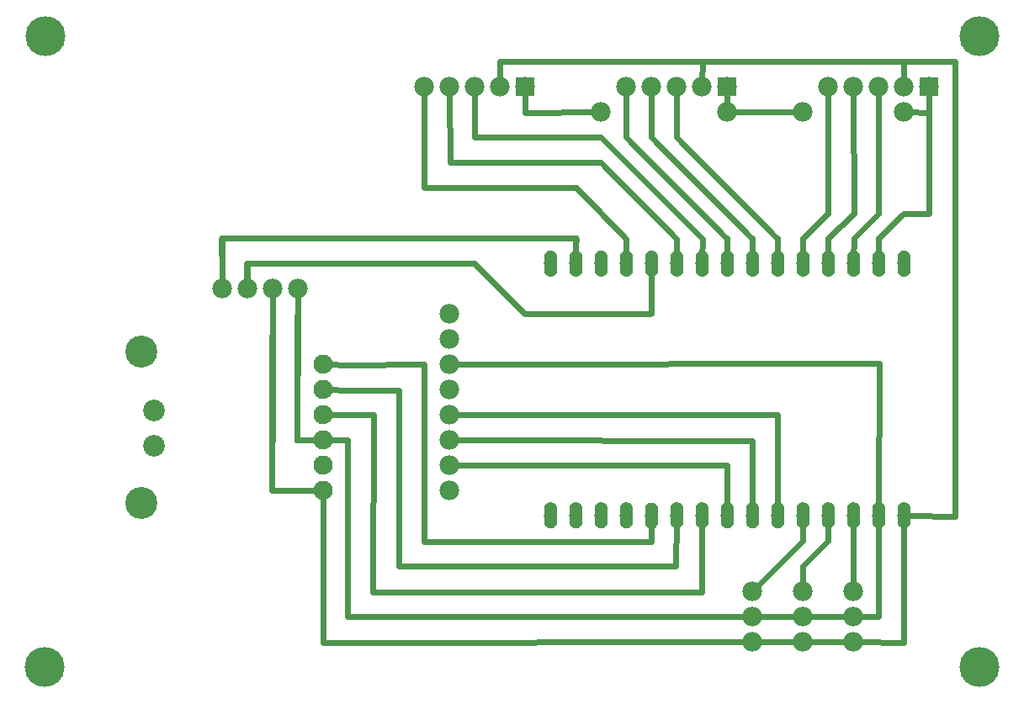
<source format=gbl>
G04 MADE WITH FRITZING*
G04 WWW.FRITZING.ORG*
G04 DOUBLE SIDED*
G04 HOLES PLATED*
G04 CONTOUR ON CENTER OF CONTOUR VECTOR*
%ASAXBY*%
%FSLAX23Y23*%
%MOIN*%
%OFA0B0*%
%SFA1.0B1.0*%
%ADD10C,0.078000*%
%ADD11C,0.052000*%
%ADD12C,0.076000*%
%ADD13C,0.126614*%
%ADD14C,0.086000*%
%ADD15C,0.158110*%
%ADD16R,0.078000X0.078000*%
%ADD17C,0.024000*%
%ADD18R,0.001000X0.001000*%
%LNCOPPER0*%
G90*
G70*
G54D10*
X2902Y229D03*
X2902Y329D03*
X2902Y429D03*
X802Y1629D03*
X902Y1629D03*
X1002Y1629D03*
X1102Y1629D03*
X2402Y2429D03*
X2502Y2429D03*
X2602Y2429D03*
X2702Y2429D03*
X2802Y2429D03*
X3202Y2429D03*
X3302Y2429D03*
X3402Y2429D03*
X3502Y2429D03*
X3602Y2429D03*
G54D11*
X3502Y1729D03*
X3402Y1729D03*
X3302Y1729D03*
X3202Y1729D03*
X3102Y1729D03*
X3002Y1729D03*
X2902Y1729D03*
X2802Y1729D03*
X2702Y1729D03*
X2602Y1729D03*
X2502Y1729D03*
X2402Y1729D03*
X2302Y1729D03*
X2202Y1729D03*
X2102Y1729D03*
X2102Y729D03*
X2202Y729D03*
X2302Y729D03*
X2402Y729D03*
X2502Y729D03*
X2602Y729D03*
X2702Y729D03*
X2802Y729D03*
X2902Y729D03*
X3002Y729D03*
X3102Y729D03*
X3202Y729D03*
X3302Y729D03*
X3402Y729D03*
X3502Y729D03*
G54D10*
X1602Y2429D03*
X1702Y2429D03*
X1802Y2429D03*
X1902Y2429D03*
X2002Y2429D03*
X3102Y229D03*
X3102Y329D03*
X3102Y429D03*
G54D12*
X1202Y1229D03*
G54D13*
X482Y1379D03*
G54D12*
X1202Y829D03*
G54D14*
X532Y1008D03*
G54D12*
X1202Y1029D03*
G54D14*
X532Y1146D03*
G54D12*
X1202Y929D03*
X1202Y1129D03*
X1202Y1329D03*
G54D13*
X482Y779D03*
G54D10*
X2802Y2329D03*
X2302Y2329D03*
X3102Y2329D03*
X3502Y2329D03*
G54D15*
X3802Y2629D03*
X102Y2629D03*
X3802Y129D03*
X97Y129D03*
G54D10*
X3302Y229D03*
X3302Y329D03*
X3302Y429D03*
X1702Y1529D03*
X1702Y1429D03*
X1702Y1329D03*
X1702Y1229D03*
X1702Y1129D03*
X1702Y1029D03*
X1702Y929D03*
X1702Y829D03*
G54D16*
X2802Y2429D03*
X3602Y2429D03*
X2002Y2429D03*
G54D17*
X2803Y930D02*
X2802Y748D01*
D02*
X1721Y929D02*
X2803Y930D01*
D02*
X2901Y1027D02*
X2902Y748D01*
D02*
X1721Y1029D02*
X2901Y1027D01*
D02*
X3003Y1129D02*
X3002Y748D01*
D02*
X1721Y1129D02*
X3003Y1129D01*
D02*
X3405Y1332D02*
X3402Y748D01*
D02*
X1721Y1329D02*
X3405Y1332D01*
D02*
X3501Y227D02*
X3501Y629D01*
D02*
X3501Y629D02*
X3502Y710D01*
D02*
X3321Y229D02*
X3501Y227D01*
D02*
X3403Y330D02*
X3403Y629D01*
D02*
X3403Y629D02*
X3402Y710D01*
D02*
X3321Y329D02*
X3403Y330D01*
D02*
X3102Y530D02*
X3201Y629D01*
D02*
X3201Y629D02*
X3202Y710D01*
D02*
X3102Y448D02*
X3102Y530D01*
D02*
X2903Y431D02*
X3101Y629D01*
D02*
X3101Y629D02*
X3102Y710D01*
D02*
X2908Y447D02*
X2903Y431D01*
D02*
X2921Y229D02*
X3083Y229D01*
D02*
X3121Y229D02*
X3283Y229D01*
D02*
X3121Y329D02*
X3283Y329D01*
D02*
X2921Y329D02*
X3083Y329D01*
D02*
X3302Y448D02*
X3302Y710D01*
D02*
X3704Y2530D02*
X3704Y727D01*
D02*
X3704Y727D02*
X3521Y729D01*
D02*
X3502Y2530D02*
X3704Y2530D01*
D02*
X2704Y2530D02*
X3502Y2530D01*
D02*
X3502Y2530D02*
X3502Y2448D01*
D02*
X1901Y2530D02*
X2704Y2530D01*
D02*
X2704Y2530D02*
X2702Y2448D01*
D02*
X1902Y2448D02*
X1901Y2530D01*
D02*
X3603Y1928D02*
X3501Y1928D01*
D02*
X3501Y1928D02*
X3403Y1830D01*
D02*
X3603Y2328D02*
X3603Y1928D01*
D02*
X3403Y1830D02*
X3402Y1748D01*
D02*
X3602Y2410D02*
X3603Y2328D01*
D02*
X3603Y2328D02*
X3521Y2329D01*
D02*
X3402Y2410D02*
X3403Y1928D01*
D02*
X3403Y1928D02*
X3304Y1829D01*
D02*
X3304Y1829D02*
X3302Y1748D01*
D02*
X3302Y2410D02*
X3304Y1928D01*
D02*
X3304Y1928D02*
X3201Y1829D01*
D02*
X3201Y1829D02*
X3202Y1748D01*
D02*
X3201Y1928D02*
X3102Y1829D01*
D02*
X3102Y1829D02*
X3102Y1748D01*
D02*
X3202Y2410D02*
X3201Y1928D01*
D02*
X2601Y2230D02*
X3001Y1828D01*
D02*
X3001Y1828D02*
X3000Y1831D01*
D02*
X2602Y2410D02*
X2601Y2230D01*
D02*
X3000Y1831D02*
X3002Y1748D01*
D02*
X2502Y2230D02*
X2901Y1828D01*
D02*
X2901Y1828D02*
X2901Y1831D01*
D02*
X2502Y2410D02*
X2502Y2230D01*
D02*
X2901Y1831D02*
X2902Y1748D01*
D02*
X2403Y2230D02*
X2801Y1828D01*
D02*
X2801Y1828D02*
X2801Y1828D01*
D02*
X2402Y2410D02*
X2403Y2230D01*
D02*
X2801Y1828D02*
X2801Y1831D01*
D02*
X2801Y1831D02*
X2802Y1748D01*
D02*
X2002Y2328D02*
X2283Y2329D01*
D02*
X2002Y2410D02*
X2002Y2328D01*
D02*
X1802Y2410D02*
X1802Y2230D01*
D02*
X1802Y2230D02*
X2301Y2230D01*
D02*
X2301Y2230D02*
X2704Y1828D01*
D02*
X2704Y1828D02*
X2702Y1748D01*
D02*
X1702Y2410D02*
X1704Y2131D01*
D02*
X1704Y2131D02*
X2301Y2131D01*
D02*
X2301Y2131D02*
X2603Y1828D01*
D02*
X2603Y1828D02*
X2602Y1748D01*
D02*
X1602Y2410D02*
X1603Y2030D01*
D02*
X1603Y2030D02*
X2204Y2030D01*
D02*
X2204Y2030D02*
X2401Y1828D01*
D02*
X2401Y1828D02*
X2402Y1748D01*
D02*
X1601Y628D02*
X2502Y628D01*
D02*
X2502Y628D02*
X2502Y710D01*
D02*
X1603Y1331D02*
X1601Y628D01*
D02*
X1299Y1328D02*
X1603Y1331D01*
D02*
X1222Y1329D02*
X1299Y1328D01*
D02*
X1503Y531D02*
X2599Y531D01*
D02*
X2599Y531D02*
X2602Y710D01*
D02*
X1502Y1227D02*
X1503Y531D01*
D02*
X1299Y1227D02*
X1502Y1227D01*
D02*
X1222Y1229D02*
X1299Y1227D01*
D02*
X1399Y427D02*
X2703Y427D01*
D02*
X2703Y427D02*
X2702Y710D01*
D02*
X1401Y1131D02*
X1399Y427D01*
D02*
X1299Y1131D02*
X1401Y1131D01*
D02*
X1222Y1130D02*
X1299Y1131D01*
D02*
X1299Y331D02*
X2883Y329D01*
D02*
X1299Y1030D02*
X1299Y331D01*
D02*
X1222Y1029D02*
X1299Y1030D01*
D02*
X1201Y226D02*
X2883Y229D01*
D02*
X1202Y830D02*
X1201Y226D01*
D02*
X1211Y847D02*
X1202Y830D01*
D02*
X2821Y2329D02*
X3083Y2329D01*
D02*
X2802Y2348D02*
X2802Y2410D01*
G54D18*
X798Y1839D02*
X2208Y1839D01*
X796Y1838D02*
X2210Y1838D01*
X795Y1837D02*
X2212Y1837D01*
X793Y1836D02*
X2213Y1836D01*
X793Y1835D02*
X2213Y1835D01*
X792Y1834D02*
X2214Y1834D01*
X791Y1833D02*
X2215Y1833D01*
X791Y1832D02*
X2215Y1832D01*
X791Y1831D02*
X2215Y1831D01*
X790Y1830D02*
X2216Y1830D01*
X790Y1829D02*
X2216Y1829D01*
X790Y1828D02*
X2216Y1828D01*
X790Y1827D02*
X2216Y1827D01*
X790Y1826D02*
X2216Y1826D01*
X790Y1825D02*
X2216Y1825D01*
X790Y1824D02*
X2216Y1824D01*
X790Y1823D02*
X2216Y1823D01*
X790Y1822D02*
X2216Y1822D01*
X790Y1821D02*
X2216Y1821D01*
X790Y1820D02*
X2216Y1820D01*
X790Y1819D02*
X2216Y1819D01*
X790Y1818D02*
X2216Y1818D01*
X790Y1817D02*
X2216Y1817D01*
X790Y1816D02*
X2216Y1816D01*
X790Y1815D02*
X813Y1815D01*
X2193Y1815D02*
X2216Y1815D01*
X790Y1814D02*
X813Y1814D01*
X2192Y1814D02*
X2216Y1814D01*
X790Y1813D02*
X813Y1813D01*
X2192Y1813D02*
X2215Y1813D01*
X790Y1812D02*
X813Y1812D01*
X2192Y1812D02*
X2215Y1812D01*
X790Y1811D02*
X813Y1811D01*
X2192Y1811D02*
X2215Y1811D01*
X790Y1810D02*
X813Y1810D01*
X2192Y1810D02*
X2215Y1810D01*
X790Y1809D02*
X813Y1809D01*
X2192Y1809D02*
X2215Y1809D01*
X790Y1808D02*
X813Y1808D01*
X2192Y1808D02*
X2215Y1808D01*
X790Y1807D02*
X813Y1807D01*
X2192Y1807D02*
X2215Y1807D01*
X790Y1806D02*
X813Y1806D01*
X2192Y1806D02*
X2215Y1806D01*
X790Y1805D02*
X813Y1805D01*
X2192Y1805D02*
X2215Y1805D01*
X790Y1804D02*
X813Y1804D01*
X2192Y1804D02*
X2215Y1804D01*
X790Y1803D02*
X813Y1803D01*
X2192Y1803D02*
X2215Y1803D01*
X790Y1802D02*
X813Y1802D01*
X2192Y1802D02*
X2215Y1802D01*
X790Y1801D02*
X813Y1801D01*
X2192Y1801D02*
X2215Y1801D01*
X790Y1800D02*
X813Y1800D01*
X2192Y1800D02*
X2215Y1800D01*
X790Y1799D02*
X813Y1799D01*
X2192Y1799D02*
X2215Y1799D01*
X790Y1798D02*
X813Y1798D01*
X2192Y1798D02*
X2215Y1798D01*
X790Y1797D02*
X813Y1797D01*
X2192Y1797D02*
X2215Y1797D01*
X790Y1796D02*
X813Y1796D01*
X2192Y1796D02*
X2215Y1796D01*
X790Y1795D02*
X813Y1795D01*
X2192Y1795D02*
X2215Y1795D01*
X790Y1794D02*
X813Y1794D01*
X2192Y1794D02*
X2215Y1794D01*
X790Y1793D02*
X813Y1793D01*
X2192Y1793D02*
X2215Y1793D01*
X790Y1792D02*
X813Y1792D01*
X2192Y1792D02*
X2215Y1792D01*
X790Y1791D02*
X813Y1791D01*
X2192Y1791D02*
X2215Y1791D01*
X790Y1790D02*
X813Y1790D01*
X2192Y1790D02*
X2215Y1790D01*
X790Y1789D02*
X813Y1789D01*
X2192Y1789D02*
X2215Y1789D01*
X790Y1788D02*
X813Y1788D01*
X2192Y1788D02*
X2215Y1788D01*
X790Y1787D02*
X813Y1787D01*
X2192Y1787D02*
X2215Y1787D01*
X790Y1786D02*
X813Y1786D01*
X2192Y1786D02*
X2215Y1786D01*
X790Y1785D02*
X813Y1785D01*
X2192Y1785D02*
X2215Y1785D01*
X790Y1784D02*
X813Y1784D01*
X2192Y1784D02*
X2215Y1784D01*
X790Y1783D02*
X813Y1783D01*
X2192Y1783D02*
X2215Y1783D01*
X790Y1782D02*
X813Y1782D01*
X2192Y1782D02*
X2215Y1782D01*
X790Y1781D02*
X813Y1781D01*
X2192Y1781D02*
X2215Y1781D01*
X790Y1780D02*
X813Y1780D01*
X2100Y1780D02*
X2105Y1780D01*
X2192Y1780D02*
X2215Y1780D01*
X2300Y1780D02*
X2305Y1780D01*
X2400Y1780D02*
X2405Y1780D01*
X2500Y1780D02*
X2505Y1780D01*
X2600Y1780D02*
X2605Y1780D01*
X2700Y1780D02*
X2705Y1780D01*
X2800Y1780D02*
X2805Y1780D01*
X2900Y1780D02*
X2905Y1780D01*
X3000Y1780D02*
X3005Y1780D01*
X3100Y1780D02*
X3105Y1780D01*
X3200Y1780D02*
X3205Y1780D01*
X3300Y1780D02*
X3305Y1780D01*
X3400Y1780D02*
X3405Y1780D01*
X3502Y1780D02*
X3503Y1780D01*
X790Y1779D02*
X813Y1779D01*
X2095Y1779D02*
X2110Y1779D01*
X2192Y1779D02*
X2215Y1779D01*
X2295Y1779D02*
X2310Y1779D01*
X2395Y1779D02*
X2410Y1779D01*
X2495Y1779D02*
X2510Y1779D01*
X2595Y1779D02*
X2610Y1779D01*
X2695Y1779D02*
X2710Y1779D01*
X2795Y1779D02*
X2810Y1779D01*
X2895Y1779D02*
X2910Y1779D01*
X2995Y1779D02*
X3010Y1779D01*
X3095Y1779D02*
X3110Y1779D01*
X3195Y1779D02*
X3210Y1779D01*
X3295Y1779D02*
X3310Y1779D01*
X3395Y1779D02*
X3410Y1779D01*
X3496Y1779D02*
X3509Y1779D01*
X790Y1778D02*
X813Y1778D01*
X2093Y1778D02*
X2112Y1778D01*
X2192Y1778D02*
X2215Y1778D01*
X2293Y1778D02*
X2312Y1778D01*
X2393Y1778D02*
X2412Y1778D01*
X2493Y1778D02*
X2512Y1778D01*
X2593Y1778D02*
X2612Y1778D01*
X2693Y1778D02*
X2712Y1778D01*
X2793Y1778D02*
X2812Y1778D01*
X2893Y1778D02*
X2912Y1778D01*
X2993Y1778D02*
X3012Y1778D01*
X3093Y1778D02*
X3112Y1778D01*
X3193Y1778D02*
X3212Y1778D01*
X3293Y1778D02*
X3312Y1778D01*
X3393Y1778D02*
X3412Y1778D01*
X3493Y1778D02*
X3512Y1778D01*
X790Y1777D02*
X813Y1777D01*
X2091Y1777D02*
X2114Y1777D01*
X2191Y1777D02*
X2215Y1777D01*
X2291Y1777D02*
X2314Y1777D01*
X2391Y1777D02*
X2414Y1777D01*
X2491Y1777D02*
X2514Y1777D01*
X2591Y1777D02*
X2614Y1777D01*
X2691Y1777D02*
X2714Y1777D01*
X2791Y1777D02*
X2814Y1777D01*
X2891Y1777D02*
X2914Y1777D01*
X2991Y1777D02*
X3014Y1777D01*
X3091Y1777D02*
X3114Y1777D01*
X3191Y1777D02*
X3214Y1777D01*
X3291Y1777D02*
X3314Y1777D01*
X3391Y1777D02*
X3414Y1777D01*
X3491Y1777D02*
X3514Y1777D01*
X790Y1776D02*
X813Y1776D01*
X2089Y1776D02*
X2116Y1776D01*
X2189Y1776D02*
X2216Y1776D01*
X2289Y1776D02*
X2316Y1776D01*
X2389Y1776D02*
X2416Y1776D01*
X2489Y1776D02*
X2516Y1776D01*
X2589Y1776D02*
X2616Y1776D01*
X2689Y1776D02*
X2716Y1776D01*
X2789Y1776D02*
X2816Y1776D01*
X2889Y1776D02*
X2916Y1776D01*
X2989Y1776D02*
X3016Y1776D01*
X3089Y1776D02*
X3116Y1776D01*
X3189Y1776D02*
X3216Y1776D01*
X3289Y1776D02*
X3316Y1776D01*
X3389Y1776D02*
X3416Y1776D01*
X3489Y1776D02*
X3516Y1776D01*
X790Y1775D02*
X813Y1775D01*
X2088Y1775D02*
X2117Y1775D01*
X2187Y1775D02*
X2217Y1775D01*
X2288Y1775D02*
X2317Y1775D01*
X2387Y1775D02*
X2417Y1775D01*
X2488Y1775D02*
X2517Y1775D01*
X2588Y1775D02*
X2617Y1775D01*
X2688Y1775D02*
X2717Y1775D01*
X2787Y1775D02*
X2817Y1775D01*
X2888Y1775D02*
X2917Y1775D01*
X2988Y1775D02*
X3017Y1775D01*
X3087Y1775D02*
X3117Y1775D01*
X3188Y1775D02*
X3217Y1775D01*
X3287Y1775D02*
X3317Y1775D01*
X3388Y1775D02*
X3417Y1775D01*
X3488Y1775D02*
X3517Y1775D01*
X790Y1774D02*
X813Y1774D01*
X2086Y1774D02*
X2119Y1774D01*
X2186Y1774D02*
X2219Y1774D01*
X2286Y1774D02*
X2319Y1774D01*
X2386Y1774D02*
X2419Y1774D01*
X2486Y1774D02*
X2519Y1774D01*
X2586Y1774D02*
X2619Y1774D01*
X2686Y1774D02*
X2719Y1774D01*
X2786Y1774D02*
X2819Y1774D01*
X2886Y1774D02*
X2919Y1774D01*
X2986Y1774D02*
X3019Y1774D01*
X3086Y1774D02*
X3119Y1774D01*
X3186Y1774D02*
X3219Y1774D01*
X3286Y1774D02*
X3319Y1774D01*
X3386Y1774D02*
X3419Y1774D01*
X3486Y1774D02*
X3518Y1774D01*
X790Y1773D02*
X813Y1773D01*
X2085Y1773D02*
X2120Y1773D01*
X2185Y1773D02*
X2220Y1773D01*
X2285Y1773D02*
X2320Y1773D01*
X2385Y1773D02*
X2420Y1773D01*
X2485Y1773D02*
X2520Y1773D01*
X2585Y1773D02*
X2620Y1773D01*
X2685Y1773D02*
X2720Y1773D01*
X2785Y1773D02*
X2820Y1773D01*
X2885Y1773D02*
X2920Y1773D01*
X2985Y1773D02*
X3020Y1773D01*
X3085Y1773D02*
X3120Y1773D01*
X3185Y1773D02*
X3220Y1773D01*
X3285Y1773D02*
X3320Y1773D01*
X3385Y1773D02*
X3420Y1773D01*
X3485Y1773D02*
X3520Y1773D01*
X790Y1772D02*
X813Y1772D01*
X2084Y1772D02*
X2121Y1772D01*
X2184Y1772D02*
X2221Y1772D01*
X2284Y1772D02*
X2321Y1772D01*
X2384Y1772D02*
X2421Y1772D01*
X2484Y1772D02*
X2521Y1772D01*
X2584Y1772D02*
X2621Y1772D01*
X2684Y1772D02*
X2721Y1772D01*
X2784Y1772D02*
X2821Y1772D01*
X2884Y1772D02*
X2921Y1772D01*
X2984Y1772D02*
X3021Y1772D01*
X3084Y1772D02*
X3121Y1772D01*
X3184Y1772D02*
X3221Y1772D01*
X3284Y1772D02*
X3321Y1772D01*
X3384Y1772D02*
X3421Y1772D01*
X3484Y1772D02*
X3521Y1772D01*
X790Y1771D02*
X813Y1771D01*
X2083Y1771D02*
X2122Y1771D01*
X2183Y1771D02*
X2222Y1771D01*
X2283Y1771D02*
X2322Y1771D01*
X2383Y1771D02*
X2422Y1771D01*
X2483Y1771D02*
X2522Y1771D01*
X2583Y1771D02*
X2622Y1771D01*
X2683Y1771D02*
X2722Y1771D01*
X2783Y1771D02*
X2822Y1771D01*
X2883Y1771D02*
X2922Y1771D01*
X2983Y1771D02*
X3022Y1771D01*
X3083Y1771D02*
X3122Y1771D01*
X3183Y1771D02*
X3222Y1771D01*
X3283Y1771D02*
X3322Y1771D01*
X3383Y1771D02*
X3422Y1771D01*
X3483Y1771D02*
X3522Y1771D01*
X790Y1770D02*
X813Y1770D01*
X2082Y1770D02*
X2122Y1770D01*
X2182Y1770D02*
X2222Y1770D01*
X2282Y1770D02*
X2322Y1770D01*
X2382Y1770D02*
X2422Y1770D01*
X2482Y1770D02*
X2522Y1770D01*
X2582Y1770D02*
X2622Y1770D01*
X2682Y1770D02*
X2722Y1770D01*
X2782Y1770D02*
X2822Y1770D01*
X2882Y1770D02*
X2922Y1770D01*
X2982Y1770D02*
X3022Y1770D01*
X3082Y1770D02*
X3122Y1770D01*
X3182Y1770D02*
X3222Y1770D01*
X3282Y1770D02*
X3322Y1770D01*
X3382Y1770D02*
X3422Y1770D01*
X3483Y1770D02*
X3522Y1770D01*
X790Y1769D02*
X813Y1769D01*
X2082Y1769D02*
X2123Y1769D01*
X2182Y1769D02*
X2223Y1769D01*
X2282Y1769D02*
X2323Y1769D01*
X2382Y1769D02*
X2423Y1769D01*
X2482Y1769D02*
X2523Y1769D01*
X2582Y1769D02*
X2623Y1769D01*
X2682Y1769D02*
X2723Y1769D01*
X2782Y1769D02*
X2823Y1769D01*
X2882Y1769D02*
X2923Y1769D01*
X2982Y1769D02*
X3023Y1769D01*
X3082Y1769D02*
X3123Y1769D01*
X3182Y1769D02*
X3223Y1769D01*
X3282Y1769D02*
X3323Y1769D01*
X3382Y1769D02*
X3423Y1769D01*
X3482Y1769D02*
X3523Y1769D01*
X790Y1768D02*
X813Y1768D01*
X2081Y1768D02*
X2124Y1768D01*
X2181Y1768D02*
X2224Y1768D01*
X2281Y1768D02*
X2324Y1768D01*
X2381Y1768D02*
X2424Y1768D01*
X2481Y1768D02*
X2524Y1768D01*
X2581Y1768D02*
X2624Y1768D01*
X2681Y1768D02*
X2724Y1768D01*
X2781Y1768D02*
X2824Y1768D01*
X2881Y1768D02*
X2924Y1768D01*
X2981Y1768D02*
X3024Y1768D01*
X3081Y1768D02*
X3124Y1768D01*
X3181Y1768D02*
X3224Y1768D01*
X3281Y1768D02*
X3324Y1768D01*
X3381Y1768D02*
X3424Y1768D01*
X3481Y1768D02*
X3524Y1768D01*
X790Y1767D02*
X813Y1767D01*
X2080Y1767D02*
X2124Y1767D01*
X2180Y1767D02*
X2224Y1767D01*
X2280Y1767D02*
X2324Y1767D01*
X2380Y1767D02*
X2424Y1767D01*
X2480Y1767D02*
X2524Y1767D01*
X2580Y1767D02*
X2624Y1767D01*
X2680Y1767D02*
X2724Y1767D01*
X2780Y1767D02*
X2824Y1767D01*
X2880Y1767D02*
X2924Y1767D01*
X2980Y1767D02*
X3024Y1767D01*
X3080Y1767D02*
X3124Y1767D01*
X3180Y1767D02*
X3224Y1767D01*
X3280Y1767D02*
X3324Y1767D01*
X3380Y1767D02*
X3424Y1767D01*
X3481Y1767D02*
X3524Y1767D01*
X790Y1766D02*
X813Y1766D01*
X2080Y1766D02*
X2125Y1766D01*
X2180Y1766D02*
X2225Y1766D01*
X2280Y1766D02*
X2325Y1766D01*
X2380Y1766D02*
X2425Y1766D01*
X2480Y1766D02*
X2525Y1766D01*
X2580Y1766D02*
X2625Y1766D01*
X2680Y1766D02*
X2725Y1766D01*
X2780Y1766D02*
X2825Y1766D01*
X2880Y1766D02*
X2925Y1766D01*
X2980Y1766D02*
X3025Y1766D01*
X3080Y1766D02*
X3125Y1766D01*
X3180Y1766D02*
X3225Y1766D01*
X3280Y1766D02*
X3325Y1766D01*
X3380Y1766D02*
X3425Y1766D01*
X3480Y1766D02*
X3525Y1766D01*
X790Y1765D02*
X813Y1765D01*
X2079Y1765D02*
X2125Y1765D01*
X2179Y1765D02*
X2226Y1765D01*
X2279Y1765D02*
X2325Y1765D01*
X2379Y1765D02*
X2426Y1765D01*
X2479Y1765D02*
X2525Y1765D01*
X2579Y1765D02*
X2625Y1765D01*
X2679Y1765D02*
X2725Y1765D01*
X2779Y1765D02*
X2826Y1765D01*
X2879Y1765D02*
X2925Y1765D01*
X2979Y1765D02*
X3025Y1765D01*
X3079Y1765D02*
X3126Y1765D01*
X3179Y1765D02*
X3225Y1765D01*
X3279Y1765D02*
X3326Y1765D01*
X3379Y1765D02*
X3425Y1765D01*
X3479Y1765D02*
X3525Y1765D01*
X790Y1764D02*
X813Y1764D01*
X2079Y1764D02*
X2126Y1764D01*
X2179Y1764D02*
X2226Y1764D01*
X2279Y1764D02*
X2326Y1764D01*
X2379Y1764D02*
X2426Y1764D01*
X2479Y1764D02*
X2526Y1764D01*
X2579Y1764D02*
X2626Y1764D01*
X2679Y1764D02*
X2726Y1764D01*
X2779Y1764D02*
X2826Y1764D01*
X2879Y1764D02*
X2926Y1764D01*
X2979Y1764D02*
X3026Y1764D01*
X3079Y1764D02*
X3126Y1764D01*
X3179Y1764D02*
X3226Y1764D01*
X3279Y1764D02*
X3326Y1764D01*
X3379Y1764D02*
X3426Y1764D01*
X3479Y1764D02*
X3526Y1764D01*
X790Y1763D02*
X813Y1763D01*
X2079Y1763D02*
X2126Y1763D01*
X2179Y1763D02*
X2226Y1763D01*
X2279Y1763D02*
X2326Y1763D01*
X2379Y1763D02*
X2426Y1763D01*
X2479Y1763D02*
X2526Y1763D01*
X2579Y1763D02*
X2626Y1763D01*
X2679Y1763D02*
X2726Y1763D01*
X2779Y1763D02*
X2826Y1763D01*
X2879Y1763D02*
X2926Y1763D01*
X2979Y1763D02*
X3026Y1763D01*
X3079Y1763D02*
X3126Y1763D01*
X3179Y1763D02*
X3226Y1763D01*
X3279Y1763D02*
X3326Y1763D01*
X3379Y1763D02*
X3426Y1763D01*
X3479Y1763D02*
X3526Y1763D01*
X790Y1762D02*
X813Y1762D01*
X2078Y1762D02*
X2127Y1762D01*
X2178Y1762D02*
X2227Y1762D01*
X2278Y1762D02*
X2327Y1762D01*
X2378Y1762D02*
X2427Y1762D01*
X2478Y1762D02*
X2527Y1762D01*
X2578Y1762D02*
X2627Y1762D01*
X2678Y1762D02*
X2727Y1762D01*
X2778Y1762D02*
X2827Y1762D01*
X2878Y1762D02*
X2927Y1762D01*
X2978Y1762D02*
X3027Y1762D01*
X3078Y1762D02*
X3127Y1762D01*
X3178Y1762D02*
X3227Y1762D01*
X3278Y1762D02*
X3327Y1762D01*
X3378Y1762D02*
X3427Y1762D01*
X3478Y1762D02*
X3527Y1762D01*
X790Y1761D02*
X813Y1761D01*
X2078Y1761D02*
X2127Y1761D01*
X2178Y1761D02*
X2227Y1761D01*
X2278Y1761D02*
X2327Y1761D01*
X2378Y1761D02*
X2427Y1761D01*
X2478Y1761D02*
X2527Y1761D01*
X2578Y1761D02*
X2627Y1761D01*
X2678Y1761D02*
X2727Y1761D01*
X2778Y1761D02*
X2827Y1761D01*
X2878Y1761D02*
X2927Y1761D01*
X2978Y1761D02*
X3027Y1761D01*
X3078Y1761D02*
X3127Y1761D01*
X3178Y1761D02*
X3227Y1761D01*
X3278Y1761D02*
X3327Y1761D01*
X3378Y1761D02*
X3427Y1761D01*
X3478Y1761D02*
X3527Y1761D01*
X790Y1760D02*
X813Y1760D01*
X2078Y1760D02*
X2127Y1760D01*
X2178Y1760D02*
X2227Y1760D01*
X2278Y1760D02*
X2327Y1760D01*
X2378Y1760D02*
X2427Y1760D01*
X2478Y1760D02*
X2527Y1760D01*
X2578Y1760D02*
X2627Y1760D01*
X2678Y1760D02*
X2727Y1760D01*
X2778Y1760D02*
X2827Y1760D01*
X2878Y1760D02*
X2927Y1760D01*
X2978Y1760D02*
X3027Y1760D01*
X3078Y1760D02*
X3127Y1760D01*
X3178Y1760D02*
X3227Y1760D01*
X3278Y1760D02*
X3327Y1760D01*
X3378Y1760D02*
X3427Y1760D01*
X3478Y1760D02*
X3527Y1760D01*
X790Y1759D02*
X814Y1759D01*
X2077Y1759D02*
X2127Y1759D01*
X2177Y1759D02*
X2227Y1759D01*
X2277Y1759D02*
X2327Y1759D01*
X2377Y1759D02*
X2427Y1759D01*
X2477Y1759D02*
X2527Y1759D01*
X2577Y1759D02*
X2627Y1759D01*
X2677Y1759D02*
X2727Y1759D01*
X2777Y1759D02*
X2827Y1759D01*
X2877Y1759D02*
X2927Y1759D01*
X2977Y1759D02*
X3027Y1759D01*
X3077Y1759D02*
X3127Y1759D01*
X3177Y1759D02*
X3227Y1759D01*
X3277Y1759D02*
X3327Y1759D01*
X3377Y1759D02*
X3427Y1759D01*
X3477Y1759D02*
X3527Y1759D01*
X790Y1758D02*
X814Y1758D01*
X2077Y1758D02*
X2128Y1758D01*
X2177Y1758D02*
X2228Y1758D01*
X2277Y1758D02*
X2328Y1758D01*
X2377Y1758D02*
X2428Y1758D01*
X2477Y1758D02*
X2528Y1758D01*
X2577Y1758D02*
X2628Y1758D01*
X2677Y1758D02*
X2728Y1758D01*
X2777Y1758D02*
X2828Y1758D01*
X2877Y1758D02*
X2928Y1758D01*
X2977Y1758D02*
X3028Y1758D01*
X3077Y1758D02*
X3128Y1758D01*
X3177Y1758D02*
X3228Y1758D01*
X3277Y1758D02*
X3328Y1758D01*
X3377Y1758D02*
X3428Y1758D01*
X3477Y1758D02*
X3528Y1758D01*
X790Y1757D02*
X814Y1757D01*
X2077Y1757D02*
X2128Y1757D01*
X2177Y1757D02*
X2228Y1757D01*
X2277Y1757D02*
X2328Y1757D01*
X2377Y1757D02*
X2428Y1757D01*
X2477Y1757D02*
X2528Y1757D01*
X2577Y1757D02*
X2628Y1757D01*
X2677Y1757D02*
X2728Y1757D01*
X2777Y1757D02*
X2828Y1757D01*
X2877Y1757D02*
X2928Y1757D01*
X2977Y1757D02*
X3028Y1757D01*
X3077Y1757D02*
X3128Y1757D01*
X3177Y1757D02*
X3228Y1757D01*
X3277Y1757D02*
X3328Y1757D01*
X3377Y1757D02*
X3428Y1757D01*
X3477Y1757D02*
X3528Y1757D01*
X791Y1756D02*
X814Y1756D01*
X2077Y1756D02*
X2128Y1756D01*
X2177Y1756D02*
X2228Y1756D01*
X2277Y1756D02*
X2328Y1756D01*
X2377Y1756D02*
X2428Y1756D01*
X2477Y1756D02*
X2528Y1756D01*
X2577Y1756D02*
X2628Y1756D01*
X2677Y1756D02*
X2728Y1756D01*
X2777Y1756D02*
X2828Y1756D01*
X2877Y1756D02*
X2928Y1756D01*
X2977Y1756D02*
X3028Y1756D01*
X3077Y1756D02*
X3128Y1756D01*
X3177Y1756D02*
X3228Y1756D01*
X3277Y1756D02*
X3328Y1756D01*
X3377Y1756D02*
X3428Y1756D01*
X3477Y1756D02*
X3528Y1756D01*
X791Y1755D02*
X814Y1755D01*
X2077Y1755D02*
X2128Y1755D01*
X2177Y1755D02*
X2228Y1755D01*
X2277Y1755D02*
X2328Y1755D01*
X2377Y1755D02*
X2428Y1755D01*
X2477Y1755D02*
X2528Y1755D01*
X2577Y1755D02*
X2628Y1755D01*
X2677Y1755D02*
X2728Y1755D01*
X2777Y1755D02*
X2828Y1755D01*
X2877Y1755D02*
X2928Y1755D01*
X2977Y1755D02*
X3028Y1755D01*
X3077Y1755D02*
X3128Y1755D01*
X3177Y1755D02*
X3228Y1755D01*
X3277Y1755D02*
X3328Y1755D01*
X3377Y1755D02*
X3428Y1755D01*
X3477Y1755D02*
X3528Y1755D01*
X791Y1754D02*
X814Y1754D01*
X2077Y1754D02*
X2128Y1754D01*
X2177Y1754D02*
X2228Y1754D01*
X2277Y1754D02*
X2328Y1754D01*
X2377Y1754D02*
X2428Y1754D01*
X2477Y1754D02*
X2528Y1754D01*
X2577Y1754D02*
X2628Y1754D01*
X2677Y1754D02*
X2728Y1754D01*
X2777Y1754D02*
X2828Y1754D01*
X2877Y1754D02*
X2928Y1754D01*
X2977Y1754D02*
X3028Y1754D01*
X3077Y1754D02*
X3128Y1754D01*
X3177Y1754D02*
X3228Y1754D01*
X3277Y1754D02*
X3328Y1754D01*
X3377Y1754D02*
X3428Y1754D01*
X3477Y1754D02*
X3528Y1754D01*
X791Y1753D02*
X814Y1753D01*
X2077Y1753D02*
X2128Y1753D01*
X2177Y1753D02*
X2228Y1753D01*
X2277Y1753D02*
X2328Y1753D01*
X2377Y1753D02*
X2428Y1753D01*
X2477Y1753D02*
X2528Y1753D01*
X2577Y1753D02*
X2628Y1753D01*
X2677Y1753D02*
X2728Y1753D01*
X2777Y1753D02*
X2828Y1753D01*
X2877Y1753D02*
X2928Y1753D01*
X2977Y1753D02*
X3028Y1753D01*
X3077Y1753D02*
X3128Y1753D01*
X3177Y1753D02*
X3228Y1753D01*
X3277Y1753D02*
X3328Y1753D01*
X3377Y1753D02*
X3428Y1753D01*
X3477Y1753D02*
X3528Y1753D01*
X791Y1752D02*
X814Y1752D01*
X2077Y1752D02*
X2128Y1752D01*
X2177Y1752D02*
X2228Y1752D01*
X2277Y1752D02*
X2328Y1752D01*
X2377Y1752D02*
X2428Y1752D01*
X2477Y1752D02*
X2528Y1752D01*
X2577Y1752D02*
X2628Y1752D01*
X2677Y1752D02*
X2728Y1752D01*
X2777Y1752D02*
X2828Y1752D01*
X2877Y1752D02*
X2928Y1752D01*
X2977Y1752D02*
X3028Y1752D01*
X3077Y1752D02*
X3128Y1752D01*
X3177Y1752D02*
X3228Y1752D01*
X3277Y1752D02*
X3328Y1752D01*
X3377Y1752D02*
X3428Y1752D01*
X3477Y1752D02*
X3528Y1752D01*
X791Y1751D02*
X814Y1751D01*
X2077Y1751D02*
X2128Y1751D01*
X2177Y1751D02*
X2228Y1751D01*
X2277Y1751D02*
X2328Y1751D01*
X2377Y1751D02*
X2428Y1751D01*
X2477Y1751D02*
X2528Y1751D01*
X2577Y1751D02*
X2628Y1751D01*
X2677Y1751D02*
X2728Y1751D01*
X2777Y1751D02*
X2828Y1751D01*
X2877Y1751D02*
X2928Y1751D01*
X2977Y1751D02*
X3028Y1751D01*
X3077Y1751D02*
X3128Y1751D01*
X3177Y1751D02*
X3228Y1751D01*
X3277Y1751D02*
X3328Y1751D01*
X3377Y1751D02*
X3428Y1751D01*
X3477Y1751D02*
X3528Y1751D01*
X791Y1750D02*
X814Y1750D01*
X2077Y1750D02*
X2128Y1750D01*
X2177Y1750D02*
X2228Y1750D01*
X2277Y1750D02*
X2328Y1750D01*
X2377Y1750D02*
X2428Y1750D01*
X2477Y1750D02*
X2528Y1750D01*
X2577Y1750D02*
X2628Y1750D01*
X2677Y1750D02*
X2728Y1750D01*
X2777Y1750D02*
X2828Y1750D01*
X2877Y1750D02*
X2928Y1750D01*
X2977Y1750D02*
X3028Y1750D01*
X3077Y1750D02*
X3128Y1750D01*
X3177Y1750D02*
X3228Y1750D01*
X3277Y1750D02*
X3328Y1750D01*
X3377Y1750D02*
X3428Y1750D01*
X3477Y1750D02*
X3528Y1750D01*
X791Y1749D02*
X814Y1749D01*
X2077Y1749D02*
X2128Y1749D01*
X2177Y1749D02*
X2228Y1749D01*
X2277Y1749D02*
X2328Y1749D01*
X2377Y1749D02*
X2428Y1749D01*
X2477Y1749D02*
X2528Y1749D01*
X2577Y1749D02*
X2628Y1749D01*
X2677Y1749D02*
X2728Y1749D01*
X2777Y1749D02*
X2828Y1749D01*
X2877Y1749D02*
X2928Y1749D01*
X2977Y1749D02*
X3028Y1749D01*
X3077Y1749D02*
X3128Y1749D01*
X3177Y1749D02*
X3228Y1749D01*
X3277Y1749D02*
X3328Y1749D01*
X3377Y1749D02*
X3428Y1749D01*
X3477Y1749D02*
X3528Y1749D01*
X791Y1748D02*
X814Y1748D01*
X2077Y1748D02*
X2128Y1748D01*
X2177Y1748D02*
X2228Y1748D01*
X2277Y1748D02*
X2328Y1748D01*
X2377Y1748D02*
X2428Y1748D01*
X2477Y1748D02*
X2528Y1748D01*
X2577Y1748D02*
X2628Y1748D01*
X2677Y1748D02*
X2728Y1748D01*
X2777Y1748D02*
X2828Y1748D01*
X2877Y1748D02*
X2928Y1748D01*
X2977Y1748D02*
X3028Y1748D01*
X3077Y1748D02*
X3128Y1748D01*
X3177Y1748D02*
X3228Y1748D01*
X3277Y1748D02*
X3328Y1748D01*
X3377Y1748D02*
X3428Y1748D01*
X3477Y1748D02*
X3528Y1748D01*
X791Y1747D02*
X814Y1747D01*
X2077Y1747D02*
X2128Y1747D01*
X2177Y1747D02*
X2228Y1747D01*
X2277Y1747D02*
X2328Y1747D01*
X2377Y1747D02*
X2428Y1747D01*
X2477Y1747D02*
X2528Y1747D01*
X2577Y1747D02*
X2628Y1747D01*
X2677Y1747D02*
X2728Y1747D01*
X2777Y1747D02*
X2828Y1747D01*
X2877Y1747D02*
X2928Y1747D01*
X2977Y1747D02*
X3028Y1747D01*
X3077Y1747D02*
X3128Y1747D01*
X3177Y1747D02*
X3228Y1747D01*
X3277Y1747D02*
X3328Y1747D01*
X3377Y1747D02*
X3428Y1747D01*
X3477Y1747D02*
X3528Y1747D01*
X791Y1746D02*
X814Y1746D01*
X2077Y1746D02*
X2128Y1746D01*
X2177Y1746D02*
X2228Y1746D01*
X2277Y1746D02*
X2328Y1746D01*
X2377Y1746D02*
X2428Y1746D01*
X2477Y1746D02*
X2528Y1746D01*
X2577Y1746D02*
X2628Y1746D01*
X2677Y1746D02*
X2728Y1746D01*
X2777Y1746D02*
X2828Y1746D01*
X2877Y1746D02*
X2928Y1746D01*
X2977Y1746D02*
X3028Y1746D01*
X3077Y1746D02*
X3128Y1746D01*
X3177Y1746D02*
X3228Y1746D01*
X3277Y1746D02*
X3328Y1746D01*
X3377Y1746D02*
X3428Y1746D01*
X3477Y1746D02*
X3528Y1746D01*
X791Y1745D02*
X814Y1745D01*
X2077Y1745D02*
X2128Y1745D01*
X2177Y1745D02*
X2228Y1745D01*
X2277Y1745D02*
X2328Y1745D01*
X2377Y1745D02*
X2428Y1745D01*
X2477Y1745D02*
X2528Y1745D01*
X2577Y1745D02*
X2628Y1745D01*
X2677Y1745D02*
X2728Y1745D01*
X2777Y1745D02*
X2828Y1745D01*
X2877Y1745D02*
X2928Y1745D01*
X2977Y1745D02*
X3028Y1745D01*
X3077Y1745D02*
X3128Y1745D01*
X3177Y1745D02*
X3228Y1745D01*
X3277Y1745D02*
X3328Y1745D01*
X3377Y1745D02*
X3428Y1745D01*
X3477Y1745D02*
X3528Y1745D01*
X791Y1744D02*
X814Y1744D01*
X2077Y1744D02*
X2128Y1744D01*
X2177Y1744D02*
X2228Y1744D01*
X2277Y1744D02*
X2328Y1744D01*
X2377Y1744D02*
X2428Y1744D01*
X2477Y1744D02*
X2528Y1744D01*
X2577Y1744D02*
X2628Y1744D01*
X2677Y1744D02*
X2728Y1744D01*
X2777Y1744D02*
X2828Y1744D01*
X2877Y1744D02*
X2928Y1744D01*
X2977Y1744D02*
X3028Y1744D01*
X3077Y1744D02*
X3128Y1744D01*
X3177Y1744D02*
X3228Y1744D01*
X3277Y1744D02*
X3328Y1744D01*
X3377Y1744D02*
X3428Y1744D01*
X3477Y1744D02*
X3528Y1744D01*
X791Y1743D02*
X814Y1743D01*
X2077Y1743D02*
X2098Y1743D01*
X2107Y1743D02*
X2128Y1743D01*
X2177Y1743D02*
X2228Y1743D01*
X2277Y1743D02*
X2298Y1743D01*
X2307Y1743D02*
X2328Y1743D01*
X2377Y1743D02*
X2397Y1743D01*
X2408Y1743D02*
X2428Y1743D01*
X2477Y1743D02*
X2498Y1743D01*
X2506Y1743D02*
X2528Y1743D01*
X2577Y1743D02*
X2598Y1743D01*
X2606Y1743D02*
X2628Y1743D01*
X2677Y1743D02*
X2699Y1743D01*
X2706Y1743D02*
X2728Y1743D01*
X2777Y1743D02*
X2798Y1743D01*
X2807Y1743D02*
X2828Y1743D01*
X2877Y1743D02*
X2899Y1743D01*
X2906Y1743D02*
X2928Y1743D01*
X2977Y1743D02*
X2999Y1743D01*
X3006Y1743D02*
X3028Y1743D01*
X3077Y1743D02*
X3098Y1743D01*
X3107Y1743D02*
X3128Y1743D01*
X3177Y1743D02*
X3198Y1743D01*
X3207Y1743D02*
X3228Y1743D01*
X3277Y1743D02*
X3298Y1743D01*
X3307Y1743D02*
X3328Y1743D01*
X3377Y1743D02*
X3398Y1743D01*
X3407Y1743D02*
X3428Y1743D01*
X3477Y1743D02*
X3499Y1743D01*
X3506Y1743D02*
X3528Y1743D01*
X791Y1742D02*
X814Y1742D01*
X2077Y1742D02*
X2095Y1742D01*
X2110Y1742D02*
X2128Y1742D01*
X2177Y1742D02*
X2228Y1742D01*
X2277Y1742D02*
X2295Y1742D01*
X2310Y1742D02*
X2328Y1742D01*
X2377Y1742D02*
X2395Y1742D01*
X2410Y1742D02*
X2428Y1742D01*
X2477Y1742D02*
X2495Y1742D01*
X2509Y1742D02*
X2528Y1742D01*
X2577Y1742D02*
X2595Y1742D01*
X2609Y1742D02*
X2628Y1742D01*
X2677Y1742D02*
X2696Y1742D01*
X2709Y1742D02*
X2728Y1742D01*
X2777Y1742D02*
X2795Y1742D01*
X2810Y1742D02*
X2828Y1742D01*
X2877Y1742D02*
X2896Y1742D01*
X2909Y1742D02*
X2928Y1742D01*
X2977Y1742D02*
X2996Y1742D01*
X3009Y1742D02*
X3028Y1742D01*
X3077Y1742D02*
X3095Y1742D01*
X3110Y1742D02*
X3128Y1742D01*
X3177Y1742D02*
X3195Y1742D01*
X3210Y1742D02*
X3228Y1742D01*
X3277Y1742D02*
X3295Y1742D01*
X3310Y1742D02*
X3328Y1742D01*
X3377Y1742D02*
X3395Y1742D01*
X3410Y1742D02*
X3428Y1742D01*
X3477Y1742D02*
X3496Y1742D01*
X3509Y1742D02*
X3528Y1742D01*
X791Y1741D02*
X814Y1741D01*
X2077Y1741D02*
X2093Y1741D01*
X2112Y1741D02*
X2128Y1741D01*
X2177Y1741D02*
X2228Y1741D01*
X2277Y1741D02*
X2293Y1741D01*
X2312Y1741D02*
X2328Y1741D01*
X2377Y1741D02*
X2393Y1741D01*
X2412Y1741D02*
X2428Y1741D01*
X2477Y1741D02*
X2494Y1741D01*
X2501Y1741D02*
X2504Y1741D01*
X2511Y1741D02*
X2528Y1741D01*
X2577Y1741D02*
X2594Y1741D01*
X2611Y1741D02*
X2628Y1741D01*
X2677Y1741D02*
X2694Y1741D01*
X2711Y1741D02*
X2728Y1741D01*
X2777Y1741D02*
X2793Y1741D01*
X2812Y1741D02*
X2828Y1741D01*
X2877Y1741D02*
X2894Y1741D01*
X2911Y1741D02*
X2928Y1741D01*
X2977Y1741D02*
X2994Y1741D01*
X3011Y1741D02*
X3028Y1741D01*
X3077Y1741D02*
X3094Y1741D01*
X3111Y1741D02*
X3128Y1741D01*
X3177Y1741D02*
X3193Y1741D01*
X3212Y1741D02*
X3228Y1741D01*
X3277Y1741D02*
X3293Y1741D01*
X3312Y1741D02*
X3328Y1741D01*
X3377Y1741D02*
X3393Y1741D01*
X3412Y1741D02*
X3428Y1741D01*
X3477Y1741D02*
X3494Y1741D01*
X3511Y1741D02*
X3528Y1741D01*
X791Y1740D02*
X814Y1740D01*
X898Y1740D02*
X1804Y1740D01*
X2077Y1740D02*
X2092Y1740D01*
X2113Y1740D02*
X2128Y1740D01*
X2177Y1740D02*
X2228Y1740D01*
X2277Y1740D02*
X2292Y1740D01*
X2313Y1740D02*
X2328Y1740D01*
X2377Y1740D02*
X2392Y1740D01*
X2413Y1740D02*
X2428Y1740D01*
X2477Y1740D02*
X2492Y1740D01*
X2498Y1740D02*
X2507Y1740D01*
X2513Y1740D02*
X2528Y1740D01*
X2577Y1740D02*
X2592Y1740D01*
X2613Y1740D02*
X2628Y1740D01*
X2677Y1740D02*
X2692Y1740D01*
X2713Y1740D02*
X2728Y1740D01*
X2777Y1740D02*
X2792Y1740D01*
X2813Y1740D02*
X2828Y1740D01*
X2877Y1740D02*
X2892Y1740D01*
X2913Y1740D02*
X2928Y1740D01*
X2977Y1740D02*
X2992Y1740D01*
X3013Y1740D02*
X3028Y1740D01*
X3077Y1740D02*
X3092Y1740D01*
X3113Y1740D02*
X3128Y1740D01*
X3177Y1740D02*
X3192Y1740D01*
X3213Y1740D02*
X3228Y1740D01*
X3277Y1740D02*
X3292Y1740D01*
X3313Y1740D02*
X3328Y1740D01*
X3377Y1740D02*
X3392Y1740D01*
X3413Y1740D02*
X3428Y1740D01*
X3477Y1740D02*
X3492Y1740D01*
X3513Y1740D02*
X3528Y1740D01*
X791Y1739D02*
X814Y1739D01*
X896Y1739D02*
X1806Y1739D01*
X2077Y1739D02*
X2091Y1739D01*
X2114Y1739D02*
X2128Y1739D01*
X2177Y1739D02*
X2228Y1739D01*
X2277Y1739D02*
X2291Y1739D01*
X2314Y1739D02*
X2328Y1739D01*
X2377Y1739D02*
X2391Y1739D01*
X2414Y1739D02*
X2428Y1739D01*
X2477Y1739D02*
X2491Y1739D01*
X2496Y1739D02*
X2509Y1739D01*
X2514Y1739D02*
X2528Y1739D01*
X2577Y1739D02*
X2591Y1739D01*
X2614Y1739D02*
X2628Y1739D01*
X2677Y1739D02*
X2691Y1739D01*
X2714Y1739D02*
X2728Y1739D01*
X2777Y1739D02*
X2791Y1739D01*
X2814Y1739D02*
X2828Y1739D01*
X2877Y1739D02*
X2891Y1739D01*
X2914Y1739D02*
X2928Y1739D01*
X2977Y1739D02*
X2991Y1739D01*
X3014Y1739D02*
X3028Y1739D01*
X3077Y1739D02*
X3091Y1739D01*
X3114Y1739D02*
X3128Y1739D01*
X3177Y1739D02*
X3191Y1739D01*
X3214Y1739D02*
X3228Y1739D01*
X3277Y1739D02*
X3291Y1739D01*
X3314Y1739D02*
X3328Y1739D01*
X3377Y1739D02*
X3391Y1739D01*
X3414Y1739D02*
X3428Y1739D01*
X3477Y1739D02*
X3491Y1739D01*
X3514Y1739D02*
X3528Y1739D01*
X791Y1738D02*
X814Y1738D01*
X894Y1738D02*
X1808Y1738D01*
X2077Y1738D02*
X2090Y1738D01*
X2115Y1738D02*
X2128Y1738D01*
X2177Y1738D02*
X2228Y1738D01*
X2277Y1738D02*
X2290Y1738D01*
X2315Y1738D02*
X2328Y1738D01*
X2377Y1738D02*
X2390Y1738D01*
X2415Y1738D02*
X2428Y1738D01*
X2477Y1738D02*
X2490Y1738D01*
X2495Y1738D02*
X2510Y1738D01*
X2515Y1738D02*
X2528Y1738D01*
X2577Y1738D02*
X2590Y1738D01*
X2615Y1738D02*
X2628Y1738D01*
X2677Y1738D02*
X2690Y1738D01*
X2715Y1738D02*
X2728Y1738D01*
X2777Y1738D02*
X2790Y1738D01*
X2815Y1738D02*
X2828Y1738D01*
X2877Y1738D02*
X2890Y1738D01*
X2915Y1738D02*
X2928Y1738D01*
X2977Y1738D02*
X2990Y1738D01*
X3015Y1738D02*
X3028Y1738D01*
X3077Y1738D02*
X3090Y1738D01*
X3115Y1738D02*
X3128Y1738D01*
X3177Y1738D02*
X3190Y1738D01*
X3215Y1738D02*
X3228Y1738D01*
X3277Y1738D02*
X3290Y1738D01*
X3315Y1738D02*
X3328Y1738D01*
X3377Y1738D02*
X3390Y1738D01*
X3415Y1738D02*
X3428Y1738D01*
X3477Y1738D02*
X3490Y1738D01*
X3515Y1738D02*
X3528Y1738D01*
X791Y1737D02*
X814Y1737D01*
X893Y1737D02*
X1809Y1737D01*
X2077Y1737D02*
X2089Y1737D01*
X2116Y1737D02*
X2128Y1737D01*
X2177Y1737D02*
X2189Y1737D01*
X2191Y1737D02*
X2214Y1737D01*
X2216Y1737D02*
X2228Y1737D01*
X2277Y1737D02*
X2289Y1737D01*
X2316Y1737D02*
X2328Y1737D01*
X2377Y1737D02*
X2389Y1737D01*
X2416Y1737D02*
X2428Y1737D01*
X2477Y1737D02*
X2489Y1737D01*
X2494Y1737D02*
X2511Y1737D01*
X2516Y1737D02*
X2528Y1737D01*
X2577Y1737D02*
X2589Y1737D01*
X2616Y1737D02*
X2628Y1737D01*
X2677Y1737D02*
X2689Y1737D01*
X2716Y1737D02*
X2728Y1737D01*
X2777Y1737D02*
X2789Y1737D01*
X2816Y1737D02*
X2828Y1737D01*
X2877Y1737D02*
X2889Y1737D01*
X2916Y1737D02*
X2928Y1737D01*
X2977Y1737D02*
X2989Y1737D01*
X3016Y1737D02*
X3028Y1737D01*
X3077Y1737D02*
X3089Y1737D01*
X3116Y1737D02*
X3128Y1737D01*
X3177Y1737D02*
X3189Y1737D01*
X3216Y1737D02*
X3228Y1737D01*
X3277Y1737D02*
X3289Y1737D01*
X3316Y1737D02*
X3328Y1737D01*
X3377Y1737D02*
X3389Y1737D01*
X3416Y1737D02*
X3428Y1737D01*
X3477Y1737D02*
X3489Y1737D01*
X3516Y1737D02*
X3528Y1737D01*
X791Y1736D02*
X814Y1736D01*
X892Y1736D02*
X1810Y1736D01*
X2077Y1736D02*
X2088Y1736D01*
X2117Y1736D02*
X2128Y1736D01*
X2177Y1736D02*
X2188Y1736D01*
X2191Y1736D02*
X2214Y1736D01*
X2217Y1736D02*
X2228Y1736D01*
X2277Y1736D02*
X2288Y1736D01*
X2317Y1736D02*
X2328Y1736D01*
X2377Y1736D02*
X2388Y1736D01*
X2417Y1736D02*
X2428Y1736D01*
X2477Y1736D02*
X2489Y1736D01*
X2493Y1736D02*
X2512Y1736D01*
X2516Y1736D02*
X2528Y1736D01*
X2577Y1736D02*
X2589Y1736D01*
X2616Y1736D02*
X2628Y1736D01*
X2677Y1736D02*
X2689Y1736D01*
X2716Y1736D02*
X2728Y1736D01*
X2777Y1736D02*
X2788Y1736D01*
X2817Y1736D02*
X2828Y1736D01*
X2877Y1736D02*
X2889Y1736D01*
X2916Y1736D02*
X2928Y1736D01*
X2977Y1736D02*
X2989Y1736D01*
X3016Y1736D02*
X3028Y1736D01*
X3077Y1736D02*
X3089Y1736D01*
X3116Y1736D02*
X3128Y1736D01*
X3177Y1736D02*
X3188Y1736D01*
X3217Y1736D02*
X3228Y1736D01*
X3277Y1736D02*
X3288Y1736D01*
X3317Y1736D02*
X3328Y1736D01*
X3377Y1736D02*
X3388Y1736D01*
X3417Y1736D02*
X3428Y1736D01*
X3477Y1736D02*
X3489Y1736D01*
X3516Y1736D02*
X3528Y1736D01*
X791Y1735D02*
X814Y1735D01*
X892Y1735D02*
X1811Y1735D01*
X2077Y1735D02*
X2088Y1735D01*
X2117Y1735D02*
X2128Y1735D01*
X2177Y1735D02*
X2188Y1735D01*
X2191Y1735D02*
X2214Y1735D01*
X2217Y1735D02*
X2228Y1735D01*
X2277Y1735D02*
X2288Y1735D01*
X2317Y1735D02*
X2328Y1735D01*
X2377Y1735D02*
X2388Y1735D01*
X2417Y1735D02*
X2428Y1735D01*
X2477Y1735D02*
X2488Y1735D01*
X2492Y1735D02*
X2512Y1735D01*
X2517Y1735D02*
X2528Y1735D01*
X2577Y1735D02*
X2588Y1735D01*
X2617Y1735D02*
X2628Y1735D01*
X2677Y1735D02*
X2688Y1735D01*
X2717Y1735D02*
X2728Y1735D01*
X2777Y1735D02*
X2788Y1735D01*
X2817Y1735D02*
X2828Y1735D01*
X2877Y1735D02*
X2888Y1735D01*
X2917Y1735D02*
X2928Y1735D01*
X2977Y1735D02*
X2988Y1735D01*
X3017Y1735D02*
X3028Y1735D01*
X3077Y1735D02*
X3088Y1735D01*
X3117Y1735D02*
X3128Y1735D01*
X3177Y1735D02*
X3188Y1735D01*
X3217Y1735D02*
X3228Y1735D01*
X3277Y1735D02*
X3288Y1735D01*
X3317Y1735D02*
X3328Y1735D01*
X3377Y1735D02*
X3388Y1735D01*
X3417Y1735D02*
X3428Y1735D01*
X3477Y1735D02*
X3488Y1735D01*
X3517Y1735D02*
X3528Y1735D01*
X791Y1734D02*
X814Y1734D01*
X891Y1734D02*
X1812Y1734D01*
X2077Y1734D02*
X2087Y1734D01*
X2118Y1734D02*
X2128Y1734D01*
X2177Y1734D02*
X2187Y1734D01*
X2191Y1734D02*
X2214Y1734D01*
X2218Y1734D02*
X2228Y1734D01*
X2277Y1734D02*
X2287Y1734D01*
X2318Y1734D02*
X2328Y1734D01*
X2377Y1734D02*
X2387Y1734D01*
X2418Y1734D02*
X2428Y1734D01*
X2477Y1734D02*
X2487Y1734D01*
X2492Y1734D02*
X2513Y1734D01*
X2518Y1734D02*
X2528Y1734D01*
X2577Y1734D02*
X2587Y1734D01*
X2618Y1734D02*
X2628Y1734D01*
X2677Y1734D02*
X2687Y1734D01*
X2718Y1734D02*
X2728Y1734D01*
X2777Y1734D02*
X2787Y1734D01*
X2818Y1734D02*
X2828Y1734D01*
X2877Y1734D02*
X2887Y1734D01*
X2918Y1734D02*
X2928Y1734D01*
X2977Y1734D02*
X2987Y1734D01*
X3018Y1734D02*
X3028Y1734D01*
X3077Y1734D02*
X3087Y1734D01*
X3118Y1734D02*
X3128Y1734D01*
X3177Y1734D02*
X3187Y1734D01*
X3218Y1734D02*
X3228Y1734D01*
X3277Y1734D02*
X3287Y1734D01*
X3318Y1734D02*
X3328Y1734D01*
X3377Y1734D02*
X3387Y1734D01*
X3418Y1734D02*
X3428Y1734D01*
X3477Y1734D02*
X3487Y1734D01*
X3517Y1734D02*
X3528Y1734D01*
X791Y1733D02*
X814Y1733D01*
X891Y1733D02*
X1813Y1733D01*
X2077Y1733D02*
X2087Y1733D01*
X2118Y1733D02*
X2128Y1733D01*
X2177Y1733D02*
X2187Y1733D01*
X2191Y1733D02*
X2214Y1733D01*
X2218Y1733D02*
X2228Y1733D01*
X2277Y1733D02*
X2287Y1733D01*
X2318Y1733D02*
X2328Y1733D01*
X2377Y1733D02*
X2387Y1733D01*
X2418Y1733D02*
X2428Y1733D01*
X2477Y1733D02*
X2487Y1733D01*
X2492Y1733D02*
X2513Y1733D01*
X2518Y1733D02*
X2528Y1733D01*
X2577Y1733D02*
X2587Y1733D01*
X2618Y1733D02*
X2628Y1733D01*
X2677Y1733D02*
X2687Y1733D01*
X2718Y1733D02*
X2728Y1733D01*
X2777Y1733D02*
X2787Y1733D01*
X2818Y1733D02*
X2828Y1733D01*
X2877Y1733D02*
X2887Y1733D01*
X2918Y1733D02*
X2928Y1733D01*
X2977Y1733D02*
X2987Y1733D01*
X3018Y1733D02*
X3028Y1733D01*
X3077Y1733D02*
X3087Y1733D01*
X3118Y1733D02*
X3128Y1733D01*
X3177Y1733D02*
X3187Y1733D01*
X3218Y1733D02*
X3228Y1733D01*
X3277Y1733D02*
X3287Y1733D01*
X3318Y1733D02*
X3328Y1733D01*
X3377Y1733D02*
X3387Y1733D01*
X3418Y1733D02*
X3428Y1733D01*
X3477Y1733D02*
X3487Y1733D01*
X3518Y1733D02*
X3528Y1733D01*
X791Y1732D02*
X814Y1732D01*
X890Y1732D02*
X1814Y1732D01*
X2077Y1732D02*
X2087Y1732D01*
X2118Y1732D02*
X2128Y1732D01*
X2177Y1732D02*
X2187Y1732D01*
X2191Y1732D02*
X2214Y1732D01*
X2218Y1732D02*
X2228Y1732D01*
X2277Y1732D02*
X2287Y1732D01*
X2318Y1732D02*
X2328Y1732D01*
X2377Y1732D02*
X2387Y1732D01*
X2418Y1732D02*
X2428Y1732D01*
X2477Y1732D02*
X2487Y1732D01*
X2491Y1732D02*
X2514Y1732D01*
X2518Y1732D02*
X2528Y1732D01*
X2577Y1732D02*
X2587Y1732D01*
X2618Y1732D02*
X2628Y1732D01*
X2677Y1732D02*
X2687Y1732D01*
X2718Y1732D02*
X2728Y1732D01*
X2777Y1732D02*
X2787Y1732D01*
X2818Y1732D02*
X2828Y1732D01*
X2877Y1732D02*
X2887Y1732D01*
X2918Y1732D02*
X2928Y1732D01*
X2977Y1732D02*
X2987Y1732D01*
X3018Y1732D02*
X3028Y1732D01*
X3077Y1732D02*
X3087Y1732D01*
X3118Y1732D02*
X3128Y1732D01*
X3177Y1732D02*
X3187Y1732D01*
X3218Y1732D02*
X3228Y1732D01*
X3277Y1732D02*
X3287Y1732D01*
X3318Y1732D02*
X3328Y1732D01*
X3377Y1732D02*
X3387Y1732D01*
X3418Y1732D02*
X3428Y1732D01*
X3477Y1732D02*
X3487Y1732D01*
X3518Y1732D02*
X3528Y1732D01*
X791Y1731D02*
X814Y1731D01*
X890Y1731D02*
X1815Y1731D01*
X2077Y1731D02*
X2086Y1731D01*
X2119Y1731D02*
X2128Y1731D01*
X2177Y1731D02*
X2186Y1731D01*
X2191Y1731D02*
X2214Y1731D01*
X2219Y1731D02*
X2228Y1731D01*
X2277Y1731D02*
X2286Y1731D01*
X2319Y1731D02*
X2328Y1731D01*
X2377Y1731D02*
X2386Y1731D01*
X2419Y1731D02*
X2428Y1731D01*
X2477Y1731D02*
X2486Y1731D01*
X2491Y1731D02*
X2514Y1731D01*
X2519Y1731D02*
X2528Y1731D01*
X2577Y1731D02*
X2586Y1731D01*
X2619Y1731D02*
X2628Y1731D01*
X2677Y1731D02*
X2686Y1731D01*
X2719Y1731D02*
X2728Y1731D01*
X2777Y1731D02*
X2786Y1731D01*
X2819Y1731D02*
X2828Y1731D01*
X2877Y1731D02*
X2886Y1731D01*
X2919Y1731D02*
X2928Y1731D01*
X2977Y1731D02*
X2986Y1731D01*
X3019Y1731D02*
X3028Y1731D01*
X3077Y1731D02*
X3086Y1731D01*
X3119Y1731D02*
X3128Y1731D01*
X3177Y1731D02*
X3186Y1731D01*
X3219Y1731D02*
X3228Y1731D01*
X3277Y1731D02*
X3286Y1731D01*
X3319Y1731D02*
X3328Y1731D01*
X3377Y1731D02*
X3386Y1731D01*
X3419Y1731D02*
X3428Y1731D01*
X3477Y1731D02*
X3486Y1731D01*
X3519Y1731D02*
X3528Y1731D01*
X791Y1730D02*
X814Y1730D01*
X890Y1730D02*
X1816Y1730D01*
X2077Y1730D02*
X2086Y1730D01*
X2119Y1730D02*
X2128Y1730D01*
X2177Y1730D02*
X2186Y1730D01*
X2191Y1730D02*
X2214Y1730D01*
X2219Y1730D02*
X2228Y1730D01*
X2277Y1730D02*
X2286Y1730D01*
X2319Y1730D02*
X2328Y1730D01*
X2377Y1730D02*
X2386Y1730D01*
X2419Y1730D02*
X2428Y1730D01*
X2477Y1730D02*
X2486Y1730D01*
X2491Y1730D02*
X2514Y1730D01*
X2519Y1730D02*
X2528Y1730D01*
X2577Y1730D02*
X2586Y1730D01*
X2619Y1730D02*
X2628Y1730D01*
X2677Y1730D02*
X2686Y1730D01*
X2719Y1730D02*
X2728Y1730D01*
X2777Y1730D02*
X2786Y1730D01*
X2819Y1730D02*
X2828Y1730D01*
X2877Y1730D02*
X2886Y1730D01*
X2919Y1730D02*
X2928Y1730D01*
X2977Y1730D02*
X2986Y1730D01*
X3019Y1730D02*
X3028Y1730D01*
X3077Y1730D02*
X3086Y1730D01*
X3119Y1730D02*
X3128Y1730D01*
X3177Y1730D02*
X3186Y1730D01*
X3219Y1730D02*
X3228Y1730D01*
X3277Y1730D02*
X3286Y1730D01*
X3319Y1730D02*
X3328Y1730D01*
X3377Y1730D02*
X3386Y1730D01*
X3419Y1730D02*
X3428Y1730D01*
X3477Y1730D02*
X3486Y1730D01*
X3519Y1730D02*
X3528Y1730D01*
X791Y1729D02*
X814Y1729D01*
X890Y1729D02*
X1817Y1729D01*
X2077Y1729D02*
X2086Y1729D01*
X2119Y1729D02*
X2128Y1729D01*
X2177Y1729D02*
X2186Y1729D01*
X2191Y1729D02*
X2214Y1729D01*
X2219Y1729D02*
X2228Y1729D01*
X2277Y1729D02*
X2286Y1729D01*
X2319Y1729D02*
X2328Y1729D01*
X2377Y1729D02*
X2386Y1729D01*
X2419Y1729D02*
X2428Y1729D01*
X2477Y1729D02*
X2486Y1729D01*
X2491Y1729D02*
X2514Y1729D01*
X2519Y1729D02*
X2528Y1729D01*
X2577Y1729D02*
X2586Y1729D01*
X2619Y1729D02*
X2628Y1729D01*
X2677Y1729D02*
X2686Y1729D01*
X2719Y1729D02*
X2728Y1729D01*
X2777Y1729D02*
X2786Y1729D01*
X2819Y1729D02*
X2828Y1729D01*
X2877Y1729D02*
X2886Y1729D01*
X2919Y1729D02*
X2928Y1729D01*
X2977Y1729D02*
X2986Y1729D01*
X3019Y1729D02*
X3028Y1729D01*
X3077Y1729D02*
X3086Y1729D01*
X3119Y1729D02*
X3128Y1729D01*
X3177Y1729D02*
X3186Y1729D01*
X3219Y1729D02*
X3228Y1729D01*
X3277Y1729D02*
X3286Y1729D01*
X3319Y1729D02*
X3328Y1729D01*
X3377Y1729D02*
X3386Y1729D01*
X3419Y1729D02*
X3428Y1729D01*
X3477Y1729D02*
X3486Y1729D01*
X3519Y1729D02*
X3528Y1729D01*
X791Y1728D02*
X814Y1728D01*
X890Y1728D02*
X1818Y1728D01*
X2077Y1728D02*
X2086Y1728D01*
X2119Y1728D02*
X2128Y1728D01*
X2177Y1728D02*
X2186Y1728D01*
X2191Y1728D02*
X2214Y1728D01*
X2219Y1728D02*
X2228Y1728D01*
X2277Y1728D02*
X2286Y1728D01*
X2319Y1728D02*
X2328Y1728D01*
X2377Y1728D02*
X2386Y1728D01*
X2419Y1728D02*
X2428Y1728D01*
X2477Y1728D02*
X2486Y1728D01*
X2491Y1728D02*
X2514Y1728D01*
X2519Y1728D02*
X2528Y1728D01*
X2577Y1728D02*
X2586Y1728D01*
X2619Y1728D02*
X2628Y1728D01*
X2677Y1728D02*
X2686Y1728D01*
X2719Y1728D02*
X2728Y1728D01*
X2777Y1728D02*
X2786Y1728D01*
X2819Y1728D02*
X2828Y1728D01*
X2877Y1728D02*
X2886Y1728D01*
X2919Y1728D02*
X2928Y1728D01*
X2977Y1728D02*
X2986Y1728D01*
X3019Y1728D02*
X3028Y1728D01*
X3077Y1728D02*
X3086Y1728D01*
X3119Y1728D02*
X3128Y1728D01*
X3177Y1728D02*
X3186Y1728D01*
X3219Y1728D02*
X3228Y1728D01*
X3277Y1728D02*
X3286Y1728D01*
X3319Y1728D02*
X3328Y1728D01*
X3377Y1728D02*
X3386Y1728D01*
X3419Y1728D02*
X3428Y1728D01*
X3477Y1728D02*
X3486Y1728D01*
X3519Y1728D02*
X3528Y1728D01*
X791Y1727D02*
X814Y1727D01*
X890Y1727D02*
X1819Y1727D01*
X2077Y1727D02*
X2086Y1727D01*
X2119Y1727D02*
X2128Y1727D01*
X2177Y1727D02*
X2186Y1727D01*
X2191Y1727D02*
X2214Y1727D01*
X2219Y1727D02*
X2228Y1727D01*
X2277Y1727D02*
X2286Y1727D01*
X2319Y1727D02*
X2328Y1727D01*
X2377Y1727D02*
X2386Y1727D01*
X2419Y1727D02*
X2428Y1727D01*
X2477Y1727D02*
X2486Y1727D01*
X2491Y1727D02*
X2514Y1727D01*
X2519Y1727D02*
X2528Y1727D01*
X2577Y1727D02*
X2586Y1727D01*
X2619Y1727D02*
X2628Y1727D01*
X2677Y1727D02*
X2686Y1727D01*
X2719Y1727D02*
X2728Y1727D01*
X2777Y1727D02*
X2786Y1727D01*
X2819Y1727D02*
X2828Y1727D01*
X2877Y1727D02*
X2886Y1727D01*
X2919Y1727D02*
X2928Y1727D01*
X2977Y1727D02*
X2986Y1727D01*
X3019Y1727D02*
X3028Y1727D01*
X3077Y1727D02*
X3086Y1727D01*
X3119Y1727D02*
X3128Y1727D01*
X3177Y1727D02*
X3186Y1727D01*
X3219Y1727D02*
X3228Y1727D01*
X3277Y1727D02*
X3286Y1727D01*
X3319Y1727D02*
X3328Y1727D01*
X3377Y1727D02*
X3386Y1727D01*
X3419Y1727D02*
X3428Y1727D01*
X3477Y1727D02*
X3486Y1727D01*
X3519Y1727D02*
X3528Y1727D01*
X791Y1726D02*
X814Y1726D01*
X890Y1726D02*
X1820Y1726D01*
X2077Y1726D02*
X2086Y1726D01*
X2119Y1726D02*
X2128Y1726D01*
X2177Y1726D02*
X2186Y1726D01*
X2191Y1726D02*
X2213Y1726D01*
X2219Y1726D02*
X2228Y1726D01*
X2277Y1726D02*
X2286Y1726D01*
X2319Y1726D02*
X2328Y1726D01*
X2377Y1726D02*
X2386Y1726D01*
X2419Y1726D02*
X2428Y1726D01*
X2477Y1726D02*
X2486Y1726D01*
X2491Y1726D02*
X2514Y1726D01*
X2519Y1726D02*
X2528Y1726D01*
X2577Y1726D02*
X2586Y1726D01*
X2619Y1726D02*
X2628Y1726D01*
X2677Y1726D02*
X2686Y1726D01*
X2719Y1726D02*
X2728Y1726D01*
X2777Y1726D02*
X2786Y1726D01*
X2819Y1726D02*
X2828Y1726D01*
X2877Y1726D02*
X2886Y1726D01*
X2919Y1726D02*
X2928Y1726D01*
X2977Y1726D02*
X2986Y1726D01*
X3019Y1726D02*
X3028Y1726D01*
X3077Y1726D02*
X3086Y1726D01*
X3119Y1726D02*
X3128Y1726D01*
X3177Y1726D02*
X3186Y1726D01*
X3219Y1726D02*
X3228Y1726D01*
X3277Y1726D02*
X3286Y1726D01*
X3319Y1726D02*
X3328Y1726D01*
X3377Y1726D02*
X3386Y1726D01*
X3419Y1726D02*
X3428Y1726D01*
X3477Y1726D02*
X3486Y1726D01*
X3519Y1726D02*
X3528Y1726D01*
X791Y1725D02*
X814Y1725D01*
X890Y1725D02*
X1821Y1725D01*
X2077Y1725D02*
X2086Y1725D01*
X2119Y1725D02*
X2128Y1725D01*
X2177Y1725D02*
X2186Y1725D01*
X2192Y1725D02*
X2213Y1725D01*
X2219Y1725D02*
X2228Y1725D01*
X2277Y1725D02*
X2286Y1725D01*
X2319Y1725D02*
X2328Y1725D01*
X2377Y1725D02*
X2386Y1725D01*
X2419Y1725D02*
X2428Y1725D01*
X2477Y1725D02*
X2486Y1725D01*
X2491Y1725D02*
X2514Y1725D01*
X2519Y1725D02*
X2528Y1725D01*
X2577Y1725D02*
X2586Y1725D01*
X2619Y1725D02*
X2628Y1725D01*
X2677Y1725D02*
X2686Y1725D01*
X2719Y1725D02*
X2728Y1725D01*
X2777Y1725D02*
X2786Y1725D01*
X2819Y1725D02*
X2828Y1725D01*
X2877Y1725D02*
X2886Y1725D01*
X2919Y1725D02*
X2928Y1725D01*
X2977Y1725D02*
X2986Y1725D01*
X3019Y1725D02*
X3028Y1725D01*
X3077Y1725D02*
X3086Y1725D01*
X3119Y1725D02*
X3128Y1725D01*
X3177Y1725D02*
X3186Y1725D01*
X3219Y1725D02*
X3228Y1725D01*
X3277Y1725D02*
X3286Y1725D01*
X3319Y1725D02*
X3328Y1725D01*
X3377Y1725D02*
X3386Y1725D01*
X3419Y1725D02*
X3428Y1725D01*
X3477Y1725D02*
X3486Y1725D01*
X3519Y1725D02*
X3528Y1725D01*
X791Y1724D02*
X814Y1724D01*
X890Y1724D02*
X1822Y1724D01*
X2077Y1724D02*
X2086Y1724D01*
X2119Y1724D02*
X2128Y1724D01*
X2177Y1724D02*
X2186Y1724D01*
X2192Y1724D02*
X2213Y1724D01*
X2219Y1724D02*
X2228Y1724D01*
X2277Y1724D02*
X2286Y1724D01*
X2319Y1724D02*
X2328Y1724D01*
X2377Y1724D02*
X2386Y1724D01*
X2419Y1724D02*
X2428Y1724D01*
X2477Y1724D02*
X2486Y1724D01*
X2491Y1724D02*
X2514Y1724D01*
X2519Y1724D02*
X2528Y1724D01*
X2577Y1724D02*
X2586Y1724D01*
X2619Y1724D02*
X2628Y1724D01*
X2677Y1724D02*
X2686Y1724D01*
X2719Y1724D02*
X2728Y1724D01*
X2777Y1724D02*
X2786Y1724D01*
X2819Y1724D02*
X2828Y1724D01*
X2877Y1724D02*
X2886Y1724D01*
X2919Y1724D02*
X2928Y1724D01*
X2977Y1724D02*
X2986Y1724D01*
X3019Y1724D02*
X3028Y1724D01*
X3077Y1724D02*
X3086Y1724D01*
X3119Y1724D02*
X3128Y1724D01*
X3177Y1724D02*
X3186Y1724D01*
X3219Y1724D02*
X3228Y1724D01*
X3277Y1724D02*
X3286Y1724D01*
X3319Y1724D02*
X3328Y1724D01*
X3377Y1724D02*
X3386Y1724D01*
X3419Y1724D02*
X3428Y1724D01*
X3477Y1724D02*
X3486Y1724D01*
X3519Y1724D02*
X3528Y1724D01*
X791Y1723D02*
X814Y1723D01*
X890Y1723D02*
X1823Y1723D01*
X2077Y1723D02*
X2087Y1723D01*
X2118Y1723D02*
X2128Y1723D01*
X2177Y1723D02*
X2187Y1723D01*
X2193Y1723D02*
X2212Y1723D01*
X2218Y1723D02*
X2228Y1723D01*
X2277Y1723D02*
X2287Y1723D01*
X2318Y1723D02*
X2328Y1723D01*
X2377Y1723D02*
X2387Y1723D01*
X2418Y1723D02*
X2428Y1723D01*
X2477Y1723D02*
X2487Y1723D01*
X2491Y1723D02*
X2514Y1723D01*
X2518Y1723D02*
X2528Y1723D01*
X2577Y1723D02*
X2587Y1723D01*
X2618Y1723D02*
X2628Y1723D01*
X2677Y1723D02*
X2687Y1723D01*
X2718Y1723D02*
X2728Y1723D01*
X2777Y1723D02*
X2787Y1723D01*
X2818Y1723D02*
X2828Y1723D01*
X2877Y1723D02*
X2887Y1723D01*
X2918Y1723D02*
X2928Y1723D01*
X2977Y1723D02*
X2987Y1723D01*
X3018Y1723D02*
X3028Y1723D01*
X3077Y1723D02*
X3087Y1723D01*
X3118Y1723D02*
X3128Y1723D01*
X3177Y1723D02*
X3187Y1723D01*
X3218Y1723D02*
X3228Y1723D01*
X3277Y1723D02*
X3287Y1723D01*
X3318Y1723D02*
X3328Y1723D01*
X3377Y1723D02*
X3387Y1723D01*
X3418Y1723D02*
X3428Y1723D01*
X3477Y1723D02*
X3487Y1723D01*
X3518Y1723D02*
X3528Y1723D01*
X791Y1722D02*
X814Y1722D01*
X890Y1722D02*
X1824Y1722D01*
X2077Y1722D02*
X2087Y1722D01*
X2118Y1722D02*
X2128Y1722D01*
X2177Y1722D02*
X2187Y1722D01*
X2193Y1722D02*
X2211Y1722D01*
X2218Y1722D02*
X2228Y1722D01*
X2277Y1722D02*
X2287Y1722D01*
X2318Y1722D02*
X2328Y1722D01*
X2377Y1722D02*
X2387Y1722D01*
X2418Y1722D02*
X2428Y1722D01*
X2477Y1722D02*
X2487Y1722D01*
X2491Y1722D02*
X2514Y1722D01*
X2518Y1722D02*
X2528Y1722D01*
X2577Y1722D02*
X2587Y1722D01*
X2618Y1722D02*
X2628Y1722D01*
X2677Y1722D02*
X2687Y1722D01*
X2718Y1722D02*
X2728Y1722D01*
X2777Y1722D02*
X2787Y1722D01*
X2818Y1722D02*
X2828Y1722D01*
X2877Y1722D02*
X2887Y1722D01*
X2918Y1722D02*
X2928Y1722D01*
X2977Y1722D02*
X2987Y1722D01*
X3018Y1722D02*
X3028Y1722D01*
X3077Y1722D02*
X3087Y1722D01*
X3118Y1722D02*
X3128Y1722D01*
X3177Y1722D02*
X3187Y1722D01*
X3218Y1722D02*
X3228Y1722D01*
X3277Y1722D02*
X3287Y1722D01*
X3318Y1722D02*
X3328Y1722D01*
X3377Y1722D02*
X3387Y1722D01*
X3418Y1722D02*
X3428Y1722D01*
X3477Y1722D02*
X3487Y1722D01*
X3518Y1722D02*
X3528Y1722D01*
X791Y1721D02*
X814Y1721D01*
X890Y1721D02*
X1825Y1721D01*
X2077Y1721D02*
X2087Y1721D01*
X2118Y1721D02*
X2128Y1721D01*
X2177Y1721D02*
X2187Y1721D01*
X2194Y1721D02*
X2211Y1721D01*
X2218Y1721D02*
X2228Y1721D01*
X2277Y1721D02*
X2287Y1721D01*
X2318Y1721D02*
X2328Y1721D01*
X2377Y1721D02*
X2387Y1721D01*
X2418Y1721D02*
X2428Y1721D01*
X2477Y1721D02*
X2487Y1721D01*
X2491Y1721D02*
X2514Y1721D01*
X2518Y1721D02*
X2528Y1721D01*
X2577Y1721D02*
X2587Y1721D01*
X2618Y1721D02*
X2628Y1721D01*
X2677Y1721D02*
X2687Y1721D01*
X2718Y1721D02*
X2728Y1721D01*
X2777Y1721D02*
X2787Y1721D01*
X2818Y1721D02*
X2828Y1721D01*
X2877Y1721D02*
X2887Y1721D01*
X2918Y1721D02*
X2928Y1721D01*
X2977Y1721D02*
X2987Y1721D01*
X3018Y1721D02*
X3028Y1721D01*
X3077Y1721D02*
X3087Y1721D01*
X3118Y1721D02*
X3128Y1721D01*
X3177Y1721D02*
X3187Y1721D01*
X3218Y1721D02*
X3228Y1721D01*
X3277Y1721D02*
X3287Y1721D01*
X3318Y1721D02*
X3328Y1721D01*
X3377Y1721D02*
X3387Y1721D01*
X3418Y1721D02*
X3428Y1721D01*
X3477Y1721D02*
X3487Y1721D01*
X3518Y1721D02*
X3528Y1721D01*
X791Y1720D02*
X814Y1720D01*
X890Y1720D02*
X1826Y1720D01*
X2077Y1720D02*
X2088Y1720D01*
X2117Y1720D02*
X2128Y1720D01*
X2177Y1720D02*
X2188Y1720D01*
X2195Y1720D02*
X2210Y1720D01*
X2217Y1720D02*
X2228Y1720D01*
X2277Y1720D02*
X2288Y1720D01*
X2317Y1720D02*
X2328Y1720D01*
X2377Y1720D02*
X2388Y1720D01*
X2417Y1720D02*
X2428Y1720D01*
X2477Y1720D02*
X2488Y1720D01*
X2491Y1720D02*
X2514Y1720D01*
X2517Y1720D02*
X2528Y1720D01*
X2577Y1720D02*
X2588Y1720D01*
X2617Y1720D02*
X2628Y1720D01*
X2677Y1720D02*
X2688Y1720D01*
X2717Y1720D02*
X2728Y1720D01*
X2777Y1720D02*
X2788Y1720D01*
X2817Y1720D02*
X2828Y1720D01*
X2877Y1720D02*
X2888Y1720D01*
X2917Y1720D02*
X2928Y1720D01*
X2977Y1720D02*
X2988Y1720D01*
X3017Y1720D02*
X3028Y1720D01*
X3077Y1720D02*
X3088Y1720D01*
X3117Y1720D02*
X3128Y1720D01*
X3177Y1720D02*
X3188Y1720D01*
X3217Y1720D02*
X3228Y1720D01*
X3277Y1720D02*
X3288Y1720D01*
X3317Y1720D02*
X3328Y1720D01*
X3377Y1720D02*
X3388Y1720D01*
X3417Y1720D02*
X3428Y1720D01*
X3477Y1720D02*
X3488Y1720D01*
X3517Y1720D02*
X3528Y1720D01*
X791Y1719D02*
X814Y1719D01*
X890Y1719D02*
X1827Y1719D01*
X2077Y1719D02*
X2088Y1719D01*
X2117Y1719D02*
X2128Y1719D01*
X2177Y1719D02*
X2188Y1719D01*
X2197Y1719D02*
X2208Y1719D01*
X2217Y1719D02*
X2228Y1719D01*
X2277Y1719D02*
X2288Y1719D01*
X2317Y1719D02*
X2328Y1719D01*
X2377Y1719D02*
X2388Y1719D01*
X2417Y1719D02*
X2428Y1719D01*
X2477Y1719D02*
X2488Y1719D01*
X2491Y1719D02*
X2514Y1719D01*
X2517Y1719D02*
X2528Y1719D01*
X2577Y1719D02*
X2588Y1719D01*
X2617Y1719D02*
X2628Y1719D01*
X2677Y1719D02*
X2688Y1719D01*
X2717Y1719D02*
X2728Y1719D01*
X2777Y1719D02*
X2788Y1719D01*
X2817Y1719D02*
X2828Y1719D01*
X2877Y1719D02*
X2888Y1719D01*
X2917Y1719D02*
X2928Y1719D01*
X2977Y1719D02*
X2988Y1719D01*
X3017Y1719D02*
X3028Y1719D01*
X3077Y1719D02*
X3088Y1719D01*
X3117Y1719D02*
X3128Y1719D01*
X3177Y1719D02*
X3188Y1719D01*
X3217Y1719D02*
X3228Y1719D01*
X3277Y1719D02*
X3288Y1719D01*
X3317Y1719D02*
X3328Y1719D01*
X3377Y1719D02*
X3388Y1719D01*
X3417Y1719D02*
X3428Y1719D01*
X3477Y1719D02*
X3488Y1719D01*
X3517Y1719D02*
X3528Y1719D01*
X791Y1718D02*
X814Y1718D01*
X890Y1718D02*
X1828Y1718D01*
X2077Y1718D02*
X2089Y1718D01*
X2116Y1718D02*
X2128Y1718D01*
X2177Y1718D02*
X2189Y1718D01*
X2199Y1718D02*
X2206Y1718D01*
X2216Y1718D02*
X2228Y1718D01*
X2277Y1718D02*
X2289Y1718D01*
X2316Y1718D02*
X2328Y1718D01*
X2377Y1718D02*
X2389Y1718D01*
X2416Y1718D02*
X2428Y1718D01*
X2477Y1718D02*
X2489Y1718D01*
X2491Y1718D02*
X2514Y1718D01*
X2516Y1718D02*
X2528Y1718D01*
X2577Y1718D02*
X2589Y1718D01*
X2616Y1718D02*
X2628Y1718D01*
X2677Y1718D02*
X2689Y1718D01*
X2716Y1718D02*
X2728Y1718D01*
X2777Y1718D02*
X2789Y1718D01*
X2816Y1718D02*
X2828Y1718D01*
X2877Y1718D02*
X2889Y1718D01*
X2916Y1718D02*
X2928Y1718D01*
X2977Y1718D02*
X2989Y1718D01*
X3016Y1718D02*
X3028Y1718D01*
X3077Y1718D02*
X3089Y1718D01*
X3116Y1718D02*
X3128Y1718D01*
X3177Y1718D02*
X3189Y1718D01*
X3216Y1718D02*
X3228Y1718D01*
X3277Y1718D02*
X3289Y1718D01*
X3316Y1718D02*
X3328Y1718D01*
X3377Y1718D02*
X3389Y1718D01*
X3416Y1718D02*
X3428Y1718D01*
X3477Y1718D02*
X3489Y1718D01*
X3516Y1718D02*
X3528Y1718D01*
X791Y1717D02*
X814Y1717D01*
X890Y1717D02*
X1829Y1717D01*
X2077Y1717D02*
X2090Y1717D01*
X2115Y1717D02*
X2128Y1717D01*
X2177Y1717D02*
X2190Y1717D01*
X2215Y1717D02*
X2228Y1717D01*
X2277Y1717D02*
X2290Y1717D01*
X2315Y1717D02*
X2328Y1717D01*
X2377Y1717D02*
X2390Y1717D01*
X2415Y1717D02*
X2428Y1717D01*
X2477Y1717D02*
X2528Y1717D01*
X2577Y1717D02*
X2590Y1717D01*
X2615Y1717D02*
X2628Y1717D01*
X2677Y1717D02*
X2690Y1717D01*
X2715Y1717D02*
X2728Y1717D01*
X2777Y1717D02*
X2790Y1717D01*
X2815Y1717D02*
X2828Y1717D01*
X2877Y1717D02*
X2890Y1717D01*
X2915Y1717D02*
X2928Y1717D01*
X2977Y1717D02*
X2990Y1717D01*
X3015Y1717D02*
X3028Y1717D01*
X3077Y1717D02*
X3090Y1717D01*
X3115Y1717D02*
X3128Y1717D01*
X3177Y1717D02*
X3190Y1717D01*
X3215Y1717D02*
X3228Y1717D01*
X3277Y1717D02*
X3290Y1717D01*
X3315Y1717D02*
X3328Y1717D01*
X3377Y1717D02*
X3390Y1717D01*
X3415Y1717D02*
X3428Y1717D01*
X3477Y1717D02*
X3490Y1717D01*
X3515Y1717D02*
X3528Y1717D01*
X791Y1716D02*
X814Y1716D01*
X890Y1716D02*
X913Y1716D01*
X1797Y1716D02*
X1830Y1716D01*
X2077Y1716D02*
X2091Y1716D01*
X2114Y1716D02*
X2128Y1716D01*
X2177Y1716D02*
X2191Y1716D01*
X2214Y1716D02*
X2228Y1716D01*
X2277Y1716D02*
X2291Y1716D01*
X2314Y1716D02*
X2328Y1716D01*
X2377Y1716D02*
X2391Y1716D01*
X2414Y1716D02*
X2428Y1716D01*
X2477Y1716D02*
X2528Y1716D01*
X2577Y1716D02*
X2591Y1716D01*
X2614Y1716D02*
X2628Y1716D01*
X2677Y1716D02*
X2691Y1716D01*
X2714Y1716D02*
X2728Y1716D01*
X2777Y1716D02*
X2791Y1716D01*
X2814Y1716D02*
X2828Y1716D01*
X2877Y1716D02*
X2891Y1716D01*
X2914Y1716D02*
X2928Y1716D01*
X2977Y1716D02*
X2991Y1716D01*
X3014Y1716D02*
X3028Y1716D01*
X3077Y1716D02*
X3091Y1716D01*
X3114Y1716D02*
X3128Y1716D01*
X3177Y1716D02*
X3191Y1716D01*
X3214Y1716D02*
X3228Y1716D01*
X3277Y1716D02*
X3291Y1716D01*
X3314Y1716D02*
X3328Y1716D01*
X3377Y1716D02*
X3391Y1716D01*
X3414Y1716D02*
X3428Y1716D01*
X3477Y1716D02*
X3491Y1716D01*
X3514Y1716D02*
X3528Y1716D01*
X791Y1715D02*
X814Y1715D01*
X890Y1715D02*
X913Y1715D01*
X1798Y1715D02*
X1831Y1715D01*
X2077Y1715D02*
X2092Y1715D01*
X2113Y1715D02*
X2128Y1715D01*
X2177Y1715D02*
X2192Y1715D01*
X2213Y1715D02*
X2228Y1715D01*
X2277Y1715D02*
X2292Y1715D01*
X2313Y1715D02*
X2328Y1715D01*
X2377Y1715D02*
X2392Y1715D01*
X2413Y1715D02*
X2428Y1715D01*
X2477Y1715D02*
X2528Y1715D01*
X2577Y1715D02*
X2592Y1715D01*
X2613Y1715D02*
X2628Y1715D01*
X2677Y1715D02*
X2692Y1715D01*
X2713Y1715D02*
X2728Y1715D01*
X2777Y1715D02*
X2792Y1715D01*
X2813Y1715D02*
X2828Y1715D01*
X2877Y1715D02*
X2892Y1715D01*
X2913Y1715D02*
X2928Y1715D01*
X2977Y1715D02*
X2992Y1715D01*
X3013Y1715D02*
X3028Y1715D01*
X3077Y1715D02*
X3092Y1715D01*
X3113Y1715D02*
X3128Y1715D01*
X3177Y1715D02*
X3192Y1715D01*
X3213Y1715D02*
X3228Y1715D01*
X3277Y1715D02*
X3292Y1715D01*
X3313Y1715D02*
X3328Y1715D01*
X3377Y1715D02*
X3392Y1715D01*
X3413Y1715D02*
X3428Y1715D01*
X3477Y1715D02*
X3492Y1715D01*
X3513Y1715D02*
X3528Y1715D01*
X791Y1714D02*
X814Y1714D01*
X890Y1714D02*
X913Y1714D01*
X1799Y1714D02*
X1832Y1714D01*
X2077Y1714D02*
X2093Y1714D01*
X2112Y1714D02*
X2128Y1714D01*
X2177Y1714D02*
X2193Y1714D01*
X2212Y1714D02*
X2228Y1714D01*
X2277Y1714D02*
X2293Y1714D01*
X2312Y1714D02*
X2328Y1714D01*
X2377Y1714D02*
X2393Y1714D01*
X2412Y1714D02*
X2428Y1714D01*
X2477Y1714D02*
X2528Y1714D01*
X2577Y1714D02*
X2593Y1714D01*
X2612Y1714D02*
X2628Y1714D01*
X2677Y1714D02*
X2693Y1714D01*
X2712Y1714D02*
X2728Y1714D01*
X2777Y1714D02*
X2793Y1714D01*
X2812Y1714D02*
X2828Y1714D01*
X2877Y1714D02*
X2893Y1714D01*
X2912Y1714D02*
X2928Y1714D01*
X2977Y1714D02*
X2993Y1714D01*
X3012Y1714D02*
X3028Y1714D01*
X3077Y1714D02*
X3093Y1714D01*
X3112Y1714D02*
X3128Y1714D01*
X3177Y1714D02*
X3193Y1714D01*
X3212Y1714D02*
X3228Y1714D01*
X3277Y1714D02*
X3293Y1714D01*
X3312Y1714D02*
X3328Y1714D01*
X3377Y1714D02*
X3393Y1714D01*
X3412Y1714D02*
X3428Y1714D01*
X3477Y1714D02*
X3493Y1714D01*
X3512Y1714D02*
X3528Y1714D01*
X791Y1713D02*
X814Y1713D01*
X890Y1713D02*
X913Y1713D01*
X1800Y1713D02*
X1833Y1713D01*
X2077Y1713D02*
X2095Y1713D01*
X2110Y1713D02*
X2128Y1713D01*
X2177Y1713D02*
X2195Y1713D01*
X2210Y1713D02*
X2228Y1713D01*
X2277Y1713D02*
X2295Y1713D01*
X2310Y1713D02*
X2328Y1713D01*
X2377Y1713D02*
X2395Y1713D01*
X2410Y1713D02*
X2428Y1713D01*
X2477Y1713D02*
X2528Y1713D01*
X2577Y1713D02*
X2595Y1713D01*
X2610Y1713D02*
X2628Y1713D01*
X2677Y1713D02*
X2695Y1713D01*
X2710Y1713D02*
X2728Y1713D01*
X2777Y1713D02*
X2795Y1713D01*
X2810Y1713D02*
X2828Y1713D01*
X2877Y1713D02*
X2895Y1713D01*
X2910Y1713D02*
X2928Y1713D01*
X2977Y1713D02*
X2995Y1713D01*
X3010Y1713D02*
X3028Y1713D01*
X3077Y1713D02*
X3095Y1713D01*
X3110Y1713D02*
X3128Y1713D01*
X3177Y1713D02*
X3195Y1713D01*
X3210Y1713D02*
X3228Y1713D01*
X3277Y1713D02*
X3295Y1713D01*
X3310Y1713D02*
X3328Y1713D01*
X3377Y1713D02*
X3395Y1713D01*
X3410Y1713D02*
X3428Y1713D01*
X3477Y1713D02*
X3495Y1713D01*
X3510Y1713D02*
X3528Y1713D01*
X791Y1712D02*
X814Y1712D01*
X890Y1712D02*
X913Y1712D01*
X1801Y1712D02*
X1834Y1712D01*
X2077Y1712D02*
X2097Y1712D01*
X2108Y1712D02*
X2128Y1712D01*
X2177Y1712D02*
X2197Y1712D01*
X2208Y1712D02*
X2228Y1712D01*
X2277Y1712D02*
X2297Y1712D01*
X2308Y1712D02*
X2328Y1712D01*
X2377Y1712D02*
X2397Y1712D01*
X2408Y1712D02*
X2428Y1712D01*
X2477Y1712D02*
X2528Y1712D01*
X2577Y1712D02*
X2598Y1712D01*
X2607Y1712D02*
X2628Y1712D01*
X2677Y1712D02*
X2698Y1712D01*
X2707Y1712D02*
X2728Y1712D01*
X2777Y1712D02*
X2798Y1712D01*
X2807Y1712D02*
X2828Y1712D01*
X2877Y1712D02*
X2898Y1712D01*
X2907Y1712D02*
X2928Y1712D01*
X2977Y1712D02*
X2998Y1712D01*
X3007Y1712D02*
X3028Y1712D01*
X3077Y1712D02*
X3098Y1712D01*
X3107Y1712D02*
X3128Y1712D01*
X3177Y1712D02*
X3197Y1712D01*
X3208Y1712D02*
X3228Y1712D01*
X3277Y1712D02*
X3297Y1712D01*
X3308Y1712D02*
X3328Y1712D01*
X3377Y1712D02*
X3397Y1712D01*
X3408Y1712D02*
X3428Y1712D01*
X3477Y1712D02*
X3498Y1712D01*
X3507Y1712D02*
X3528Y1712D01*
X791Y1711D02*
X814Y1711D01*
X890Y1711D02*
X913Y1711D01*
X1802Y1711D02*
X1835Y1711D01*
X2077Y1711D02*
X2128Y1711D01*
X2177Y1711D02*
X2228Y1711D01*
X2277Y1711D02*
X2328Y1711D01*
X2377Y1711D02*
X2428Y1711D01*
X2477Y1711D02*
X2528Y1711D01*
X2577Y1711D02*
X2628Y1711D01*
X2677Y1711D02*
X2728Y1711D01*
X2777Y1711D02*
X2828Y1711D01*
X2877Y1711D02*
X2928Y1711D01*
X2977Y1711D02*
X3028Y1711D01*
X3077Y1711D02*
X3128Y1711D01*
X3177Y1711D02*
X3228Y1711D01*
X3277Y1711D02*
X3328Y1711D01*
X3377Y1711D02*
X3428Y1711D01*
X3477Y1711D02*
X3528Y1711D01*
X791Y1710D02*
X814Y1710D01*
X890Y1710D02*
X913Y1710D01*
X1803Y1710D02*
X1836Y1710D01*
X2077Y1710D02*
X2128Y1710D01*
X2177Y1710D02*
X2228Y1710D01*
X2277Y1710D02*
X2328Y1710D01*
X2377Y1710D02*
X2428Y1710D01*
X2477Y1710D02*
X2528Y1710D01*
X2577Y1710D02*
X2628Y1710D01*
X2677Y1710D02*
X2728Y1710D01*
X2777Y1710D02*
X2828Y1710D01*
X2877Y1710D02*
X2928Y1710D01*
X2977Y1710D02*
X3028Y1710D01*
X3077Y1710D02*
X3128Y1710D01*
X3177Y1710D02*
X3228Y1710D01*
X3277Y1710D02*
X3328Y1710D01*
X3377Y1710D02*
X3428Y1710D01*
X3477Y1710D02*
X3528Y1710D01*
X791Y1709D02*
X814Y1709D01*
X890Y1709D02*
X913Y1709D01*
X1804Y1709D02*
X1837Y1709D01*
X2077Y1709D02*
X2128Y1709D01*
X2177Y1709D02*
X2228Y1709D01*
X2277Y1709D02*
X2328Y1709D01*
X2377Y1709D02*
X2428Y1709D01*
X2477Y1709D02*
X2528Y1709D01*
X2577Y1709D02*
X2628Y1709D01*
X2677Y1709D02*
X2728Y1709D01*
X2777Y1709D02*
X2828Y1709D01*
X2877Y1709D02*
X2928Y1709D01*
X2977Y1709D02*
X3028Y1709D01*
X3077Y1709D02*
X3128Y1709D01*
X3177Y1709D02*
X3228Y1709D01*
X3277Y1709D02*
X3328Y1709D01*
X3377Y1709D02*
X3428Y1709D01*
X3477Y1709D02*
X3528Y1709D01*
X791Y1708D02*
X814Y1708D01*
X890Y1708D02*
X913Y1708D01*
X1805Y1708D02*
X1838Y1708D01*
X2077Y1708D02*
X2128Y1708D01*
X2177Y1708D02*
X2228Y1708D01*
X2277Y1708D02*
X2328Y1708D01*
X2377Y1708D02*
X2428Y1708D01*
X2477Y1708D02*
X2528Y1708D01*
X2577Y1708D02*
X2628Y1708D01*
X2677Y1708D02*
X2728Y1708D01*
X2777Y1708D02*
X2828Y1708D01*
X2877Y1708D02*
X2928Y1708D01*
X2977Y1708D02*
X3028Y1708D01*
X3077Y1708D02*
X3128Y1708D01*
X3177Y1708D02*
X3228Y1708D01*
X3277Y1708D02*
X3328Y1708D01*
X3377Y1708D02*
X3428Y1708D01*
X3477Y1708D02*
X3528Y1708D01*
X791Y1707D02*
X814Y1707D01*
X890Y1707D02*
X913Y1707D01*
X1806Y1707D02*
X1839Y1707D01*
X2077Y1707D02*
X2128Y1707D01*
X2177Y1707D02*
X2228Y1707D01*
X2277Y1707D02*
X2328Y1707D01*
X2377Y1707D02*
X2428Y1707D01*
X2477Y1707D02*
X2528Y1707D01*
X2577Y1707D02*
X2628Y1707D01*
X2677Y1707D02*
X2728Y1707D01*
X2777Y1707D02*
X2828Y1707D01*
X2877Y1707D02*
X2928Y1707D01*
X2977Y1707D02*
X3028Y1707D01*
X3077Y1707D02*
X3128Y1707D01*
X3177Y1707D02*
X3228Y1707D01*
X3277Y1707D02*
X3328Y1707D01*
X3377Y1707D02*
X3428Y1707D01*
X3477Y1707D02*
X3528Y1707D01*
X791Y1706D02*
X814Y1706D01*
X890Y1706D02*
X913Y1706D01*
X1807Y1706D02*
X1840Y1706D01*
X2077Y1706D02*
X2128Y1706D01*
X2177Y1706D02*
X2228Y1706D01*
X2277Y1706D02*
X2328Y1706D01*
X2377Y1706D02*
X2428Y1706D01*
X2477Y1706D02*
X2528Y1706D01*
X2577Y1706D02*
X2628Y1706D01*
X2677Y1706D02*
X2728Y1706D01*
X2777Y1706D02*
X2828Y1706D01*
X2877Y1706D02*
X2928Y1706D01*
X2977Y1706D02*
X3028Y1706D01*
X3077Y1706D02*
X3128Y1706D01*
X3177Y1706D02*
X3228Y1706D01*
X3277Y1706D02*
X3328Y1706D01*
X3377Y1706D02*
X3428Y1706D01*
X3477Y1706D02*
X3528Y1706D01*
X791Y1705D02*
X814Y1705D01*
X890Y1705D02*
X913Y1705D01*
X1808Y1705D02*
X1841Y1705D01*
X2077Y1705D02*
X2128Y1705D01*
X2177Y1705D02*
X2228Y1705D01*
X2277Y1705D02*
X2328Y1705D01*
X2377Y1705D02*
X2428Y1705D01*
X2477Y1705D02*
X2528Y1705D01*
X2577Y1705D02*
X2628Y1705D01*
X2677Y1705D02*
X2728Y1705D01*
X2777Y1705D02*
X2828Y1705D01*
X2877Y1705D02*
X2928Y1705D01*
X2977Y1705D02*
X3028Y1705D01*
X3077Y1705D02*
X3128Y1705D01*
X3177Y1705D02*
X3228Y1705D01*
X3277Y1705D02*
X3328Y1705D01*
X3377Y1705D02*
X3428Y1705D01*
X3477Y1705D02*
X3528Y1705D01*
X791Y1704D02*
X814Y1704D01*
X890Y1704D02*
X913Y1704D01*
X1809Y1704D02*
X1842Y1704D01*
X2077Y1704D02*
X2128Y1704D01*
X2177Y1704D02*
X2228Y1704D01*
X2277Y1704D02*
X2328Y1704D01*
X2377Y1704D02*
X2428Y1704D01*
X2477Y1704D02*
X2528Y1704D01*
X2577Y1704D02*
X2628Y1704D01*
X2677Y1704D02*
X2728Y1704D01*
X2777Y1704D02*
X2828Y1704D01*
X2877Y1704D02*
X2928Y1704D01*
X2977Y1704D02*
X3028Y1704D01*
X3077Y1704D02*
X3128Y1704D01*
X3177Y1704D02*
X3228Y1704D01*
X3277Y1704D02*
X3328Y1704D01*
X3377Y1704D02*
X3428Y1704D01*
X3477Y1704D02*
X3528Y1704D01*
X791Y1703D02*
X814Y1703D01*
X890Y1703D02*
X913Y1703D01*
X1810Y1703D02*
X1843Y1703D01*
X2077Y1703D02*
X2128Y1703D01*
X2177Y1703D02*
X2228Y1703D01*
X2277Y1703D02*
X2328Y1703D01*
X2377Y1703D02*
X2428Y1703D01*
X2477Y1703D02*
X2528Y1703D01*
X2577Y1703D02*
X2628Y1703D01*
X2677Y1703D02*
X2728Y1703D01*
X2777Y1703D02*
X2828Y1703D01*
X2877Y1703D02*
X2928Y1703D01*
X2977Y1703D02*
X3028Y1703D01*
X3077Y1703D02*
X3128Y1703D01*
X3177Y1703D02*
X3228Y1703D01*
X3277Y1703D02*
X3328Y1703D01*
X3377Y1703D02*
X3428Y1703D01*
X3477Y1703D02*
X3528Y1703D01*
X791Y1702D02*
X814Y1702D01*
X890Y1702D02*
X913Y1702D01*
X1811Y1702D02*
X1844Y1702D01*
X2077Y1702D02*
X2128Y1702D01*
X2177Y1702D02*
X2228Y1702D01*
X2277Y1702D02*
X2328Y1702D01*
X2377Y1702D02*
X2428Y1702D01*
X2477Y1702D02*
X2528Y1702D01*
X2577Y1702D02*
X2628Y1702D01*
X2677Y1702D02*
X2728Y1702D01*
X2777Y1702D02*
X2828Y1702D01*
X2877Y1702D02*
X2928Y1702D01*
X2977Y1702D02*
X3028Y1702D01*
X3077Y1702D02*
X3128Y1702D01*
X3177Y1702D02*
X3228Y1702D01*
X3277Y1702D02*
X3328Y1702D01*
X3377Y1702D02*
X3428Y1702D01*
X3477Y1702D02*
X3528Y1702D01*
X791Y1701D02*
X814Y1701D01*
X890Y1701D02*
X913Y1701D01*
X1812Y1701D02*
X1845Y1701D01*
X2077Y1701D02*
X2128Y1701D01*
X2177Y1701D02*
X2228Y1701D01*
X2277Y1701D02*
X2328Y1701D01*
X2377Y1701D02*
X2428Y1701D01*
X2477Y1701D02*
X2528Y1701D01*
X2577Y1701D02*
X2628Y1701D01*
X2677Y1701D02*
X2728Y1701D01*
X2777Y1701D02*
X2828Y1701D01*
X2877Y1701D02*
X2928Y1701D01*
X2977Y1701D02*
X3028Y1701D01*
X3077Y1701D02*
X3128Y1701D01*
X3177Y1701D02*
X3228Y1701D01*
X3277Y1701D02*
X3328Y1701D01*
X3377Y1701D02*
X3428Y1701D01*
X3477Y1701D02*
X3528Y1701D01*
X791Y1700D02*
X814Y1700D01*
X890Y1700D02*
X913Y1700D01*
X1813Y1700D02*
X1846Y1700D01*
X2077Y1700D02*
X2128Y1700D01*
X2177Y1700D02*
X2228Y1700D01*
X2277Y1700D02*
X2328Y1700D01*
X2377Y1700D02*
X2428Y1700D01*
X2477Y1700D02*
X2528Y1700D01*
X2577Y1700D02*
X2628Y1700D01*
X2677Y1700D02*
X2728Y1700D01*
X2777Y1700D02*
X2828Y1700D01*
X2877Y1700D02*
X2928Y1700D01*
X2977Y1700D02*
X3028Y1700D01*
X3077Y1700D02*
X3128Y1700D01*
X3177Y1700D02*
X3228Y1700D01*
X3277Y1700D02*
X3328Y1700D01*
X3377Y1700D02*
X3428Y1700D01*
X3477Y1700D02*
X3528Y1700D01*
X791Y1699D02*
X814Y1699D01*
X890Y1699D02*
X913Y1699D01*
X1814Y1699D02*
X1847Y1699D01*
X2077Y1699D02*
X2128Y1699D01*
X2177Y1699D02*
X2228Y1699D01*
X2277Y1699D02*
X2328Y1699D01*
X2377Y1699D02*
X2428Y1699D01*
X2477Y1699D02*
X2528Y1699D01*
X2577Y1699D02*
X2628Y1699D01*
X2677Y1699D02*
X2728Y1699D01*
X2777Y1699D02*
X2828Y1699D01*
X2877Y1699D02*
X2928Y1699D01*
X2977Y1699D02*
X3028Y1699D01*
X3077Y1699D02*
X3128Y1699D01*
X3177Y1699D02*
X3228Y1699D01*
X3277Y1699D02*
X3328Y1699D01*
X3377Y1699D02*
X3428Y1699D01*
X3477Y1699D02*
X3528Y1699D01*
X791Y1698D02*
X814Y1698D01*
X890Y1698D02*
X913Y1698D01*
X1815Y1698D02*
X1848Y1698D01*
X2077Y1698D02*
X2128Y1698D01*
X2177Y1698D02*
X2228Y1698D01*
X2277Y1698D02*
X2328Y1698D01*
X2377Y1698D02*
X2428Y1698D01*
X2477Y1698D02*
X2528Y1698D01*
X2577Y1698D02*
X2628Y1698D01*
X2677Y1698D02*
X2728Y1698D01*
X2777Y1698D02*
X2828Y1698D01*
X2877Y1698D02*
X2928Y1698D01*
X2977Y1698D02*
X3028Y1698D01*
X3077Y1698D02*
X3128Y1698D01*
X3177Y1698D02*
X3228Y1698D01*
X3277Y1698D02*
X3328Y1698D01*
X3377Y1698D02*
X3428Y1698D01*
X3477Y1698D02*
X3528Y1698D01*
X791Y1697D02*
X814Y1697D01*
X890Y1697D02*
X913Y1697D01*
X1816Y1697D02*
X1849Y1697D01*
X2077Y1697D02*
X2127Y1697D01*
X2177Y1697D02*
X2227Y1697D01*
X2277Y1697D02*
X2327Y1697D01*
X2377Y1697D02*
X2427Y1697D01*
X2477Y1697D02*
X2527Y1697D01*
X2577Y1697D02*
X2627Y1697D01*
X2677Y1697D02*
X2727Y1697D01*
X2777Y1697D02*
X2827Y1697D01*
X2877Y1697D02*
X2927Y1697D01*
X2977Y1697D02*
X3027Y1697D01*
X3077Y1697D02*
X3127Y1697D01*
X3177Y1697D02*
X3227Y1697D01*
X3277Y1697D02*
X3327Y1697D01*
X3377Y1697D02*
X3427Y1697D01*
X3477Y1697D02*
X3527Y1697D01*
X791Y1696D02*
X814Y1696D01*
X890Y1696D02*
X913Y1696D01*
X1817Y1696D02*
X1850Y1696D01*
X2078Y1696D02*
X2127Y1696D01*
X2178Y1696D02*
X2227Y1696D01*
X2278Y1696D02*
X2327Y1696D01*
X2378Y1696D02*
X2427Y1696D01*
X2478Y1696D02*
X2527Y1696D01*
X2578Y1696D02*
X2627Y1696D01*
X2678Y1696D02*
X2727Y1696D01*
X2778Y1696D02*
X2827Y1696D01*
X2878Y1696D02*
X2927Y1696D01*
X2978Y1696D02*
X3027Y1696D01*
X3078Y1696D02*
X3127Y1696D01*
X3178Y1696D02*
X3227Y1696D01*
X3278Y1696D02*
X3327Y1696D01*
X3378Y1696D02*
X3427Y1696D01*
X3478Y1696D02*
X3527Y1696D01*
X791Y1695D02*
X814Y1695D01*
X890Y1695D02*
X913Y1695D01*
X1818Y1695D02*
X1851Y1695D01*
X2078Y1695D02*
X2127Y1695D01*
X2178Y1695D02*
X2227Y1695D01*
X2278Y1695D02*
X2327Y1695D01*
X2378Y1695D02*
X2427Y1695D01*
X2478Y1695D02*
X2527Y1695D01*
X2578Y1695D02*
X2627Y1695D01*
X2678Y1695D02*
X2727Y1695D01*
X2778Y1695D02*
X2827Y1695D01*
X2878Y1695D02*
X2927Y1695D01*
X2978Y1695D02*
X3027Y1695D01*
X3078Y1695D02*
X3127Y1695D01*
X3178Y1695D02*
X3227Y1695D01*
X3278Y1695D02*
X3327Y1695D01*
X3378Y1695D02*
X3427Y1695D01*
X3478Y1695D02*
X3527Y1695D01*
X791Y1694D02*
X814Y1694D01*
X890Y1694D02*
X913Y1694D01*
X1819Y1694D02*
X1852Y1694D01*
X2078Y1694D02*
X2127Y1694D01*
X2178Y1694D02*
X2227Y1694D01*
X2278Y1694D02*
X2327Y1694D01*
X2378Y1694D02*
X2427Y1694D01*
X2478Y1694D02*
X2527Y1694D01*
X2578Y1694D02*
X2627Y1694D01*
X2678Y1694D02*
X2727Y1694D01*
X2778Y1694D02*
X2827Y1694D01*
X2878Y1694D02*
X2927Y1694D01*
X2978Y1694D02*
X3027Y1694D01*
X3078Y1694D02*
X3127Y1694D01*
X3178Y1694D02*
X3227Y1694D01*
X3278Y1694D02*
X3327Y1694D01*
X3378Y1694D02*
X3427Y1694D01*
X3478Y1694D02*
X3527Y1694D01*
X791Y1693D02*
X814Y1693D01*
X890Y1693D02*
X913Y1693D01*
X1820Y1693D02*
X1853Y1693D01*
X2079Y1693D02*
X2126Y1693D01*
X2179Y1693D02*
X2226Y1693D01*
X2279Y1693D02*
X2326Y1693D01*
X2379Y1693D02*
X2426Y1693D01*
X2479Y1693D02*
X2526Y1693D01*
X2579Y1693D02*
X2626Y1693D01*
X2679Y1693D02*
X2726Y1693D01*
X2779Y1693D02*
X2826Y1693D01*
X2879Y1693D02*
X2926Y1693D01*
X2979Y1693D02*
X3026Y1693D01*
X3079Y1693D02*
X3126Y1693D01*
X3179Y1693D02*
X3226Y1693D01*
X3279Y1693D02*
X3326Y1693D01*
X3379Y1693D02*
X3426Y1693D01*
X3479Y1693D02*
X3526Y1693D01*
X791Y1692D02*
X814Y1692D01*
X890Y1692D02*
X913Y1692D01*
X1821Y1692D02*
X1854Y1692D01*
X2079Y1692D02*
X2126Y1692D01*
X2179Y1692D02*
X2226Y1692D01*
X2279Y1692D02*
X2326Y1692D01*
X2379Y1692D02*
X2426Y1692D01*
X2479Y1692D02*
X2526Y1692D01*
X2579Y1692D02*
X2626Y1692D01*
X2679Y1692D02*
X2726Y1692D01*
X2779Y1692D02*
X2826Y1692D01*
X2879Y1692D02*
X2926Y1692D01*
X2979Y1692D02*
X3026Y1692D01*
X3079Y1692D02*
X3126Y1692D01*
X3179Y1692D02*
X3226Y1692D01*
X3279Y1692D02*
X3326Y1692D01*
X3379Y1692D02*
X3426Y1692D01*
X3479Y1692D02*
X3526Y1692D01*
X791Y1691D02*
X814Y1691D01*
X890Y1691D02*
X913Y1691D01*
X1822Y1691D02*
X1855Y1691D01*
X2080Y1691D02*
X2125Y1691D01*
X2180Y1691D02*
X2225Y1691D01*
X2280Y1691D02*
X2325Y1691D01*
X2380Y1691D02*
X2425Y1691D01*
X2480Y1691D02*
X2525Y1691D01*
X2580Y1691D02*
X2625Y1691D01*
X2680Y1691D02*
X2725Y1691D01*
X2780Y1691D02*
X2825Y1691D01*
X2880Y1691D02*
X2925Y1691D01*
X2980Y1691D02*
X3025Y1691D01*
X3080Y1691D02*
X3125Y1691D01*
X3180Y1691D02*
X3225Y1691D01*
X3280Y1691D02*
X3325Y1691D01*
X3380Y1691D02*
X3425Y1691D01*
X3480Y1691D02*
X3525Y1691D01*
X791Y1690D02*
X814Y1690D01*
X890Y1690D02*
X913Y1690D01*
X1823Y1690D02*
X1856Y1690D01*
X2080Y1690D02*
X2125Y1690D01*
X2180Y1690D02*
X2225Y1690D01*
X2280Y1690D02*
X2325Y1690D01*
X2380Y1690D02*
X2425Y1690D01*
X2480Y1690D02*
X2525Y1690D01*
X2580Y1690D02*
X2625Y1690D01*
X2680Y1690D02*
X2725Y1690D01*
X2780Y1690D02*
X2825Y1690D01*
X2880Y1690D02*
X2925Y1690D01*
X2980Y1690D02*
X3025Y1690D01*
X3080Y1690D02*
X3125Y1690D01*
X3180Y1690D02*
X3225Y1690D01*
X3280Y1690D02*
X3325Y1690D01*
X3380Y1690D02*
X3425Y1690D01*
X3480Y1690D02*
X3525Y1690D01*
X791Y1689D02*
X814Y1689D01*
X890Y1689D02*
X913Y1689D01*
X1824Y1689D02*
X1857Y1689D01*
X2081Y1689D02*
X2124Y1689D01*
X2181Y1689D02*
X2224Y1689D01*
X2281Y1689D02*
X2324Y1689D01*
X2381Y1689D02*
X2424Y1689D01*
X2481Y1689D02*
X2524Y1689D01*
X2581Y1689D02*
X2624Y1689D01*
X2681Y1689D02*
X2724Y1689D01*
X2781Y1689D02*
X2824Y1689D01*
X2881Y1689D02*
X2924Y1689D01*
X2981Y1689D02*
X3024Y1689D01*
X3081Y1689D02*
X3124Y1689D01*
X3181Y1689D02*
X3224Y1689D01*
X3281Y1689D02*
X3324Y1689D01*
X3381Y1689D02*
X3424Y1689D01*
X3481Y1689D02*
X3524Y1689D01*
X791Y1688D02*
X814Y1688D01*
X890Y1688D02*
X913Y1688D01*
X1825Y1688D02*
X1858Y1688D01*
X2081Y1688D02*
X2124Y1688D01*
X2181Y1688D02*
X2224Y1688D01*
X2281Y1688D02*
X2324Y1688D01*
X2381Y1688D02*
X2424Y1688D01*
X2481Y1688D02*
X2524Y1688D01*
X2581Y1688D02*
X2624Y1688D01*
X2681Y1688D02*
X2724Y1688D01*
X2781Y1688D02*
X2824Y1688D01*
X2881Y1688D02*
X2924Y1688D01*
X2981Y1688D02*
X3024Y1688D01*
X3081Y1688D02*
X3124Y1688D01*
X3181Y1688D02*
X3224Y1688D01*
X3281Y1688D02*
X3324Y1688D01*
X3381Y1688D02*
X3424Y1688D01*
X3481Y1688D02*
X3524Y1688D01*
X791Y1687D02*
X814Y1687D01*
X890Y1687D02*
X913Y1687D01*
X1826Y1687D02*
X1859Y1687D01*
X2082Y1687D02*
X2123Y1687D01*
X2182Y1687D02*
X2223Y1687D01*
X2282Y1687D02*
X2323Y1687D01*
X2382Y1687D02*
X2423Y1687D01*
X2482Y1687D02*
X2523Y1687D01*
X2582Y1687D02*
X2623Y1687D01*
X2682Y1687D02*
X2723Y1687D01*
X2782Y1687D02*
X2823Y1687D01*
X2882Y1687D02*
X2923Y1687D01*
X2982Y1687D02*
X3023Y1687D01*
X3082Y1687D02*
X3123Y1687D01*
X3182Y1687D02*
X3223Y1687D01*
X3282Y1687D02*
X3323Y1687D01*
X3382Y1687D02*
X3423Y1687D01*
X3482Y1687D02*
X3523Y1687D01*
X791Y1686D02*
X814Y1686D01*
X890Y1686D02*
X913Y1686D01*
X1827Y1686D02*
X1860Y1686D01*
X2083Y1686D02*
X2122Y1686D01*
X2183Y1686D02*
X2222Y1686D01*
X2283Y1686D02*
X2322Y1686D01*
X2383Y1686D02*
X2422Y1686D01*
X2483Y1686D02*
X2522Y1686D01*
X2583Y1686D02*
X2622Y1686D01*
X2683Y1686D02*
X2722Y1686D01*
X2783Y1686D02*
X2822Y1686D01*
X2883Y1686D02*
X2922Y1686D01*
X2983Y1686D02*
X3022Y1686D01*
X3083Y1686D02*
X3122Y1686D01*
X3183Y1686D02*
X3222Y1686D01*
X3283Y1686D02*
X3322Y1686D01*
X3383Y1686D02*
X3422Y1686D01*
X3483Y1686D02*
X3522Y1686D01*
X791Y1685D02*
X814Y1685D01*
X890Y1685D02*
X913Y1685D01*
X1828Y1685D02*
X1861Y1685D01*
X2084Y1685D02*
X2121Y1685D01*
X2184Y1685D02*
X2221Y1685D01*
X2284Y1685D02*
X2321Y1685D01*
X2384Y1685D02*
X2421Y1685D01*
X2484Y1685D02*
X2521Y1685D01*
X2584Y1685D02*
X2621Y1685D01*
X2684Y1685D02*
X2721Y1685D01*
X2784Y1685D02*
X2821Y1685D01*
X2884Y1685D02*
X2921Y1685D01*
X2984Y1685D02*
X3021Y1685D01*
X3084Y1685D02*
X3121Y1685D01*
X3184Y1685D02*
X3221Y1685D01*
X3284Y1685D02*
X3321Y1685D01*
X3384Y1685D02*
X3421Y1685D01*
X3484Y1685D02*
X3521Y1685D01*
X791Y1684D02*
X814Y1684D01*
X890Y1684D02*
X913Y1684D01*
X1829Y1684D02*
X1862Y1684D01*
X2084Y1684D02*
X2120Y1684D01*
X2184Y1684D02*
X2220Y1684D01*
X2284Y1684D02*
X2320Y1684D01*
X2384Y1684D02*
X2420Y1684D01*
X2484Y1684D02*
X2520Y1684D01*
X2584Y1684D02*
X2620Y1684D01*
X2684Y1684D02*
X2720Y1684D01*
X2784Y1684D02*
X2820Y1684D01*
X2884Y1684D02*
X2920Y1684D01*
X2984Y1684D02*
X3020Y1684D01*
X3084Y1684D02*
X3120Y1684D01*
X3184Y1684D02*
X3220Y1684D01*
X3284Y1684D02*
X3320Y1684D01*
X3384Y1684D02*
X3420Y1684D01*
X3484Y1684D02*
X3520Y1684D01*
X791Y1683D02*
X814Y1683D01*
X890Y1683D02*
X913Y1683D01*
X1830Y1683D02*
X1863Y1683D01*
X2086Y1683D02*
X2119Y1683D01*
X2186Y1683D02*
X2219Y1683D01*
X2286Y1683D02*
X2319Y1683D01*
X2386Y1683D02*
X2419Y1683D01*
X2486Y1683D02*
X2519Y1683D01*
X2586Y1683D02*
X2619Y1683D01*
X2686Y1683D02*
X2719Y1683D01*
X2786Y1683D02*
X2819Y1683D01*
X2886Y1683D02*
X2919Y1683D01*
X2986Y1683D02*
X3019Y1683D01*
X3086Y1683D02*
X3119Y1683D01*
X3186Y1683D02*
X3219Y1683D01*
X3286Y1683D02*
X3319Y1683D01*
X3386Y1683D02*
X3419Y1683D01*
X3485Y1683D02*
X3519Y1683D01*
X791Y1682D02*
X814Y1682D01*
X890Y1682D02*
X913Y1682D01*
X1831Y1682D02*
X1864Y1682D01*
X2087Y1682D02*
X2118Y1682D01*
X2187Y1682D02*
X2218Y1682D01*
X2287Y1682D02*
X2318Y1682D01*
X2387Y1682D02*
X2418Y1682D01*
X2487Y1682D02*
X2518Y1682D01*
X2587Y1682D02*
X2618Y1682D01*
X2687Y1682D02*
X2718Y1682D01*
X2787Y1682D02*
X2818Y1682D01*
X2887Y1682D02*
X2918Y1682D01*
X2987Y1682D02*
X3018Y1682D01*
X3087Y1682D02*
X3118Y1682D01*
X3187Y1682D02*
X3218Y1682D01*
X3287Y1682D02*
X3318Y1682D01*
X3387Y1682D02*
X3418Y1682D01*
X3487Y1682D02*
X3518Y1682D01*
X791Y1681D02*
X814Y1681D01*
X890Y1681D02*
X913Y1681D01*
X1832Y1681D02*
X1865Y1681D01*
X2088Y1681D02*
X2117Y1681D01*
X2188Y1681D02*
X2217Y1681D01*
X2288Y1681D02*
X2317Y1681D01*
X2388Y1681D02*
X2417Y1681D01*
X2488Y1681D02*
X2517Y1681D01*
X2588Y1681D02*
X2617Y1681D01*
X2688Y1681D02*
X2717Y1681D01*
X2788Y1681D02*
X2817Y1681D01*
X2888Y1681D02*
X2917Y1681D01*
X2988Y1681D02*
X3017Y1681D01*
X3088Y1681D02*
X3117Y1681D01*
X3188Y1681D02*
X3217Y1681D01*
X3288Y1681D02*
X3317Y1681D01*
X3388Y1681D02*
X3417Y1681D01*
X3488Y1681D02*
X3517Y1681D01*
X791Y1680D02*
X814Y1680D01*
X890Y1680D02*
X913Y1680D01*
X1833Y1680D02*
X1866Y1680D01*
X2090Y1680D02*
X2115Y1680D01*
X2190Y1680D02*
X2215Y1680D01*
X2290Y1680D02*
X2315Y1680D01*
X2390Y1680D02*
X2415Y1680D01*
X2490Y1680D02*
X2515Y1680D01*
X2590Y1680D02*
X2615Y1680D01*
X2690Y1680D02*
X2715Y1680D01*
X2790Y1680D02*
X2815Y1680D01*
X2890Y1680D02*
X2915Y1680D01*
X2990Y1680D02*
X3015Y1680D01*
X3090Y1680D02*
X3115Y1680D01*
X3190Y1680D02*
X3215Y1680D01*
X3290Y1680D02*
X3315Y1680D01*
X3390Y1680D02*
X3415Y1680D01*
X3489Y1680D02*
X3515Y1680D01*
X791Y1679D02*
X814Y1679D01*
X890Y1679D02*
X913Y1679D01*
X1834Y1679D02*
X1867Y1679D01*
X2091Y1679D02*
X2113Y1679D01*
X2191Y1679D02*
X2213Y1679D01*
X2291Y1679D02*
X2313Y1679D01*
X2391Y1679D02*
X2413Y1679D01*
X2491Y1679D02*
X2514Y1679D01*
X2591Y1679D02*
X2613Y1679D01*
X2691Y1679D02*
X2713Y1679D01*
X2791Y1679D02*
X2813Y1679D01*
X2891Y1679D02*
X2913Y1679D01*
X2991Y1679D02*
X3013Y1679D01*
X3091Y1679D02*
X3113Y1679D01*
X3191Y1679D02*
X3213Y1679D01*
X3291Y1679D02*
X3313Y1679D01*
X3391Y1679D02*
X3413Y1679D01*
X3491Y1679D02*
X3514Y1679D01*
X791Y1678D02*
X814Y1678D01*
X890Y1678D02*
X913Y1678D01*
X1835Y1678D02*
X1868Y1678D01*
X2094Y1678D02*
X2111Y1678D01*
X2194Y1678D02*
X2211Y1678D01*
X2294Y1678D02*
X2311Y1678D01*
X2394Y1678D02*
X2411Y1678D01*
X2491Y1678D02*
X2514Y1678D01*
X2594Y1678D02*
X2611Y1678D01*
X2694Y1678D02*
X2711Y1678D01*
X2794Y1678D02*
X2811Y1678D01*
X2894Y1678D02*
X2911Y1678D01*
X2994Y1678D02*
X3011Y1678D01*
X3094Y1678D02*
X3111Y1678D01*
X3194Y1678D02*
X3211Y1678D01*
X3294Y1678D02*
X3311Y1678D01*
X3394Y1678D02*
X3411Y1678D01*
X3493Y1678D02*
X3512Y1678D01*
X791Y1677D02*
X814Y1677D01*
X890Y1677D02*
X913Y1677D01*
X1836Y1677D02*
X1869Y1677D01*
X2097Y1677D02*
X2108Y1677D01*
X2197Y1677D02*
X2208Y1677D01*
X2297Y1677D02*
X2308Y1677D01*
X2397Y1677D02*
X2408Y1677D01*
X2491Y1677D02*
X2514Y1677D01*
X2597Y1677D02*
X2608Y1677D01*
X2697Y1677D02*
X2708Y1677D01*
X2797Y1677D02*
X2808Y1677D01*
X2897Y1677D02*
X2908Y1677D01*
X2997Y1677D02*
X3008Y1677D01*
X3097Y1677D02*
X3108Y1677D01*
X3197Y1677D02*
X3208Y1677D01*
X3297Y1677D02*
X3308Y1677D01*
X3397Y1677D02*
X3408Y1677D01*
X3496Y1677D02*
X3508Y1677D01*
X791Y1676D02*
X814Y1676D01*
X890Y1676D02*
X913Y1676D01*
X1837Y1676D02*
X1870Y1676D01*
X2491Y1676D02*
X2514Y1676D01*
X791Y1675D02*
X814Y1675D01*
X890Y1675D02*
X913Y1675D01*
X1838Y1675D02*
X1871Y1675D01*
X2491Y1675D02*
X2514Y1675D01*
X791Y1674D02*
X814Y1674D01*
X890Y1674D02*
X913Y1674D01*
X1839Y1674D02*
X1872Y1674D01*
X2491Y1674D02*
X2514Y1674D01*
X791Y1673D02*
X814Y1673D01*
X890Y1673D02*
X913Y1673D01*
X1840Y1673D02*
X1873Y1673D01*
X2491Y1673D02*
X2514Y1673D01*
X791Y1672D02*
X814Y1672D01*
X890Y1672D02*
X913Y1672D01*
X1841Y1672D02*
X1874Y1672D01*
X2491Y1672D02*
X2514Y1672D01*
X791Y1671D02*
X814Y1671D01*
X890Y1671D02*
X913Y1671D01*
X1842Y1671D02*
X1875Y1671D01*
X2491Y1671D02*
X2514Y1671D01*
X791Y1670D02*
X814Y1670D01*
X890Y1670D02*
X913Y1670D01*
X1843Y1670D02*
X1876Y1670D01*
X2491Y1670D02*
X2514Y1670D01*
X791Y1669D02*
X814Y1669D01*
X890Y1669D02*
X913Y1669D01*
X1844Y1669D02*
X1877Y1669D01*
X2491Y1669D02*
X2514Y1669D01*
X791Y1668D02*
X814Y1668D01*
X890Y1668D02*
X913Y1668D01*
X1845Y1668D02*
X1878Y1668D01*
X2491Y1668D02*
X2514Y1668D01*
X791Y1667D02*
X814Y1667D01*
X890Y1667D02*
X913Y1667D01*
X1846Y1667D02*
X1879Y1667D01*
X2491Y1667D02*
X2514Y1667D01*
X791Y1666D02*
X814Y1666D01*
X890Y1666D02*
X913Y1666D01*
X1847Y1666D02*
X1880Y1666D01*
X2491Y1666D02*
X2514Y1666D01*
X791Y1665D02*
X814Y1665D01*
X890Y1665D02*
X913Y1665D01*
X1848Y1665D02*
X1881Y1665D01*
X2491Y1665D02*
X2514Y1665D01*
X791Y1664D02*
X814Y1664D01*
X890Y1664D02*
X913Y1664D01*
X1849Y1664D02*
X1882Y1664D01*
X2491Y1664D02*
X2514Y1664D01*
X791Y1663D02*
X814Y1663D01*
X890Y1663D02*
X914Y1663D01*
X1850Y1663D02*
X1883Y1663D01*
X2491Y1663D02*
X2514Y1663D01*
X791Y1662D02*
X814Y1662D01*
X891Y1662D02*
X914Y1662D01*
X1851Y1662D02*
X1884Y1662D01*
X2491Y1662D02*
X2514Y1662D01*
X791Y1661D02*
X814Y1661D01*
X891Y1661D02*
X914Y1661D01*
X1852Y1661D02*
X1885Y1661D01*
X2491Y1661D02*
X2514Y1661D01*
X791Y1660D02*
X814Y1660D01*
X891Y1660D02*
X914Y1660D01*
X1853Y1660D02*
X1886Y1660D01*
X2491Y1660D02*
X2514Y1660D01*
X791Y1659D02*
X814Y1659D01*
X891Y1659D02*
X914Y1659D01*
X1854Y1659D02*
X1887Y1659D01*
X2491Y1659D02*
X2514Y1659D01*
X791Y1658D02*
X814Y1658D01*
X891Y1658D02*
X914Y1658D01*
X1855Y1658D02*
X1888Y1658D01*
X2491Y1658D02*
X2514Y1658D01*
X791Y1657D02*
X814Y1657D01*
X891Y1657D02*
X914Y1657D01*
X1856Y1657D02*
X1889Y1657D01*
X2491Y1657D02*
X2514Y1657D01*
X791Y1656D02*
X814Y1656D01*
X891Y1656D02*
X914Y1656D01*
X1857Y1656D02*
X1890Y1656D01*
X2491Y1656D02*
X2514Y1656D01*
X791Y1655D02*
X814Y1655D01*
X891Y1655D02*
X914Y1655D01*
X1858Y1655D02*
X1891Y1655D01*
X2491Y1655D02*
X2514Y1655D01*
X791Y1654D02*
X814Y1654D01*
X891Y1654D02*
X914Y1654D01*
X1859Y1654D02*
X1892Y1654D01*
X2491Y1654D02*
X2514Y1654D01*
X791Y1653D02*
X814Y1653D01*
X891Y1653D02*
X914Y1653D01*
X1860Y1653D02*
X1893Y1653D01*
X2491Y1653D02*
X2514Y1653D01*
X791Y1652D02*
X814Y1652D01*
X891Y1652D02*
X914Y1652D01*
X1861Y1652D02*
X1894Y1652D01*
X2491Y1652D02*
X2514Y1652D01*
X791Y1651D02*
X814Y1651D01*
X891Y1651D02*
X914Y1651D01*
X1862Y1651D02*
X1895Y1651D01*
X2491Y1651D02*
X2514Y1651D01*
X791Y1650D02*
X814Y1650D01*
X891Y1650D02*
X914Y1650D01*
X1863Y1650D02*
X1896Y1650D01*
X2491Y1650D02*
X2514Y1650D01*
X791Y1649D02*
X814Y1649D01*
X891Y1649D02*
X914Y1649D01*
X1864Y1649D02*
X1897Y1649D01*
X2491Y1649D02*
X2514Y1649D01*
X791Y1648D02*
X814Y1648D01*
X891Y1648D02*
X914Y1648D01*
X1865Y1648D02*
X1898Y1648D01*
X2491Y1648D02*
X2514Y1648D01*
X791Y1647D02*
X814Y1647D01*
X891Y1647D02*
X914Y1647D01*
X1866Y1647D02*
X1899Y1647D01*
X2491Y1647D02*
X2514Y1647D01*
X791Y1646D02*
X814Y1646D01*
X891Y1646D02*
X914Y1646D01*
X1867Y1646D02*
X1900Y1646D01*
X2491Y1646D02*
X2514Y1646D01*
X791Y1645D02*
X814Y1645D01*
X891Y1645D02*
X914Y1645D01*
X1868Y1645D02*
X1901Y1645D01*
X2491Y1645D02*
X2514Y1645D01*
X791Y1644D02*
X814Y1644D01*
X891Y1644D02*
X914Y1644D01*
X1869Y1644D02*
X1902Y1644D01*
X2491Y1644D02*
X2514Y1644D01*
X791Y1643D02*
X814Y1643D01*
X891Y1643D02*
X914Y1643D01*
X1870Y1643D02*
X1903Y1643D01*
X2491Y1643D02*
X2514Y1643D01*
X791Y1642D02*
X814Y1642D01*
X891Y1642D02*
X914Y1642D01*
X1871Y1642D02*
X1904Y1642D01*
X2491Y1642D02*
X2514Y1642D01*
X791Y1641D02*
X814Y1641D01*
X891Y1641D02*
X914Y1641D01*
X1001Y1641D02*
X1004Y1641D01*
X1101Y1641D02*
X1104Y1641D01*
X1872Y1641D02*
X1905Y1641D01*
X2491Y1641D02*
X2514Y1641D01*
X791Y1640D02*
X814Y1640D01*
X891Y1640D02*
X914Y1640D01*
X998Y1640D02*
X1007Y1640D01*
X1098Y1640D02*
X1107Y1640D01*
X1873Y1640D02*
X1906Y1640D01*
X2491Y1640D02*
X2514Y1640D01*
X791Y1639D02*
X814Y1639D01*
X891Y1639D02*
X914Y1639D01*
X996Y1639D02*
X1009Y1639D01*
X1096Y1639D02*
X1109Y1639D01*
X1874Y1639D02*
X1907Y1639D01*
X2491Y1639D02*
X2514Y1639D01*
X791Y1638D02*
X814Y1638D01*
X891Y1638D02*
X914Y1638D01*
X995Y1638D02*
X1010Y1638D01*
X1095Y1638D02*
X1110Y1638D01*
X1875Y1638D02*
X1908Y1638D01*
X2491Y1638D02*
X2514Y1638D01*
X791Y1637D02*
X814Y1637D01*
X891Y1637D02*
X914Y1637D01*
X994Y1637D02*
X1011Y1637D01*
X1094Y1637D02*
X1111Y1637D01*
X1876Y1637D02*
X1909Y1637D01*
X2491Y1637D02*
X2514Y1637D01*
X791Y1636D02*
X814Y1636D01*
X891Y1636D02*
X914Y1636D01*
X993Y1636D02*
X1012Y1636D01*
X1093Y1636D02*
X1112Y1636D01*
X1877Y1636D02*
X1910Y1636D01*
X2491Y1636D02*
X2514Y1636D01*
X791Y1635D02*
X814Y1635D01*
X891Y1635D02*
X914Y1635D01*
X992Y1635D02*
X1012Y1635D01*
X1092Y1635D02*
X1112Y1635D01*
X1878Y1635D02*
X1911Y1635D01*
X2491Y1635D02*
X2514Y1635D01*
X791Y1634D02*
X814Y1634D01*
X891Y1634D02*
X914Y1634D01*
X992Y1634D02*
X1013Y1634D01*
X1092Y1634D02*
X1113Y1634D01*
X1879Y1634D02*
X1912Y1634D01*
X2491Y1634D02*
X2514Y1634D01*
X791Y1633D02*
X814Y1633D01*
X891Y1633D02*
X914Y1633D01*
X992Y1633D02*
X1013Y1633D01*
X1092Y1633D02*
X1113Y1633D01*
X1880Y1633D02*
X1913Y1633D01*
X2491Y1633D02*
X2514Y1633D01*
X791Y1632D02*
X814Y1632D01*
X891Y1632D02*
X914Y1632D01*
X991Y1632D02*
X1014Y1632D01*
X1091Y1632D02*
X1114Y1632D01*
X1881Y1632D02*
X1914Y1632D01*
X2491Y1632D02*
X2514Y1632D01*
X791Y1631D02*
X814Y1631D01*
X891Y1631D02*
X914Y1631D01*
X991Y1631D02*
X1014Y1631D01*
X1091Y1631D02*
X1114Y1631D01*
X1882Y1631D02*
X1915Y1631D01*
X2491Y1631D02*
X2514Y1631D01*
X791Y1630D02*
X814Y1630D01*
X891Y1630D02*
X914Y1630D01*
X991Y1630D02*
X1014Y1630D01*
X1091Y1630D02*
X1114Y1630D01*
X1883Y1630D02*
X1916Y1630D01*
X2491Y1630D02*
X2514Y1630D01*
X791Y1629D02*
X814Y1629D01*
X891Y1629D02*
X914Y1629D01*
X991Y1629D02*
X1014Y1629D01*
X1091Y1629D02*
X1114Y1629D01*
X1884Y1629D02*
X1917Y1629D01*
X2491Y1629D02*
X2514Y1629D01*
X791Y1628D02*
X814Y1628D01*
X891Y1628D02*
X914Y1628D01*
X991Y1628D02*
X1014Y1628D01*
X1091Y1628D02*
X1114Y1628D01*
X1885Y1628D02*
X1918Y1628D01*
X2491Y1628D02*
X2514Y1628D01*
X791Y1627D02*
X814Y1627D01*
X891Y1627D02*
X914Y1627D01*
X991Y1627D02*
X1014Y1627D01*
X1091Y1627D02*
X1114Y1627D01*
X1886Y1627D02*
X1919Y1627D01*
X2491Y1627D02*
X2514Y1627D01*
X791Y1626D02*
X813Y1626D01*
X891Y1626D02*
X913Y1626D01*
X991Y1626D02*
X1014Y1626D01*
X1091Y1626D02*
X1114Y1626D01*
X1887Y1626D02*
X1920Y1626D01*
X2491Y1626D02*
X2514Y1626D01*
X792Y1625D02*
X813Y1625D01*
X892Y1625D02*
X913Y1625D01*
X991Y1625D02*
X1014Y1625D01*
X1091Y1625D02*
X1114Y1625D01*
X1888Y1625D02*
X1921Y1625D01*
X2491Y1625D02*
X2514Y1625D01*
X792Y1624D02*
X813Y1624D01*
X892Y1624D02*
X913Y1624D01*
X991Y1624D02*
X1014Y1624D01*
X1091Y1624D02*
X1114Y1624D01*
X1889Y1624D02*
X1922Y1624D01*
X2491Y1624D02*
X2514Y1624D01*
X793Y1623D02*
X812Y1623D01*
X893Y1623D02*
X912Y1623D01*
X991Y1623D02*
X1014Y1623D01*
X1091Y1623D02*
X1114Y1623D01*
X1890Y1623D02*
X1923Y1623D01*
X2491Y1623D02*
X2514Y1623D01*
X793Y1622D02*
X811Y1622D01*
X893Y1622D02*
X911Y1622D01*
X991Y1622D02*
X1014Y1622D01*
X1091Y1622D02*
X1114Y1622D01*
X1891Y1622D02*
X1924Y1622D01*
X2491Y1622D02*
X2514Y1622D01*
X794Y1621D02*
X811Y1621D01*
X894Y1621D02*
X911Y1621D01*
X991Y1621D02*
X1014Y1621D01*
X1091Y1621D02*
X1114Y1621D01*
X1892Y1621D02*
X1925Y1621D01*
X2491Y1621D02*
X2514Y1621D01*
X795Y1620D02*
X809Y1620D01*
X895Y1620D02*
X909Y1620D01*
X991Y1620D02*
X1014Y1620D01*
X1091Y1620D02*
X1114Y1620D01*
X1893Y1620D02*
X1926Y1620D01*
X2491Y1620D02*
X2514Y1620D01*
X797Y1619D02*
X808Y1619D01*
X897Y1619D02*
X908Y1619D01*
X991Y1619D02*
X1014Y1619D01*
X1091Y1619D02*
X1114Y1619D01*
X1894Y1619D02*
X1927Y1619D01*
X2491Y1619D02*
X2514Y1619D01*
X799Y1618D02*
X806Y1618D01*
X899Y1618D02*
X906Y1618D01*
X991Y1618D02*
X1014Y1618D01*
X1091Y1618D02*
X1114Y1618D01*
X1895Y1618D02*
X1928Y1618D01*
X2491Y1618D02*
X2514Y1618D01*
X991Y1617D02*
X1014Y1617D01*
X1091Y1617D02*
X1114Y1617D01*
X1896Y1617D02*
X1929Y1617D01*
X2491Y1617D02*
X2514Y1617D01*
X991Y1616D02*
X1014Y1616D01*
X1091Y1616D02*
X1114Y1616D01*
X1897Y1616D02*
X1930Y1616D01*
X2491Y1616D02*
X2514Y1616D01*
X991Y1615D02*
X1014Y1615D01*
X1091Y1615D02*
X1114Y1615D01*
X1898Y1615D02*
X1931Y1615D01*
X2491Y1615D02*
X2514Y1615D01*
X991Y1614D02*
X1014Y1614D01*
X1091Y1614D02*
X1114Y1614D01*
X1899Y1614D02*
X1932Y1614D01*
X2491Y1614D02*
X2514Y1614D01*
X991Y1613D02*
X1014Y1613D01*
X1091Y1613D02*
X1114Y1613D01*
X1900Y1613D02*
X1933Y1613D01*
X2491Y1613D02*
X2514Y1613D01*
X991Y1612D02*
X1014Y1612D01*
X1091Y1612D02*
X1114Y1612D01*
X1901Y1612D02*
X1934Y1612D01*
X2491Y1612D02*
X2514Y1612D01*
X991Y1611D02*
X1014Y1611D01*
X1091Y1611D02*
X1114Y1611D01*
X1902Y1611D02*
X1935Y1611D01*
X2491Y1611D02*
X2514Y1611D01*
X991Y1610D02*
X1014Y1610D01*
X1091Y1610D02*
X1114Y1610D01*
X1903Y1610D02*
X1936Y1610D01*
X2491Y1610D02*
X2514Y1610D01*
X991Y1609D02*
X1014Y1609D01*
X1091Y1609D02*
X1114Y1609D01*
X1904Y1609D02*
X1937Y1609D01*
X2491Y1609D02*
X2514Y1609D01*
X991Y1608D02*
X1014Y1608D01*
X1091Y1608D02*
X1114Y1608D01*
X1905Y1608D02*
X1938Y1608D01*
X2491Y1608D02*
X2514Y1608D01*
X991Y1607D02*
X1014Y1607D01*
X1091Y1607D02*
X1114Y1607D01*
X1906Y1607D02*
X1939Y1607D01*
X2491Y1607D02*
X2514Y1607D01*
X991Y1606D02*
X1014Y1606D01*
X1091Y1606D02*
X1114Y1606D01*
X1907Y1606D02*
X1940Y1606D01*
X2491Y1606D02*
X2514Y1606D01*
X991Y1605D02*
X1014Y1605D01*
X1091Y1605D02*
X1114Y1605D01*
X1908Y1605D02*
X1941Y1605D01*
X2491Y1605D02*
X2514Y1605D01*
X991Y1604D02*
X1014Y1604D01*
X1091Y1604D02*
X1114Y1604D01*
X1909Y1604D02*
X1942Y1604D01*
X2491Y1604D02*
X2514Y1604D01*
X991Y1603D02*
X1014Y1603D01*
X1091Y1603D02*
X1114Y1603D01*
X1910Y1603D02*
X1943Y1603D01*
X2491Y1603D02*
X2514Y1603D01*
X991Y1602D02*
X1014Y1602D01*
X1091Y1602D02*
X1114Y1602D01*
X1911Y1602D02*
X1944Y1602D01*
X2491Y1602D02*
X2514Y1602D01*
X991Y1601D02*
X1014Y1601D01*
X1091Y1601D02*
X1114Y1601D01*
X1912Y1601D02*
X1945Y1601D01*
X2491Y1601D02*
X2514Y1601D01*
X991Y1600D02*
X1014Y1600D01*
X1091Y1600D02*
X1114Y1600D01*
X1913Y1600D02*
X1946Y1600D01*
X2491Y1600D02*
X2514Y1600D01*
X991Y1599D02*
X1014Y1599D01*
X1091Y1599D02*
X1114Y1599D01*
X1914Y1599D02*
X1947Y1599D01*
X2491Y1599D02*
X2514Y1599D01*
X991Y1598D02*
X1014Y1598D01*
X1091Y1598D02*
X1114Y1598D01*
X1915Y1598D02*
X1948Y1598D01*
X2491Y1598D02*
X2514Y1598D01*
X991Y1597D02*
X1014Y1597D01*
X1091Y1597D02*
X1114Y1597D01*
X1916Y1597D02*
X1949Y1597D01*
X2491Y1597D02*
X2514Y1597D01*
X991Y1596D02*
X1014Y1596D01*
X1091Y1596D02*
X1114Y1596D01*
X1917Y1596D02*
X1950Y1596D01*
X2491Y1596D02*
X2514Y1596D01*
X991Y1595D02*
X1014Y1595D01*
X1091Y1595D02*
X1114Y1595D01*
X1918Y1595D02*
X1951Y1595D01*
X2491Y1595D02*
X2514Y1595D01*
X991Y1594D02*
X1014Y1594D01*
X1091Y1594D02*
X1114Y1594D01*
X1919Y1594D02*
X1952Y1594D01*
X2491Y1594D02*
X2514Y1594D01*
X991Y1593D02*
X1014Y1593D01*
X1091Y1593D02*
X1114Y1593D01*
X1920Y1593D02*
X1953Y1593D01*
X2491Y1593D02*
X2514Y1593D01*
X991Y1592D02*
X1014Y1592D01*
X1091Y1592D02*
X1114Y1592D01*
X1921Y1592D02*
X1954Y1592D01*
X2491Y1592D02*
X2514Y1592D01*
X991Y1591D02*
X1014Y1591D01*
X1091Y1591D02*
X1114Y1591D01*
X1922Y1591D02*
X1955Y1591D01*
X2491Y1591D02*
X2514Y1591D01*
X991Y1590D02*
X1014Y1590D01*
X1091Y1590D02*
X1114Y1590D01*
X1923Y1590D02*
X1956Y1590D01*
X2491Y1590D02*
X2514Y1590D01*
X991Y1589D02*
X1014Y1589D01*
X1091Y1589D02*
X1114Y1589D01*
X1924Y1589D02*
X1957Y1589D01*
X2491Y1589D02*
X2514Y1589D01*
X991Y1588D02*
X1014Y1588D01*
X1091Y1588D02*
X1114Y1588D01*
X1925Y1588D02*
X1958Y1588D01*
X2491Y1588D02*
X2514Y1588D01*
X991Y1587D02*
X1014Y1587D01*
X1091Y1587D02*
X1114Y1587D01*
X1926Y1587D02*
X1959Y1587D01*
X2491Y1587D02*
X2514Y1587D01*
X991Y1586D02*
X1014Y1586D01*
X1091Y1586D02*
X1114Y1586D01*
X1927Y1586D02*
X1960Y1586D01*
X2491Y1586D02*
X2514Y1586D01*
X991Y1585D02*
X1014Y1585D01*
X1091Y1585D02*
X1114Y1585D01*
X1928Y1585D02*
X1961Y1585D01*
X2491Y1585D02*
X2514Y1585D01*
X991Y1584D02*
X1014Y1584D01*
X1091Y1584D02*
X1114Y1584D01*
X1929Y1584D02*
X1962Y1584D01*
X2491Y1584D02*
X2514Y1584D01*
X991Y1583D02*
X1014Y1583D01*
X1091Y1583D02*
X1114Y1583D01*
X1930Y1583D02*
X1963Y1583D01*
X2491Y1583D02*
X2514Y1583D01*
X991Y1582D02*
X1014Y1582D01*
X1091Y1582D02*
X1114Y1582D01*
X1931Y1582D02*
X1964Y1582D01*
X2491Y1582D02*
X2514Y1582D01*
X991Y1581D02*
X1014Y1581D01*
X1091Y1581D02*
X1114Y1581D01*
X1932Y1581D02*
X1965Y1581D01*
X2491Y1581D02*
X2514Y1581D01*
X991Y1580D02*
X1014Y1580D01*
X1091Y1580D02*
X1114Y1580D01*
X1933Y1580D02*
X1966Y1580D01*
X2491Y1580D02*
X2514Y1580D01*
X991Y1579D02*
X1014Y1579D01*
X1091Y1579D02*
X1114Y1579D01*
X1934Y1579D02*
X1967Y1579D01*
X2491Y1579D02*
X2514Y1579D01*
X991Y1578D02*
X1014Y1578D01*
X1091Y1578D02*
X1114Y1578D01*
X1935Y1578D02*
X1968Y1578D01*
X2491Y1578D02*
X2514Y1578D01*
X991Y1577D02*
X1014Y1577D01*
X1091Y1577D02*
X1114Y1577D01*
X1936Y1577D02*
X1969Y1577D01*
X2491Y1577D02*
X2514Y1577D01*
X991Y1576D02*
X1014Y1576D01*
X1091Y1576D02*
X1114Y1576D01*
X1937Y1576D02*
X1970Y1576D01*
X2491Y1576D02*
X2514Y1576D01*
X991Y1575D02*
X1014Y1575D01*
X1091Y1575D02*
X1114Y1575D01*
X1938Y1575D02*
X1971Y1575D01*
X2491Y1575D02*
X2514Y1575D01*
X991Y1574D02*
X1014Y1574D01*
X1091Y1574D02*
X1114Y1574D01*
X1939Y1574D02*
X1972Y1574D01*
X2491Y1574D02*
X2514Y1574D01*
X991Y1573D02*
X1014Y1573D01*
X1091Y1573D02*
X1114Y1573D01*
X1940Y1573D02*
X1973Y1573D01*
X2491Y1573D02*
X2514Y1573D01*
X991Y1572D02*
X1014Y1572D01*
X1091Y1572D02*
X1114Y1572D01*
X1941Y1572D02*
X1974Y1572D01*
X2491Y1572D02*
X2514Y1572D01*
X991Y1571D02*
X1014Y1571D01*
X1091Y1571D02*
X1114Y1571D01*
X1942Y1571D02*
X1975Y1571D01*
X2491Y1571D02*
X2514Y1571D01*
X991Y1570D02*
X1014Y1570D01*
X1091Y1570D02*
X1114Y1570D01*
X1943Y1570D02*
X1976Y1570D01*
X2491Y1570D02*
X2514Y1570D01*
X991Y1569D02*
X1014Y1569D01*
X1091Y1569D02*
X1114Y1569D01*
X1944Y1569D02*
X1977Y1569D01*
X2491Y1569D02*
X2514Y1569D01*
X991Y1568D02*
X1014Y1568D01*
X1091Y1568D02*
X1114Y1568D01*
X1945Y1568D02*
X1978Y1568D01*
X2491Y1568D02*
X2514Y1568D01*
X991Y1567D02*
X1014Y1567D01*
X1091Y1567D02*
X1114Y1567D01*
X1946Y1567D02*
X1979Y1567D01*
X2491Y1567D02*
X2514Y1567D01*
X991Y1566D02*
X1014Y1566D01*
X1091Y1566D02*
X1114Y1566D01*
X1947Y1566D02*
X1980Y1566D01*
X2491Y1566D02*
X2514Y1566D01*
X991Y1565D02*
X1014Y1565D01*
X1091Y1565D02*
X1114Y1565D01*
X1948Y1565D02*
X1981Y1565D01*
X2491Y1565D02*
X2514Y1565D01*
X991Y1564D02*
X1014Y1564D01*
X1091Y1564D02*
X1114Y1564D01*
X1949Y1564D02*
X1982Y1564D01*
X2491Y1564D02*
X2514Y1564D01*
X991Y1563D02*
X1014Y1563D01*
X1091Y1563D02*
X1114Y1563D01*
X1950Y1563D02*
X1983Y1563D01*
X2491Y1563D02*
X2514Y1563D01*
X991Y1562D02*
X1014Y1562D01*
X1091Y1562D02*
X1114Y1562D01*
X1951Y1562D02*
X1984Y1562D01*
X2491Y1562D02*
X2514Y1562D01*
X991Y1561D02*
X1014Y1561D01*
X1091Y1561D02*
X1114Y1561D01*
X1952Y1561D02*
X1985Y1561D01*
X2491Y1561D02*
X2514Y1561D01*
X991Y1560D02*
X1014Y1560D01*
X1091Y1560D02*
X1114Y1560D01*
X1953Y1560D02*
X1986Y1560D01*
X2491Y1560D02*
X2514Y1560D01*
X991Y1559D02*
X1014Y1559D01*
X1091Y1559D02*
X1114Y1559D01*
X1954Y1559D02*
X1987Y1559D01*
X2491Y1559D02*
X2514Y1559D01*
X991Y1558D02*
X1014Y1558D01*
X1091Y1558D02*
X1114Y1558D01*
X1955Y1558D02*
X1988Y1558D01*
X2491Y1558D02*
X2514Y1558D01*
X991Y1557D02*
X1014Y1557D01*
X1091Y1557D02*
X1114Y1557D01*
X1956Y1557D02*
X1989Y1557D01*
X2491Y1557D02*
X2514Y1557D01*
X991Y1556D02*
X1014Y1556D01*
X1091Y1556D02*
X1114Y1556D01*
X1957Y1556D02*
X1990Y1556D01*
X2491Y1556D02*
X2514Y1556D01*
X991Y1555D02*
X1014Y1555D01*
X1091Y1555D02*
X1114Y1555D01*
X1958Y1555D02*
X1991Y1555D01*
X2491Y1555D02*
X2514Y1555D01*
X991Y1554D02*
X1014Y1554D01*
X1091Y1554D02*
X1114Y1554D01*
X1959Y1554D02*
X1992Y1554D01*
X2491Y1554D02*
X2514Y1554D01*
X991Y1553D02*
X1014Y1553D01*
X1091Y1553D02*
X1114Y1553D01*
X1960Y1553D02*
X1993Y1553D01*
X2491Y1553D02*
X2514Y1553D01*
X991Y1552D02*
X1014Y1552D01*
X1091Y1552D02*
X1114Y1552D01*
X1961Y1552D02*
X1994Y1552D01*
X2491Y1552D02*
X2514Y1552D01*
X991Y1551D02*
X1014Y1551D01*
X1091Y1551D02*
X1114Y1551D01*
X1962Y1551D02*
X1995Y1551D01*
X2491Y1551D02*
X2514Y1551D01*
X991Y1550D02*
X1014Y1550D01*
X1091Y1550D02*
X1114Y1550D01*
X1963Y1550D02*
X1996Y1550D01*
X2491Y1550D02*
X2514Y1550D01*
X991Y1549D02*
X1014Y1549D01*
X1091Y1549D02*
X1114Y1549D01*
X1964Y1549D02*
X1997Y1549D01*
X2491Y1549D02*
X2514Y1549D01*
X991Y1548D02*
X1014Y1548D01*
X1091Y1548D02*
X1114Y1548D01*
X1965Y1548D02*
X1998Y1548D01*
X2491Y1548D02*
X2514Y1548D01*
X991Y1547D02*
X1014Y1547D01*
X1091Y1547D02*
X1114Y1547D01*
X1966Y1547D02*
X1999Y1547D01*
X2491Y1547D02*
X2514Y1547D01*
X991Y1546D02*
X1014Y1546D01*
X1091Y1546D02*
X1114Y1546D01*
X1967Y1546D02*
X2000Y1546D01*
X2491Y1546D02*
X2514Y1546D01*
X991Y1545D02*
X1014Y1545D01*
X1091Y1545D02*
X1114Y1545D01*
X1968Y1545D02*
X2001Y1545D01*
X2491Y1545D02*
X2514Y1545D01*
X991Y1544D02*
X1014Y1544D01*
X1091Y1544D02*
X1114Y1544D01*
X1969Y1544D02*
X2002Y1544D01*
X2491Y1544D02*
X2514Y1544D01*
X991Y1543D02*
X1014Y1543D01*
X1091Y1543D02*
X1114Y1543D01*
X1970Y1543D02*
X2003Y1543D01*
X2491Y1543D02*
X2514Y1543D01*
X991Y1542D02*
X1014Y1542D01*
X1091Y1542D02*
X1114Y1542D01*
X1971Y1542D02*
X2004Y1542D01*
X2491Y1542D02*
X2514Y1542D01*
X991Y1541D02*
X1014Y1541D01*
X1091Y1541D02*
X1114Y1541D01*
X1972Y1541D02*
X2514Y1541D01*
X991Y1540D02*
X1014Y1540D01*
X1091Y1540D02*
X1114Y1540D01*
X1973Y1540D02*
X2514Y1540D01*
X991Y1539D02*
X1014Y1539D01*
X1091Y1539D02*
X1114Y1539D01*
X1974Y1539D02*
X2514Y1539D01*
X991Y1538D02*
X1014Y1538D01*
X1091Y1538D02*
X1114Y1538D01*
X1975Y1538D02*
X2514Y1538D01*
X991Y1537D02*
X1014Y1537D01*
X1091Y1537D02*
X1114Y1537D01*
X1976Y1537D02*
X2514Y1537D01*
X991Y1536D02*
X1014Y1536D01*
X1091Y1536D02*
X1114Y1536D01*
X1977Y1536D02*
X2514Y1536D01*
X991Y1535D02*
X1014Y1535D01*
X1091Y1535D02*
X1114Y1535D01*
X1978Y1535D02*
X2514Y1535D01*
X991Y1534D02*
X1014Y1534D01*
X1091Y1534D02*
X1114Y1534D01*
X1979Y1534D02*
X2514Y1534D01*
X991Y1533D02*
X1014Y1533D01*
X1091Y1533D02*
X1114Y1533D01*
X1980Y1533D02*
X2514Y1533D01*
X991Y1532D02*
X1014Y1532D01*
X1091Y1532D02*
X1114Y1532D01*
X1981Y1532D02*
X2514Y1532D01*
X991Y1531D02*
X1014Y1531D01*
X1091Y1531D02*
X1114Y1531D01*
X1982Y1531D02*
X2514Y1531D01*
X991Y1530D02*
X1014Y1530D01*
X1091Y1530D02*
X1114Y1530D01*
X1983Y1530D02*
X2514Y1530D01*
X991Y1529D02*
X1014Y1529D01*
X1091Y1529D02*
X1114Y1529D01*
X1984Y1529D02*
X2514Y1529D01*
X991Y1528D02*
X1014Y1528D01*
X1091Y1528D02*
X1114Y1528D01*
X1985Y1528D02*
X2514Y1528D01*
X991Y1527D02*
X1014Y1527D01*
X1091Y1527D02*
X1114Y1527D01*
X1986Y1527D02*
X2514Y1527D01*
X991Y1526D02*
X1014Y1526D01*
X1091Y1526D02*
X1114Y1526D01*
X1987Y1526D02*
X2513Y1526D01*
X991Y1525D02*
X1014Y1525D01*
X1090Y1525D02*
X1114Y1525D01*
X1988Y1525D02*
X2513Y1525D01*
X991Y1524D02*
X1014Y1524D01*
X1090Y1524D02*
X1114Y1524D01*
X1989Y1524D02*
X2512Y1524D01*
X991Y1523D02*
X1014Y1523D01*
X1090Y1523D02*
X1113Y1523D01*
X1990Y1523D02*
X2512Y1523D01*
X991Y1522D02*
X1014Y1522D01*
X1090Y1522D02*
X1113Y1522D01*
X1991Y1522D02*
X2511Y1522D01*
X991Y1521D02*
X1014Y1521D01*
X1090Y1521D02*
X1113Y1521D01*
X1992Y1521D02*
X2510Y1521D01*
X991Y1520D02*
X1014Y1520D01*
X1090Y1520D02*
X1113Y1520D01*
X1994Y1520D02*
X2509Y1520D01*
X991Y1519D02*
X1014Y1519D01*
X1090Y1519D02*
X1113Y1519D01*
X1995Y1519D02*
X2507Y1519D01*
X991Y1518D02*
X1014Y1518D01*
X1090Y1518D02*
X1113Y1518D01*
X1999Y1518D02*
X2504Y1518D01*
X991Y1517D02*
X1014Y1517D01*
X1090Y1517D02*
X1113Y1517D01*
X991Y1516D02*
X1014Y1516D01*
X1090Y1516D02*
X1113Y1516D01*
X991Y1515D02*
X1014Y1515D01*
X1090Y1515D02*
X1113Y1515D01*
X991Y1514D02*
X1014Y1514D01*
X1090Y1514D02*
X1113Y1514D01*
X991Y1513D02*
X1014Y1513D01*
X1090Y1513D02*
X1113Y1513D01*
X991Y1512D02*
X1014Y1512D01*
X1090Y1512D02*
X1113Y1512D01*
X991Y1511D02*
X1014Y1511D01*
X1090Y1511D02*
X1113Y1511D01*
X991Y1510D02*
X1014Y1510D01*
X1090Y1510D02*
X1113Y1510D01*
X991Y1509D02*
X1014Y1509D01*
X1090Y1509D02*
X1113Y1509D01*
X991Y1508D02*
X1014Y1508D01*
X1090Y1508D02*
X1113Y1508D01*
X991Y1507D02*
X1014Y1507D01*
X1090Y1507D02*
X1113Y1507D01*
X991Y1506D02*
X1014Y1506D01*
X1090Y1506D02*
X1113Y1506D01*
X991Y1505D02*
X1014Y1505D01*
X1090Y1505D02*
X1113Y1505D01*
X991Y1504D02*
X1014Y1504D01*
X1090Y1504D02*
X1113Y1504D01*
X991Y1503D02*
X1014Y1503D01*
X1090Y1503D02*
X1113Y1503D01*
X991Y1502D02*
X1014Y1502D01*
X1090Y1502D02*
X1113Y1502D01*
X991Y1501D02*
X1014Y1501D01*
X1090Y1501D02*
X1113Y1501D01*
X991Y1500D02*
X1014Y1500D01*
X1090Y1500D02*
X1113Y1500D01*
X991Y1499D02*
X1014Y1499D01*
X1090Y1499D02*
X1113Y1499D01*
X991Y1498D02*
X1014Y1498D01*
X1090Y1498D02*
X1113Y1498D01*
X991Y1497D02*
X1014Y1497D01*
X1090Y1497D02*
X1113Y1497D01*
X991Y1496D02*
X1014Y1496D01*
X1090Y1496D02*
X1113Y1496D01*
X991Y1495D02*
X1014Y1495D01*
X1090Y1495D02*
X1113Y1495D01*
X991Y1494D02*
X1014Y1494D01*
X1090Y1494D02*
X1113Y1494D01*
X991Y1493D02*
X1014Y1493D01*
X1090Y1493D02*
X1113Y1493D01*
X991Y1492D02*
X1014Y1492D01*
X1090Y1492D02*
X1113Y1492D01*
X991Y1491D02*
X1014Y1491D01*
X1090Y1491D02*
X1113Y1491D01*
X991Y1490D02*
X1014Y1490D01*
X1090Y1490D02*
X1113Y1490D01*
X991Y1489D02*
X1014Y1489D01*
X1090Y1489D02*
X1113Y1489D01*
X991Y1488D02*
X1014Y1488D01*
X1090Y1488D02*
X1113Y1488D01*
X991Y1487D02*
X1014Y1487D01*
X1090Y1487D02*
X1113Y1487D01*
X991Y1486D02*
X1014Y1486D01*
X1090Y1486D02*
X1113Y1486D01*
X991Y1485D02*
X1014Y1485D01*
X1090Y1485D02*
X1113Y1485D01*
X991Y1484D02*
X1014Y1484D01*
X1090Y1484D02*
X1113Y1484D01*
X991Y1483D02*
X1014Y1483D01*
X1090Y1483D02*
X1113Y1483D01*
X991Y1482D02*
X1014Y1482D01*
X1090Y1482D02*
X1113Y1482D01*
X991Y1481D02*
X1014Y1481D01*
X1090Y1481D02*
X1113Y1481D01*
X991Y1480D02*
X1014Y1480D01*
X1090Y1480D02*
X1113Y1480D01*
X991Y1479D02*
X1014Y1479D01*
X1090Y1479D02*
X1113Y1479D01*
X991Y1478D02*
X1014Y1478D01*
X1090Y1478D02*
X1113Y1478D01*
X991Y1477D02*
X1014Y1477D01*
X1090Y1477D02*
X1113Y1477D01*
X991Y1476D02*
X1014Y1476D01*
X1090Y1476D02*
X1113Y1476D01*
X991Y1475D02*
X1014Y1475D01*
X1090Y1475D02*
X1113Y1475D01*
X991Y1474D02*
X1014Y1474D01*
X1090Y1474D02*
X1113Y1474D01*
X991Y1473D02*
X1014Y1473D01*
X1090Y1473D02*
X1113Y1473D01*
X991Y1472D02*
X1014Y1472D01*
X1090Y1472D02*
X1113Y1472D01*
X991Y1471D02*
X1014Y1471D01*
X1090Y1471D02*
X1113Y1471D01*
X991Y1470D02*
X1014Y1470D01*
X1090Y1470D02*
X1113Y1470D01*
X991Y1469D02*
X1014Y1469D01*
X1090Y1469D02*
X1113Y1469D01*
X991Y1468D02*
X1014Y1468D01*
X1090Y1468D02*
X1113Y1468D01*
X991Y1467D02*
X1014Y1467D01*
X1090Y1467D02*
X1113Y1467D01*
X991Y1466D02*
X1014Y1466D01*
X1090Y1466D02*
X1113Y1466D01*
X991Y1465D02*
X1014Y1465D01*
X1090Y1465D02*
X1113Y1465D01*
X991Y1464D02*
X1014Y1464D01*
X1090Y1464D02*
X1113Y1464D01*
X991Y1463D02*
X1014Y1463D01*
X1090Y1463D02*
X1113Y1463D01*
X991Y1462D02*
X1014Y1462D01*
X1090Y1462D02*
X1113Y1462D01*
X991Y1461D02*
X1014Y1461D01*
X1090Y1461D02*
X1113Y1461D01*
X991Y1460D02*
X1014Y1460D01*
X1090Y1460D02*
X1113Y1460D01*
X991Y1459D02*
X1014Y1459D01*
X1090Y1459D02*
X1113Y1459D01*
X991Y1458D02*
X1014Y1458D01*
X1090Y1458D02*
X1113Y1458D01*
X991Y1457D02*
X1014Y1457D01*
X1090Y1457D02*
X1113Y1457D01*
X991Y1456D02*
X1014Y1456D01*
X1090Y1456D02*
X1113Y1456D01*
X991Y1455D02*
X1014Y1455D01*
X1090Y1455D02*
X1113Y1455D01*
X991Y1454D02*
X1014Y1454D01*
X1090Y1454D02*
X1113Y1454D01*
X991Y1453D02*
X1014Y1453D01*
X1090Y1453D02*
X1113Y1453D01*
X991Y1452D02*
X1014Y1452D01*
X1090Y1452D02*
X1113Y1452D01*
X991Y1451D02*
X1014Y1451D01*
X1090Y1451D02*
X1113Y1451D01*
X991Y1450D02*
X1014Y1450D01*
X1090Y1450D02*
X1113Y1450D01*
X991Y1449D02*
X1014Y1449D01*
X1090Y1449D02*
X1113Y1449D01*
X991Y1448D02*
X1014Y1448D01*
X1090Y1448D02*
X1113Y1448D01*
X991Y1447D02*
X1014Y1447D01*
X1090Y1447D02*
X1113Y1447D01*
X990Y1446D02*
X1014Y1446D01*
X1090Y1446D02*
X1113Y1446D01*
X990Y1445D02*
X1014Y1445D01*
X1090Y1445D02*
X1113Y1445D01*
X990Y1444D02*
X1014Y1444D01*
X1090Y1444D02*
X1113Y1444D01*
X990Y1443D02*
X1013Y1443D01*
X1090Y1443D02*
X1113Y1443D01*
X990Y1442D02*
X1013Y1442D01*
X1090Y1442D02*
X1113Y1442D01*
X990Y1441D02*
X1013Y1441D01*
X1090Y1441D02*
X1113Y1441D01*
X990Y1440D02*
X1013Y1440D01*
X1090Y1440D02*
X1113Y1440D01*
X990Y1439D02*
X1013Y1439D01*
X1090Y1439D02*
X1113Y1439D01*
X990Y1438D02*
X1013Y1438D01*
X1090Y1438D02*
X1113Y1438D01*
X990Y1437D02*
X1013Y1437D01*
X1090Y1437D02*
X1113Y1437D01*
X990Y1436D02*
X1013Y1436D01*
X1090Y1436D02*
X1113Y1436D01*
X990Y1435D02*
X1013Y1435D01*
X1090Y1435D02*
X1113Y1435D01*
X990Y1434D02*
X1013Y1434D01*
X1090Y1434D02*
X1113Y1434D01*
X990Y1433D02*
X1013Y1433D01*
X1090Y1433D02*
X1113Y1433D01*
X990Y1432D02*
X1013Y1432D01*
X1090Y1432D02*
X1113Y1432D01*
X990Y1431D02*
X1013Y1431D01*
X1090Y1431D02*
X1113Y1431D01*
X990Y1430D02*
X1013Y1430D01*
X1090Y1430D02*
X1113Y1430D01*
X990Y1429D02*
X1013Y1429D01*
X1090Y1429D02*
X1113Y1429D01*
X990Y1428D02*
X1013Y1428D01*
X1090Y1428D02*
X1113Y1428D01*
X990Y1427D02*
X1013Y1427D01*
X1090Y1427D02*
X1113Y1427D01*
X990Y1426D02*
X1013Y1426D01*
X1090Y1426D02*
X1113Y1426D01*
X990Y1425D02*
X1013Y1425D01*
X1090Y1425D02*
X1113Y1425D01*
X990Y1424D02*
X1013Y1424D01*
X1090Y1424D02*
X1113Y1424D01*
X990Y1423D02*
X1013Y1423D01*
X1090Y1423D02*
X1113Y1423D01*
X990Y1422D02*
X1013Y1422D01*
X1090Y1422D02*
X1113Y1422D01*
X990Y1421D02*
X1013Y1421D01*
X1090Y1421D02*
X1113Y1421D01*
X990Y1420D02*
X1013Y1420D01*
X1090Y1420D02*
X1113Y1420D01*
X990Y1419D02*
X1013Y1419D01*
X1090Y1419D02*
X1113Y1419D01*
X990Y1418D02*
X1013Y1418D01*
X1090Y1418D02*
X1113Y1418D01*
X990Y1417D02*
X1013Y1417D01*
X1090Y1417D02*
X1113Y1417D01*
X990Y1416D02*
X1013Y1416D01*
X1090Y1416D02*
X1113Y1416D01*
X990Y1415D02*
X1013Y1415D01*
X1090Y1415D02*
X1113Y1415D01*
X990Y1414D02*
X1013Y1414D01*
X1090Y1414D02*
X1113Y1414D01*
X990Y1413D02*
X1013Y1413D01*
X1090Y1413D02*
X1113Y1413D01*
X990Y1412D02*
X1013Y1412D01*
X1090Y1412D02*
X1113Y1412D01*
X990Y1411D02*
X1013Y1411D01*
X1090Y1411D02*
X1113Y1411D01*
X990Y1410D02*
X1013Y1410D01*
X1090Y1410D02*
X1113Y1410D01*
X990Y1409D02*
X1013Y1409D01*
X1090Y1409D02*
X1113Y1409D01*
X990Y1408D02*
X1013Y1408D01*
X1090Y1408D02*
X1113Y1408D01*
X990Y1407D02*
X1013Y1407D01*
X1090Y1407D02*
X1113Y1407D01*
X990Y1406D02*
X1013Y1406D01*
X1090Y1406D02*
X1113Y1406D01*
X990Y1405D02*
X1013Y1405D01*
X1090Y1405D02*
X1113Y1405D01*
X990Y1404D02*
X1013Y1404D01*
X1090Y1404D02*
X1113Y1404D01*
X990Y1403D02*
X1013Y1403D01*
X1090Y1403D02*
X1113Y1403D01*
X990Y1402D02*
X1013Y1402D01*
X1090Y1402D02*
X1113Y1402D01*
X990Y1401D02*
X1013Y1401D01*
X1090Y1401D02*
X1113Y1401D01*
X990Y1400D02*
X1013Y1400D01*
X1090Y1400D02*
X1113Y1400D01*
X990Y1399D02*
X1013Y1399D01*
X1090Y1399D02*
X1113Y1399D01*
X990Y1398D02*
X1013Y1398D01*
X1090Y1398D02*
X1113Y1398D01*
X990Y1397D02*
X1013Y1397D01*
X1090Y1397D02*
X1113Y1397D01*
X990Y1396D02*
X1013Y1396D01*
X1090Y1396D02*
X1113Y1396D01*
X990Y1395D02*
X1013Y1395D01*
X1090Y1395D02*
X1113Y1395D01*
X990Y1394D02*
X1013Y1394D01*
X1090Y1394D02*
X1113Y1394D01*
X990Y1393D02*
X1013Y1393D01*
X1090Y1393D02*
X1113Y1393D01*
X990Y1392D02*
X1013Y1392D01*
X1090Y1392D02*
X1113Y1392D01*
X990Y1391D02*
X1013Y1391D01*
X1090Y1391D02*
X1113Y1391D01*
X990Y1390D02*
X1013Y1390D01*
X1090Y1390D02*
X1113Y1390D01*
X990Y1389D02*
X1013Y1389D01*
X1090Y1389D02*
X1113Y1389D01*
X990Y1388D02*
X1013Y1388D01*
X1090Y1388D02*
X1113Y1388D01*
X990Y1387D02*
X1013Y1387D01*
X1090Y1387D02*
X1113Y1387D01*
X990Y1386D02*
X1013Y1386D01*
X1090Y1386D02*
X1113Y1386D01*
X990Y1385D02*
X1013Y1385D01*
X1090Y1385D02*
X1113Y1385D01*
X990Y1384D02*
X1013Y1384D01*
X1090Y1384D02*
X1113Y1384D01*
X990Y1383D02*
X1013Y1383D01*
X1090Y1383D02*
X1113Y1383D01*
X990Y1382D02*
X1013Y1382D01*
X1090Y1382D02*
X1113Y1382D01*
X990Y1381D02*
X1013Y1381D01*
X1090Y1381D02*
X1113Y1381D01*
X990Y1380D02*
X1013Y1380D01*
X1090Y1380D02*
X1113Y1380D01*
X990Y1379D02*
X1013Y1379D01*
X1090Y1379D02*
X1113Y1379D01*
X990Y1378D02*
X1013Y1378D01*
X1090Y1378D02*
X1113Y1378D01*
X990Y1377D02*
X1013Y1377D01*
X1090Y1377D02*
X1113Y1377D01*
X990Y1376D02*
X1013Y1376D01*
X1090Y1376D02*
X1113Y1376D01*
X990Y1375D02*
X1013Y1375D01*
X1090Y1375D02*
X1113Y1375D01*
X990Y1374D02*
X1013Y1374D01*
X1090Y1374D02*
X1113Y1374D01*
X990Y1373D02*
X1013Y1373D01*
X1090Y1373D02*
X1113Y1373D01*
X990Y1372D02*
X1013Y1372D01*
X1090Y1372D02*
X1113Y1372D01*
X990Y1371D02*
X1013Y1371D01*
X1090Y1371D02*
X1113Y1371D01*
X990Y1370D02*
X1013Y1370D01*
X1090Y1370D02*
X1113Y1370D01*
X990Y1369D02*
X1013Y1369D01*
X1090Y1369D02*
X1113Y1369D01*
X990Y1368D02*
X1013Y1368D01*
X1090Y1368D02*
X1113Y1368D01*
X990Y1367D02*
X1013Y1367D01*
X1090Y1367D02*
X1113Y1367D01*
X990Y1366D02*
X1013Y1366D01*
X1090Y1366D02*
X1113Y1366D01*
X990Y1365D02*
X1013Y1365D01*
X1090Y1365D02*
X1113Y1365D01*
X990Y1364D02*
X1013Y1364D01*
X1090Y1364D02*
X1113Y1364D01*
X990Y1363D02*
X1013Y1363D01*
X1090Y1363D02*
X1113Y1363D01*
X990Y1362D02*
X1013Y1362D01*
X1090Y1362D02*
X1113Y1362D01*
X990Y1361D02*
X1013Y1361D01*
X1090Y1361D02*
X1113Y1361D01*
X990Y1360D02*
X1013Y1360D01*
X1090Y1360D02*
X1113Y1360D01*
X990Y1359D02*
X1013Y1359D01*
X1090Y1359D02*
X1113Y1359D01*
X990Y1358D02*
X1013Y1358D01*
X1090Y1358D02*
X1113Y1358D01*
X990Y1357D02*
X1013Y1357D01*
X1090Y1357D02*
X1113Y1357D01*
X990Y1356D02*
X1013Y1356D01*
X1090Y1356D02*
X1113Y1356D01*
X990Y1355D02*
X1013Y1355D01*
X1090Y1355D02*
X1113Y1355D01*
X990Y1354D02*
X1013Y1354D01*
X1090Y1354D02*
X1113Y1354D01*
X990Y1353D02*
X1013Y1353D01*
X1090Y1353D02*
X1113Y1353D01*
X990Y1352D02*
X1013Y1352D01*
X1090Y1352D02*
X1113Y1352D01*
X990Y1351D02*
X1013Y1351D01*
X1090Y1351D02*
X1113Y1351D01*
X990Y1350D02*
X1013Y1350D01*
X1090Y1350D02*
X1113Y1350D01*
X990Y1349D02*
X1013Y1349D01*
X1090Y1349D02*
X1113Y1349D01*
X990Y1348D02*
X1013Y1348D01*
X1090Y1348D02*
X1113Y1348D01*
X990Y1347D02*
X1013Y1347D01*
X1090Y1347D02*
X1113Y1347D01*
X990Y1346D02*
X1013Y1346D01*
X1090Y1346D02*
X1113Y1346D01*
X990Y1345D02*
X1013Y1345D01*
X1090Y1345D02*
X1113Y1345D01*
X990Y1344D02*
X1013Y1344D01*
X1090Y1344D02*
X1113Y1344D01*
X990Y1343D02*
X1013Y1343D01*
X1090Y1343D02*
X1113Y1343D01*
X990Y1342D02*
X1013Y1342D01*
X1090Y1342D02*
X1113Y1342D01*
X990Y1341D02*
X1013Y1341D01*
X1090Y1341D02*
X1113Y1341D01*
X990Y1340D02*
X1013Y1340D01*
X1090Y1340D02*
X1113Y1340D01*
X990Y1339D02*
X1013Y1339D01*
X1090Y1339D02*
X1113Y1339D01*
X990Y1338D02*
X1013Y1338D01*
X1090Y1338D02*
X1113Y1338D01*
X990Y1337D02*
X1013Y1337D01*
X1090Y1337D02*
X1113Y1337D01*
X990Y1336D02*
X1013Y1336D01*
X1090Y1336D02*
X1113Y1336D01*
X990Y1335D02*
X1013Y1335D01*
X1090Y1335D02*
X1113Y1335D01*
X990Y1334D02*
X1013Y1334D01*
X1090Y1334D02*
X1113Y1334D01*
X990Y1333D02*
X1013Y1333D01*
X1090Y1333D02*
X1113Y1333D01*
X990Y1332D02*
X1013Y1332D01*
X1090Y1332D02*
X1113Y1332D01*
X990Y1331D02*
X1013Y1331D01*
X1090Y1331D02*
X1113Y1331D01*
X990Y1330D02*
X1013Y1330D01*
X1090Y1330D02*
X1113Y1330D01*
X990Y1329D02*
X1013Y1329D01*
X1090Y1329D02*
X1113Y1329D01*
X990Y1328D02*
X1013Y1328D01*
X1090Y1328D02*
X1113Y1328D01*
X990Y1327D02*
X1013Y1327D01*
X1090Y1327D02*
X1113Y1327D01*
X990Y1326D02*
X1013Y1326D01*
X1090Y1326D02*
X1113Y1326D01*
X990Y1325D02*
X1013Y1325D01*
X1090Y1325D02*
X1113Y1325D01*
X990Y1324D02*
X1013Y1324D01*
X1090Y1324D02*
X1113Y1324D01*
X990Y1323D02*
X1013Y1323D01*
X1090Y1323D02*
X1113Y1323D01*
X990Y1322D02*
X1013Y1322D01*
X1090Y1322D02*
X1113Y1322D01*
X990Y1321D02*
X1013Y1321D01*
X1090Y1321D02*
X1113Y1321D01*
X990Y1320D02*
X1013Y1320D01*
X1090Y1320D02*
X1113Y1320D01*
X990Y1319D02*
X1013Y1319D01*
X1090Y1319D02*
X1113Y1319D01*
X990Y1318D02*
X1013Y1318D01*
X1090Y1318D02*
X1113Y1318D01*
X990Y1317D02*
X1013Y1317D01*
X1090Y1317D02*
X1113Y1317D01*
X990Y1316D02*
X1013Y1316D01*
X1090Y1316D02*
X1113Y1316D01*
X990Y1315D02*
X1013Y1315D01*
X1090Y1315D02*
X1113Y1315D01*
X990Y1314D02*
X1013Y1314D01*
X1090Y1314D02*
X1113Y1314D01*
X990Y1313D02*
X1013Y1313D01*
X1090Y1313D02*
X1113Y1313D01*
X990Y1312D02*
X1013Y1312D01*
X1090Y1312D02*
X1113Y1312D01*
X990Y1311D02*
X1013Y1311D01*
X1090Y1311D02*
X1113Y1311D01*
X990Y1310D02*
X1013Y1310D01*
X1090Y1310D02*
X1113Y1310D01*
X990Y1309D02*
X1013Y1309D01*
X1090Y1309D02*
X1113Y1309D01*
X990Y1308D02*
X1013Y1308D01*
X1090Y1308D02*
X1113Y1308D01*
X990Y1307D02*
X1013Y1307D01*
X1090Y1307D02*
X1113Y1307D01*
X990Y1306D02*
X1013Y1306D01*
X1090Y1306D02*
X1113Y1306D01*
X990Y1305D02*
X1013Y1305D01*
X1090Y1305D02*
X1113Y1305D01*
X990Y1304D02*
X1013Y1304D01*
X1090Y1304D02*
X1113Y1304D01*
X990Y1303D02*
X1013Y1303D01*
X1090Y1303D02*
X1113Y1303D01*
X990Y1302D02*
X1013Y1302D01*
X1090Y1302D02*
X1113Y1302D01*
X990Y1301D02*
X1013Y1301D01*
X1090Y1301D02*
X1113Y1301D01*
X990Y1300D02*
X1013Y1300D01*
X1090Y1300D02*
X1113Y1300D01*
X990Y1299D02*
X1013Y1299D01*
X1090Y1299D02*
X1113Y1299D01*
X990Y1298D02*
X1013Y1298D01*
X1090Y1298D02*
X1113Y1298D01*
X990Y1297D02*
X1013Y1297D01*
X1090Y1297D02*
X1113Y1297D01*
X990Y1296D02*
X1013Y1296D01*
X1090Y1296D02*
X1113Y1296D01*
X990Y1295D02*
X1013Y1295D01*
X1090Y1295D02*
X1113Y1295D01*
X990Y1294D02*
X1013Y1294D01*
X1090Y1294D02*
X1113Y1294D01*
X990Y1293D02*
X1013Y1293D01*
X1090Y1293D02*
X1113Y1293D01*
X990Y1292D02*
X1013Y1292D01*
X1090Y1292D02*
X1113Y1292D01*
X990Y1291D02*
X1013Y1291D01*
X1090Y1291D02*
X1113Y1291D01*
X990Y1290D02*
X1013Y1290D01*
X1090Y1290D02*
X1113Y1290D01*
X990Y1289D02*
X1013Y1289D01*
X1090Y1289D02*
X1113Y1289D01*
X990Y1288D02*
X1013Y1288D01*
X1090Y1288D02*
X1113Y1288D01*
X990Y1287D02*
X1013Y1287D01*
X1090Y1287D02*
X1113Y1287D01*
X990Y1286D02*
X1013Y1286D01*
X1090Y1286D02*
X1113Y1286D01*
X990Y1285D02*
X1013Y1285D01*
X1090Y1285D02*
X1113Y1285D01*
X990Y1284D02*
X1013Y1284D01*
X1089Y1284D02*
X1113Y1284D01*
X990Y1283D02*
X1013Y1283D01*
X1089Y1283D02*
X1113Y1283D01*
X990Y1282D02*
X1013Y1282D01*
X1089Y1282D02*
X1112Y1282D01*
X990Y1281D02*
X1013Y1281D01*
X1089Y1281D02*
X1112Y1281D01*
X990Y1280D02*
X1013Y1280D01*
X1089Y1280D02*
X1112Y1280D01*
X990Y1279D02*
X1013Y1279D01*
X1089Y1279D02*
X1112Y1279D01*
X990Y1278D02*
X1013Y1278D01*
X1089Y1278D02*
X1112Y1278D01*
X990Y1277D02*
X1013Y1277D01*
X1089Y1277D02*
X1112Y1277D01*
X990Y1276D02*
X1013Y1276D01*
X1089Y1276D02*
X1112Y1276D01*
X990Y1275D02*
X1013Y1275D01*
X1089Y1275D02*
X1112Y1275D01*
X990Y1274D02*
X1013Y1274D01*
X1089Y1274D02*
X1112Y1274D01*
X990Y1273D02*
X1013Y1273D01*
X1089Y1273D02*
X1112Y1273D01*
X990Y1272D02*
X1013Y1272D01*
X1089Y1272D02*
X1112Y1272D01*
X990Y1271D02*
X1013Y1271D01*
X1089Y1271D02*
X1112Y1271D01*
X990Y1270D02*
X1013Y1270D01*
X1089Y1270D02*
X1112Y1270D01*
X990Y1269D02*
X1013Y1269D01*
X1089Y1269D02*
X1112Y1269D01*
X990Y1268D02*
X1013Y1268D01*
X1089Y1268D02*
X1112Y1268D01*
X990Y1267D02*
X1013Y1267D01*
X1089Y1267D02*
X1112Y1267D01*
X990Y1266D02*
X1013Y1266D01*
X1089Y1266D02*
X1112Y1266D01*
X990Y1265D02*
X1013Y1265D01*
X1089Y1265D02*
X1112Y1265D01*
X990Y1264D02*
X1013Y1264D01*
X1089Y1264D02*
X1112Y1264D01*
X990Y1263D02*
X1013Y1263D01*
X1089Y1263D02*
X1112Y1263D01*
X990Y1262D02*
X1013Y1262D01*
X1089Y1262D02*
X1112Y1262D01*
X990Y1261D02*
X1013Y1261D01*
X1089Y1261D02*
X1112Y1261D01*
X990Y1260D02*
X1013Y1260D01*
X1089Y1260D02*
X1112Y1260D01*
X990Y1259D02*
X1013Y1259D01*
X1089Y1259D02*
X1112Y1259D01*
X990Y1258D02*
X1013Y1258D01*
X1089Y1258D02*
X1112Y1258D01*
X990Y1257D02*
X1013Y1257D01*
X1089Y1257D02*
X1112Y1257D01*
X990Y1256D02*
X1013Y1256D01*
X1089Y1256D02*
X1112Y1256D01*
X990Y1255D02*
X1013Y1255D01*
X1089Y1255D02*
X1112Y1255D01*
X990Y1254D02*
X1013Y1254D01*
X1089Y1254D02*
X1112Y1254D01*
X990Y1253D02*
X1013Y1253D01*
X1089Y1253D02*
X1112Y1253D01*
X990Y1252D02*
X1013Y1252D01*
X1089Y1252D02*
X1112Y1252D01*
X990Y1251D02*
X1013Y1251D01*
X1089Y1251D02*
X1112Y1251D01*
X990Y1250D02*
X1013Y1250D01*
X1089Y1250D02*
X1112Y1250D01*
X990Y1249D02*
X1013Y1249D01*
X1089Y1249D02*
X1112Y1249D01*
X990Y1248D02*
X1013Y1248D01*
X1089Y1248D02*
X1112Y1248D01*
X990Y1247D02*
X1013Y1247D01*
X1089Y1247D02*
X1112Y1247D01*
X990Y1246D02*
X1013Y1246D01*
X1089Y1246D02*
X1112Y1246D01*
X990Y1245D02*
X1013Y1245D01*
X1089Y1245D02*
X1112Y1245D01*
X990Y1244D02*
X1013Y1244D01*
X1089Y1244D02*
X1112Y1244D01*
X990Y1243D02*
X1013Y1243D01*
X1089Y1243D02*
X1112Y1243D01*
X990Y1242D02*
X1013Y1242D01*
X1089Y1242D02*
X1112Y1242D01*
X990Y1241D02*
X1013Y1241D01*
X1089Y1241D02*
X1112Y1241D01*
X990Y1240D02*
X1013Y1240D01*
X1089Y1240D02*
X1112Y1240D01*
X990Y1239D02*
X1013Y1239D01*
X1089Y1239D02*
X1112Y1239D01*
X990Y1238D02*
X1013Y1238D01*
X1089Y1238D02*
X1112Y1238D01*
X990Y1237D02*
X1013Y1237D01*
X1089Y1237D02*
X1112Y1237D01*
X990Y1236D02*
X1013Y1236D01*
X1089Y1236D02*
X1112Y1236D01*
X990Y1235D02*
X1013Y1235D01*
X1089Y1235D02*
X1112Y1235D01*
X990Y1234D02*
X1013Y1234D01*
X1089Y1234D02*
X1112Y1234D01*
X990Y1233D02*
X1013Y1233D01*
X1089Y1233D02*
X1112Y1233D01*
X990Y1232D02*
X1013Y1232D01*
X1089Y1232D02*
X1112Y1232D01*
X990Y1231D02*
X1013Y1231D01*
X1089Y1231D02*
X1112Y1231D01*
X990Y1230D02*
X1013Y1230D01*
X1089Y1230D02*
X1112Y1230D01*
X990Y1229D02*
X1013Y1229D01*
X1089Y1229D02*
X1112Y1229D01*
X990Y1228D02*
X1013Y1228D01*
X1089Y1228D02*
X1112Y1228D01*
X990Y1227D02*
X1013Y1227D01*
X1089Y1227D02*
X1112Y1227D01*
X990Y1226D02*
X1013Y1226D01*
X1089Y1226D02*
X1112Y1226D01*
X990Y1225D02*
X1013Y1225D01*
X1089Y1225D02*
X1112Y1225D01*
X990Y1224D02*
X1013Y1224D01*
X1089Y1224D02*
X1112Y1224D01*
X990Y1223D02*
X1013Y1223D01*
X1089Y1223D02*
X1112Y1223D01*
X990Y1222D02*
X1013Y1222D01*
X1089Y1222D02*
X1112Y1222D01*
X990Y1221D02*
X1013Y1221D01*
X1089Y1221D02*
X1112Y1221D01*
X990Y1220D02*
X1013Y1220D01*
X1089Y1220D02*
X1112Y1220D01*
X990Y1219D02*
X1013Y1219D01*
X1089Y1219D02*
X1112Y1219D01*
X990Y1218D02*
X1013Y1218D01*
X1089Y1218D02*
X1112Y1218D01*
X990Y1217D02*
X1013Y1217D01*
X1089Y1217D02*
X1112Y1217D01*
X990Y1216D02*
X1013Y1216D01*
X1089Y1216D02*
X1112Y1216D01*
X990Y1215D02*
X1013Y1215D01*
X1089Y1215D02*
X1112Y1215D01*
X990Y1214D02*
X1013Y1214D01*
X1089Y1214D02*
X1112Y1214D01*
X990Y1213D02*
X1013Y1213D01*
X1089Y1213D02*
X1112Y1213D01*
X990Y1212D02*
X1013Y1212D01*
X1089Y1212D02*
X1112Y1212D01*
X990Y1211D02*
X1013Y1211D01*
X1089Y1211D02*
X1112Y1211D01*
X990Y1210D02*
X1013Y1210D01*
X1089Y1210D02*
X1112Y1210D01*
X990Y1209D02*
X1013Y1209D01*
X1089Y1209D02*
X1112Y1209D01*
X990Y1208D02*
X1013Y1208D01*
X1089Y1208D02*
X1112Y1208D01*
X990Y1207D02*
X1013Y1207D01*
X1089Y1207D02*
X1112Y1207D01*
X990Y1206D02*
X1013Y1206D01*
X1089Y1206D02*
X1112Y1206D01*
X990Y1205D02*
X1013Y1205D01*
X1089Y1205D02*
X1112Y1205D01*
X990Y1204D02*
X1013Y1204D01*
X1089Y1204D02*
X1112Y1204D01*
X990Y1203D02*
X1013Y1203D01*
X1089Y1203D02*
X1112Y1203D01*
X990Y1202D02*
X1013Y1202D01*
X1089Y1202D02*
X1112Y1202D01*
X990Y1201D02*
X1013Y1201D01*
X1089Y1201D02*
X1112Y1201D01*
X990Y1200D02*
X1013Y1200D01*
X1089Y1200D02*
X1112Y1200D01*
X990Y1199D02*
X1013Y1199D01*
X1089Y1199D02*
X1112Y1199D01*
X990Y1198D02*
X1013Y1198D01*
X1089Y1198D02*
X1112Y1198D01*
X990Y1197D02*
X1013Y1197D01*
X1089Y1197D02*
X1112Y1197D01*
X990Y1196D02*
X1013Y1196D01*
X1089Y1196D02*
X1112Y1196D01*
X990Y1195D02*
X1013Y1195D01*
X1089Y1195D02*
X1112Y1195D01*
X990Y1194D02*
X1013Y1194D01*
X1089Y1194D02*
X1112Y1194D01*
X990Y1193D02*
X1013Y1193D01*
X1089Y1193D02*
X1112Y1193D01*
X990Y1192D02*
X1013Y1192D01*
X1089Y1192D02*
X1112Y1192D01*
X990Y1191D02*
X1013Y1191D01*
X1089Y1191D02*
X1112Y1191D01*
X990Y1190D02*
X1013Y1190D01*
X1089Y1190D02*
X1112Y1190D01*
X990Y1189D02*
X1013Y1189D01*
X1089Y1189D02*
X1112Y1189D01*
X990Y1188D02*
X1013Y1188D01*
X1089Y1188D02*
X1112Y1188D01*
X990Y1187D02*
X1013Y1187D01*
X1089Y1187D02*
X1112Y1187D01*
X990Y1186D02*
X1013Y1186D01*
X1089Y1186D02*
X1112Y1186D01*
X990Y1185D02*
X1013Y1185D01*
X1089Y1185D02*
X1112Y1185D01*
X990Y1184D02*
X1013Y1184D01*
X1089Y1184D02*
X1112Y1184D01*
X990Y1183D02*
X1013Y1183D01*
X1089Y1183D02*
X1112Y1183D01*
X990Y1182D02*
X1013Y1182D01*
X1089Y1182D02*
X1112Y1182D01*
X990Y1181D02*
X1013Y1181D01*
X1089Y1181D02*
X1112Y1181D01*
X990Y1180D02*
X1013Y1180D01*
X1089Y1180D02*
X1112Y1180D01*
X990Y1179D02*
X1013Y1179D01*
X1089Y1179D02*
X1112Y1179D01*
X990Y1178D02*
X1013Y1178D01*
X1089Y1178D02*
X1112Y1178D01*
X990Y1177D02*
X1013Y1177D01*
X1089Y1177D02*
X1112Y1177D01*
X990Y1176D02*
X1013Y1176D01*
X1089Y1176D02*
X1112Y1176D01*
X990Y1175D02*
X1013Y1175D01*
X1089Y1175D02*
X1112Y1175D01*
X990Y1174D02*
X1013Y1174D01*
X1089Y1174D02*
X1112Y1174D01*
X990Y1173D02*
X1013Y1173D01*
X1089Y1173D02*
X1112Y1173D01*
X990Y1172D02*
X1013Y1172D01*
X1089Y1172D02*
X1112Y1172D01*
X990Y1171D02*
X1013Y1171D01*
X1089Y1171D02*
X1112Y1171D01*
X990Y1170D02*
X1013Y1170D01*
X1089Y1170D02*
X1112Y1170D01*
X990Y1169D02*
X1013Y1169D01*
X1089Y1169D02*
X1112Y1169D01*
X990Y1168D02*
X1013Y1168D01*
X1089Y1168D02*
X1112Y1168D01*
X990Y1167D02*
X1013Y1167D01*
X1089Y1167D02*
X1112Y1167D01*
X990Y1166D02*
X1013Y1166D01*
X1089Y1166D02*
X1112Y1166D01*
X990Y1165D02*
X1013Y1165D01*
X1089Y1165D02*
X1112Y1165D01*
X990Y1164D02*
X1013Y1164D01*
X1089Y1164D02*
X1112Y1164D01*
X990Y1163D02*
X1013Y1163D01*
X1089Y1163D02*
X1112Y1163D01*
X990Y1162D02*
X1013Y1162D01*
X1089Y1162D02*
X1112Y1162D01*
X990Y1161D02*
X1013Y1161D01*
X1089Y1161D02*
X1112Y1161D01*
X990Y1160D02*
X1013Y1160D01*
X1089Y1160D02*
X1112Y1160D01*
X990Y1159D02*
X1013Y1159D01*
X1089Y1159D02*
X1112Y1159D01*
X990Y1158D02*
X1013Y1158D01*
X1089Y1158D02*
X1112Y1158D01*
X990Y1157D02*
X1013Y1157D01*
X1089Y1157D02*
X1112Y1157D01*
X990Y1156D02*
X1013Y1156D01*
X1089Y1156D02*
X1112Y1156D01*
X990Y1155D02*
X1013Y1155D01*
X1089Y1155D02*
X1112Y1155D01*
X990Y1154D02*
X1013Y1154D01*
X1089Y1154D02*
X1112Y1154D01*
X990Y1153D02*
X1013Y1153D01*
X1089Y1153D02*
X1112Y1153D01*
X990Y1152D02*
X1013Y1152D01*
X1089Y1152D02*
X1112Y1152D01*
X990Y1151D02*
X1013Y1151D01*
X1089Y1151D02*
X1112Y1151D01*
X990Y1150D02*
X1013Y1150D01*
X1089Y1150D02*
X1112Y1150D01*
X990Y1149D02*
X1013Y1149D01*
X1089Y1149D02*
X1112Y1149D01*
X990Y1148D02*
X1013Y1148D01*
X1089Y1148D02*
X1112Y1148D01*
X990Y1147D02*
X1013Y1147D01*
X1089Y1147D02*
X1112Y1147D01*
X990Y1146D02*
X1013Y1146D01*
X1089Y1146D02*
X1112Y1146D01*
X990Y1145D02*
X1013Y1145D01*
X1089Y1145D02*
X1112Y1145D01*
X990Y1144D02*
X1013Y1144D01*
X1089Y1144D02*
X1112Y1144D01*
X990Y1143D02*
X1013Y1143D01*
X1089Y1143D02*
X1112Y1143D01*
X990Y1142D02*
X1013Y1142D01*
X1089Y1142D02*
X1112Y1142D01*
X990Y1141D02*
X1013Y1141D01*
X1089Y1141D02*
X1112Y1141D01*
X990Y1140D02*
X1013Y1140D01*
X1089Y1140D02*
X1112Y1140D01*
X990Y1139D02*
X1013Y1139D01*
X1089Y1139D02*
X1112Y1139D01*
X990Y1138D02*
X1013Y1138D01*
X1089Y1138D02*
X1112Y1138D01*
X990Y1137D02*
X1013Y1137D01*
X1089Y1137D02*
X1112Y1137D01*
X990Y1136D02*
X1013Y1136D01*
X1089Y1136D02*
X1112Y1136D01*
X990Y1135D02*
X1013Y1135D01*
X1089Y1135D02*
X1112Y1135D01*
X990Y1134D02*
X1013Y1134D01*
X1089Y1134D02*
X1112Y1134D01*
X990Y1133D02*
X1013Y1133D01*
X1089Y1133D02*
X1112Y1133D01*
X990Y1132D02*
X1013Y1132D01*
X1089Y1132D02*
X1112Y1132D01*
X990Y1131D02*
X1013Y1131D01*
X1089Y1131D02*
X1112Y1131D01*
X990Y1130D02*
X1013Y1130D01*
X1089Y1130D02*
X1112Y1130D01*
X990Y1129D02*
X1013Y1129D01*
X1089Y1129D02*
X1112Y1129D01*
X990Y1128D02*
X1013Y1128D01*
X1089Y1128D02*
X1112Y1128D01*
X990Y1127D02*
X1013Y1127D01*
X1089Y1127D02*
X1112Y1127D01*
X990Y1126D02*
X1013Y1126D01*
X1089Y1126D02*
X1112Y1126D01*
X990Y1125D02*
X1013Y1125D01*
X1089Y1125D02*
X1112Y1125D01*
X990Y1124D02*
X1013Y1124D01*
X1089Y1124D02*
X1112Y1124D01*
X990Y1123D02*
X1013Y1123D01*
X1089Y1123D02*
X1112Y1123D01*
X990Y1122D02*
X1013Y1122D01*
X1089Y1122D02*
X1112Y1122D01*
X990Y1121D02*
X1013Y1121D01*
X1089Y1121D02*
X1112Y1121D01*
X990Y1120D02*
X1013Y1120D01*
X1089Y1120D02*
X1112Y1120D01*
X990Y1119D02*
X1013Y1119D01*
X1089Y1119D02*
X1112Y1119D01*
X990Y1118D02*
X1013Y1118D01*
X1089Y1118D02*
X1112Y1118D01*
X990Y1117D02*
X1013Y1117D01*
X1089Y1117D02*
X1112Y1117D01*
X990Y1116D02*
X1013Y1116D01*
X1089Y1116D02*
X1112Y1116D01*
X990Y1115D02*
X1013Y1115D01*
X1089Y1115D02*
X1112Y1115D01*
X990Y1114D02*
X1013Y1114D01*
X1089Y1114D02*
X1112Y1114D01*
X990Y1113D02*
X1013Y1113D01*
X1089Y1113D02*
X1112Y1113D01*
X990Y1112D02*
X1013Y1112D01*
X1089Y1112D02*
X1112Y1112D01*
X990Y1111D02*
X1013Y1111D01*
X1089Y1111D02*
X1112Y1111D01*
X990Y1110D02*
X1013Y1110D01*
X1089Y1110D02*
X1112Y1110D01*
X990Y1109D02*
X1013Y1109D01*
X1089Y1109D02*
X1112Y1109D01*
X990Y1108D02*
X1013Y1108D01*
X1089Y1108D02*
X1112Y1108D01*
X990Y1107D02*
X1013Y1107D01*
X1089Y1107D02*
X1112Y1107D01*
X990Y1106D02*
X1013Y1106D01*
X1089Y1106D02*
X1112Y1106D01*
X990Y1105D02*
X1013Y1105D01*
X1089Y1105D02*
X1112Y1105D01*
X990Y1104D02*
X1013Y1104D01*
X1089Y1104D02*
X1112Y1104D01*
X990Y1103D02*
X1013Y1103D01*
X1089Y1103D02*
X1112Y1103D01*
X990Y1102D02*
X1013Y1102D01*
X1089Y1102D02*
X1112Y1102D01*
X990Y1101D02*
X1013Y1101D01*
X1089Y1101D02*
X1112Y1101D01*
X990Y1100D02*
X1013Y1100D01*
X1089Y1100D02*
X1112Y1100D01*
X990Y1099D02*
X1013Y1099D01*
X1089Y1099D02*
X1112Y1099D01*
X990Y1098D02*
X1013Y1098D01*
X1089Y1098D02*
X1112Y1098D01*
X990Y1097D02*
X1013Y1097D01*
X1089Y1097D02*
X1112Y1097D01*
X990Y1096D02*
X1013Y1096D01*
X1089Y1096D02*
X1112Y1096D01*
X990Y1095D02*
X1013Y1095D01*
X1089Y1095D02*
X1112Y1095D01*
X990Y1094D02*
X1013Y1094D01*
X1089Y1094D02*
X1112Y1094D01*
X990Y1093D02*
X1013Y1093D01*
X1089Y1093D02*
X1112Y1093D01*
X990Y1092D02*
X1013Y1092D01*
X1089Y1092D02*
X1112Y1092D01*
X990Y1091D02*
X1013Y1091D01*
X1089Y1091D02*
X1112Y1091D01*
X990Y1090D02*
X1013Y1090D01*
X1089Y1090D02*
X1112Y1090D01*
X990Y1089D02*
X1013Y1089D01*
X1089Y1089D02*
X1112Y1089D01*
X990Y1088D02*
X1013Y1088D01*
X1089Y1088D02*
X1112Y1088D01*
X990Y1087D02*
X1013Y1087D01*
X1089Y1087D02*
X1112Y1087D01*
X990Y1086D02*
X1013Y1086D01*
X1089Y1086D02*
X1112Y1086D01*
X990Y1085D02*
X1013Y1085D01*
X1089Y1085D02*
X1112Y1085D01*
X990Y1084D02*
X1013Y1084D01*
X1089Y1084D02*
X1112Y1084D01*
X990Y1083D02*
X1013Y1083D01*
X1089Y1083D02*
X1112Y1083D01*
X990Y1082D02*
X1013Y1082D01*
X1089Y1082D02*
X1112Y1082D01*
X990Y1081D02*
X1013Y1081D01*
X1089Y1081D02*
X1112Y1081D01*
X990Y1080D02*
X1013Y1080D01*
X1089Y1080D02*
X1112Y1080D01*
X990Y1079D02*
X1013Y1079D01*
X1089Y1079D02*
X1112Y1079D01*
X990Y1078D02*
X1013Y1078D01*
X1089Y1078D02*
X1112Y1078D01*
X990Y1077D02*
X1013Y1077D01*
X1089Y1077D02*
X1112Y1077D01*
X990Y1076D02*
X1013Y1076D01*
X1089Y1076D02*
X1112Y1076D01*
X990Y1075D02*
X1013Y1075D01*
X1089Y1075D02*
X1112Y1075D01*
X990Y1074D02*
X1013Y1074D01*
X1089Y1074D02*
X1112Y1074D01*
X990Y1073D02*
X1013Y1073D01*
X1089Y1073D02*
X1112Y1073D01*
X990Y1072D02*
X1013Y1072D01*
X1089Y1072D02*
X1112Y1072D01*
X990Y1071D02*
X1013Y1071D01*
X1089Y1071D02*
X1112Y1071D01*
X990Y1070D02*
X1013Y1070D01*
X1089Y1070D02*
X1112Y1070D01*
X990Y1069D02*
X1013Y1069D01*
X1089Y1069D02*
X1112Y1069D01*
X990Y1068D02*
X1013Y1068D01*
X1089Y1068D02*
X1112Y1068D01*
X990Y1067D02*
X1013Y1067D01*
X1089Y1067D02*
X1112Y1067D01*
X990Y1066D02*
X1013Y1066D01*
X1089Y1066D02*
X1112Y1066D01*
X990Y1065D02*
X1013Y1065D01*
X1089Y1065D02*
X1112Y1065D01*
X990Y1064D02*
X1013Y1064D01*
X1089Y1064D02*
X1112Y1064D01*
X990Y1063D02*
X1013Y1063D01*
X1089Y1063D02*
X1112Y1063D01*
X990Y1062D02*
X1013Y1062D01*
X1089Y1062D02*
X1112Y1062D01*
X990Y1061D02*
X1013Y1061D01*
X1089Y1061D02*
X1112Y1061D01*
X990Y1060D02*
X1013Y1060D01*
X1089Y1060D02*
X1112Y1060D01*
X990Y1059D02*
X1013Y1059D01*
X1089Y1059D02*
X1112Y1059D01*
X990Y1058D02*
X1013Y1058D01*
X1089Y1058D02*
X1112Y1058D01*
X990Y1057D02*
X1013Y1057D01*
X1089Y1057D02*
X1112Y1057D01*
X990Y1056D02*
X1013Y1056D01*
X1089Y1056D02*
X1112Y1056D01*
X990Y1055D02*
X1013Y1055D01*
X1089Y1055D02*
X1112Y1055D01*
X990Y1054D02*
X1013Y1054D01*
X1089Y1054D02*
X1112Y1054D01*
X990Y1053D02*
X1013Y1053D01*
X1089Y1053D02*
X1112Y1053D01*
X990Y1052D02*
X1013Y1052D01*
X1089Y1052D02*
X1112Y1052D01*
X990Y1051D02*
X1013Y1051D01*
X1089Y1051D02*
X1112Y1051D01*
X990Y1050D02*
X1013Y1050D01*
X1089Y1050D02*
X1112Y1050D01*
X990Y1049D02*
X1013Y1049D01*
X1089Y1049D02*
X1112Y1049D01*
X990Y1048D02*
X1013Y1048D01*
X1089Y1048D02*
X1112Y1048D01*
X990Y1047D02*
X1013Y1047D01*
X1089Y1047D02*
X1112Y1047D01*
X990Y1046D02*
X1013Y1046D01*
X1089Y1046D02*
X1112Y1046D01*
X990Y1045D02*
X1013Y1045D01*
X1089Y1045D02*
X1112Y1045D01*
X990Y1044D02*
X1013Y1044D01*
X1088Y1044D02*
X1112Y1044D01*
X990Y1043D02*
X1013Y1043D01*
X1088Y1043D02*
X1112Y1043D01*
X990Y1042D02*
X1013Y1042D01*
X1088Y1042D02*
X1111Y1042D01*
X990Y1041D02*
X1013Y1041D01*
X1088Y1041D02*
X1111Y1041D01*
X1179Y1041D02*
X1205Y1041D01*
X990Y1040D02*
X1013Y1040D01*
X1088Y1040D02*
X1111Y1040D01*
X1125Y1040D02*
X1208Y1040D01*
X990Y1039D02*
X1013Y1039D01*
X1088Y1039D02*
X1209Y1039D01*
X990Y1038D02*
X1013Y1038D01*
X1088Y1038D02*
X1210Y1038D01*
X990Y1037D02*
X1013Y1037D01*
X1088Y1037D02*
X1211Y1037D01*
X990Y1036D02*
X1013Y1036D01*
X1088Y1036D02*
X1212Y1036D01*
X990Y1035D02*
X1013Y1035D01*
X1088Y1035D02*
X1213Y1035D01*
X990Y1034D02*
X1013Y1034D01*
X1088Y1034D02*
X1213Y1034D01*
X990Y1033D02*
X1013Y1033D01*
X1088Y1033D02*
X1213Y1033D01*
X990Y1032D02*
X1013Y1032D01*
X1088Y1032D02*
X1214Y1032D01*
X990Y1031D02*
X1013Y1031D01*
X1088Y1031D02*
X1214Y1031D01*
X990Y1030D02*
X1013Y1030D01*
X1088Y1030D02*
X1214Y1030D01*
X990Y1029D02*
X1013Y1029D01*
X1088Y1029D02*
X1214Y1029D01*
X990Y1028D02*
X1013Y1028D01*
X1088Y1028D02*
X1214Y1028D01*
X990Y1027D02*
X1013Y1027D01*
X1088Y1027D02*
X1214Y1027D01*
X990Y1026D02*
X1013Y1026D01*
X1089Y1026D02*
X1213Y1026D01*
X990Y1025D02*
X1013Y1025D01*
X1089Y1025D02*
X1213Y1025D01*
X990Y1024D02*
X1013Y1024D01*
X1089Y1024D02*
X1213Y1024D01*
X990Y1023D02*
X1013Y1023D01*
X1089Y1023D02*
X1212Y1023D01*
X989Y1022D02*
X1013Y1022D01*
X1090Y1022D02*
X1211Y1022D01*
X989Y1021D02*
X1013Y1021D01*
X1090Y1021D02*
X1210Y1021D01*
X989Y1020D02*
X1012Y1020D01*
X1091Y1020D02*
X1209Y1020D01*
X989Y1019D02*
X1012Y1019D01*
X1092Y1019D02*
X1208Y1019D01*
X989Y1018D02*
X1012Y1018D01*
X1093Y1018D02*
X1205Y1018D01*
X989Y1017D02*
X1012Y1017D01*
X1095Y1017D02*
X1178Y1017D01*
X989Y1016D02*
X1012Y1016D01*
X1097Y1016D02*
X1124Y1016D01*
X989Y1015D02*
X1012Y1015D01*
X989Y1014D02*
X1012Y1014D01*
X989Y1013D02*
X1012Y1013D01*
X989Y1012D02*
X1012Y1012D01*
X989Y1011D02*
X1012Y1011D01*
X989Y1010D02*
X1012Y1010D01*
X989Y1009D02*
X1012Y1009D01*
X989Y1008D02*
X1012Y1008D01*
X989Y1007D02*
X1012Y1007D01*
X989Y1006D02*
X1012Y1006D01*
X989Y1005D02*
X1012Y1005D01*
X989Y1004D02*
X1012Y1004D01*
X989Y1003D02*
X1012Y1003D01*
X989Y1002D02*
X1012Y1002D01*
X989Y1001D02*
X1012Y1001D01*
X989Y1000D02*
X1012Y1000D01*
X989Y999D02*
X1012Y999D01*
X989Y998D02*
X1012Y998D01*
X989Y997D02*
X1012Y997D01*
X989Y996D02*
X1012Y996D01*
X989Y995D02*
X1012Y995D01*
X989Y994D02*
X1012Y994D01*
X989Y993D02*
X1012Y993D01*
X989Y992D02*
X1012Y992D01*
X989Y991D02*
X1012Y991D01*
X989Y990D02*
X1012Y990D01*
X989Y989D02*
X1012Y989D01*
X989Y988D02*
X1012Y988D01*
X989Y987D02*
X1012Y987D01*
X989Y986D02*
X1012Y986D01*
X989Y985D02*
X1012Y985D01*
X989Y984D02*
X1012Y984D01*
X989Y983D02*
X1012Y983D01*
X989Y982D02*
X1012Y982D01*
X989Y981D02*
X1012Y981D01*
X989Y980D02*
X1012Y980D01*
X989Y979D02*
X1012Y979D01*
X989Y978D02*
X1012Y978D01*
X989Y977D02*
X1012Y977D01*
X989Y976D02*
X1012Y976D01*
X989Y975D02*
X1012Y975D01*
X989Y974D02*
X1012Y974D01*
X989Y973D02*
X1012Y973D01*
X989Y972D02*
X1012Y972D01*
X989Y971D02*
X1012Y971D01*
X989Y970D02*
X1012Y970D01*
X989Y969D02*
X1012Y969D01*
X989Y968D02*
X1012Y968D01*
X989Y967D02*
X1012Y967D01*
X989Y966D02*
X1012Y966D01*
X989Y965D02*
X1012Y965D01*
X989Y964D02*
X1012Y964D01*
X989Y963D02*
X1012Y963D01*
X989Y962D02*
X1012Y962D01*
X989Y961D02*
X1012Y961D01*
X989Y960D02*
X1012Y960D01*
X989Y959D02*
X1012Y959D01*
X989Y958D02*
X1012Y958D01*
X989Y957D02*
X1012Y957D01*
X989Y956D02*
X1012Y956D01*
X989Y955D02*
X1012Y955D01*
X989Y954D02*
X1012Y954D01*
X989Y953D02*
X1012Y953D01*
X989Y952D02*
X1012Y952D01*
X989Y951D02*
X1012Y951D01*
X989Y950D02*
X1012Y950D01*
X989Y949D02*
X1012Y949D01*
X989Y948D02*
X1012Y948D01*
X989Y947D02*
X1012Y947D01*
X989Y946D02*
X1012Y946D01*
X989Y945D02*
X1012Y945D01*
X989Y944D02*
X1012Y944D01*
X989Y943D02*
X1012Y943D01*
X989Y942D02*
X1012Y942D01*
X989Y941D02*
X1012Y941D01*
X989Y940D02*
X1012Y940D01*
X989Y939D02*
X1012Y939D01*
X989Y938D02*
X1012Y938D01*
X989Y937D02*
X1012Y937D01*
X989Y936D02*
X1012Y936D01*
X989Y935D02*
X1012Y935D01*
X989Y934D02*
X1012Y934D01*
X989Y933D02*
X1012Y933D01*
X989Y932D02*
X1012Y932D01*
X989Y931D02*
X1012Y931D01*
X989Y930D02*
X1012Y930D01*
X989Y929D02*
X1012Y929D01*
X989Y928D02*
X1012Y928D01*
X989Y927D02*
X1012Y927D01*
X989Y926D02*
X1012Y926D01*
X989Y925D02*
X1012Y925D01*
X989Y924D02*
X1012Y924D01*
X989Y923D02*
X1012Y923D01*
X989Y922D02*
X1012Y922D01*
X989Y921D02*
X1012Y921D01*
X989Y920D02*
X1012Y920D01*
X989Y919D02*
X1012Y919D01*
X989Y918D02*
X1012Y918D01*
X989Y917D02*
X1012Y917D01*
X989Y916D02*
X1012Y916D01*
X989Y915D02*
X1012Y915D01*
X989Y914D02*
X1012Y914D01*
X989Y913D02*
X1012Y913D01*
X989Y912D02*
X1012Y912D01*
X989Y911D02*
X1012Y911D01*
X989Y910D02*
X1012Y910D01*
X989Y909D02*
X1012Y909D01*
X989Y908D02*
X1012Y908D01*
X989Y907D02*
X1012Y907D01*
X989Y906D02*
X1012Y906D01*
X989Y905D02*
X1012Y905D01*
X989Y904D02*
X1012Y904D01*
X989Y903D02*
X1012Y903D01*
X989Y902D02*
X1012Y902D01*
X989Y901D02*
X1012Y901D01*
X989Y900D02*
X1012Y900D01*
X989Y899D02*
X1012Y899D01*
X989Y898D02*
X1012Y898D01*
X989Y897D02*
X1012Y897D01*
X989Y896D02*
X1012Y896D01*
X989Y895D02*
X1012Y895D01*
X989Y894D02*
X1012Y894D01*
X989Y893D02*
X1012Y893D01*
X989Y892D02*
X1012Y892D01*
X989Y891D02*
X1012Y891D01*
X989Y890D02*
X1012Y890D01*
X989Y889D02*
X1012Y889D01*
X989Y888D02*
X1012Y888D01*
X989Y887D02*
X1012Y887D01*
X989Y886D02*
X1012Y886D01*
X989Y885D02*
X1012Y885D01*
X989Y884D02*
X1012Y884D01*
X989Y883D02*
X1012Y883D01*
X989Y882D02*
X1012Y882D01*
X989Y881D02*
X1012Y881D01*
X989Y880D02*
X1012Y880D01*
X989Y879D02*
X1012Y879D01*
X989Y878D02*
X1012Y878D01*
X989Y877D02*
X1012Y877D01*
X989Y876D02*
X1012Y876D01*
X989Y875D02*
X1012Y875D01*
X989Y874D02*
X1012Y874D01*
X989Y873D02*
X1012Y873D01*
X989Y872D02*
X1012Y872D01*
X989Y871D02*
X1012Y871D01*
X989Y870D02*
X1012Y870D01*
X989Y869D02*
X1012Y869D01*
X989Y868D02*
X1012Y868D01*
X989Y867D02*
X1012Y867D01*
X989Y866D02*
X1012Y866D01*
X989Y865D02*
X1012Y865D01*
X989Y864D02*
X1012Y864D01*
X989Y863D02*
X1012Y863D01*
X989Y862D02*
X1012Y862D01*
X989Y861D02*
X1012Y861D01*
X989Y860D02*
X1012Y860D01*
X989Y859D02*
X1012Y859D01*
X989Y858D02*
X1012Y858D01*
X989Y857D02*
X1012Y857D01*
X989Y856D02*
X1012Y856D01*
X989Y855D02*
X1012Y855D01*
X989Y854D02*
X1012Y854D01*
X989Y853D02*
X1012Y853D01*
X989Y852D02*
X1012Y852D01*
X989Y851D02*
X1012Y851D01*
X989Y850D02*
X1012Y850D01*
X989Y849D02*
X1012Y849D01*
X989Y848D02*
X1012Y848D01*
X989Y847D02*
X1012Y847D01*
X989Y846D02*
X1012Y846D01*
X989Y845D02*
X1012Y845D01*
X989Y844D02*
X1012Y844D01*
X989Y843D02*
X1012Y843D01*
X989Y842D02*
X1012Y842D01*
X989Y841D02*
X1012Y841D01*
X1050Y841D02*
X1205Y841D01*
X989Y840D02*
X1208Y840D01*
X989Y839D02*
X1209Y839D01*
X989Y838D02*
X1210Y838D01*
X989Y837D02*
X1211Y837D01*
X989Y836D02*
X1212Y836D01*
X989Y835D02*
X1213Y835D01*
X989Y834D02*
X1213Y834D01*
X989Y833D02*
X1213Y833D01*
X989Y832D02*
X1214Y832D01*
X989Y831D02*
X1214Y831D01*
X989Y830D02*
X1214Y830D01*
X989Y829D02*
X1214Y829D01*
X989Y828D02*
X1214Y828D01*
X989Y827D02*
X1214Y827D01*
X989Y826D02*
X1213Y826D01*
X990Y825D02*
X1213Y825D01*
X990Y824D02*
X1213Y824D01*
X991Y823D02*
X1212Y823D01*
X991Y822D02*
X1211Y822D01*
X992Y821D02*
X1210Y821D01*
X993Y820D02*
X1209Y820D01*
X994Y819D02*
X1208Y819D01*
X996Y818D02*
X1205Y818D01*
X999Y817D02*
X1051Y817D01*
X2096Y782D02*
X2109Y782D01*
X2196Y782D02*
X2209Y782D01*
X2296Y782D02*
X2309Y782D01*
X2396Y782D02*
X2409Y782D01*
X2596Y782D02*
X2609Y782D01*
X2696Y782D02*
X2709Y782D01*
X2796Y782D02*
X2809Y782D01*
X2896Y782D02*
X2909Y782D01*
X2996Y782D02*
X3009Y782D01*
X3096Y782D02*
X3109Y782D01*
X3196Y782D02*
X3209Y782D01*
X3296Y782D02*
X3309Y782D01*
X3396Y782D02*
X3409Y782D01*
X3496Y782D02*
X3509Y782D01*
X2093Y781D02*
X2112Y781D01*
X2193Y781D02*
X2212Y781D01*
X2293Y781D02*
X2312Y781D01*
X2393Y781D02*
X2412Y781D01*
X2496Y781D02*
X2509Y781D01*
X2593Y781D02*
X2612Y781D01*
X2693Y781D02*
X2712Y781D01*
X2793Y781D02*
X2812Y781D01*
X2893Y781D02*
X2912Y781D01*
X2993Y781D02*
X3012Y781D01*
X3093Y781D02*
X3112Y781D01*
X3193Y781D02*
X3212Y781D01*
X3293Y781D02*
X3312Y781D01*
X3393Y781D02*
X3412Y781D01*
X3493Y781D02*
X3512Y781D01*
X2091Y780D02*
X2114Y780D01*
X2191Y780D02*
X2214Y780D01*
X2291Y780D02*
X2314Y780D01*
X2391Y780D02*
X2414Y780D01*
X2493Y780D02*
X2512Y780D01*
X2591Y780D02*
X2614Y780D01*
X2691Y780D02*
X2714Y780D01*
X2791Y780D02*
X2814Y780D01*
X2891Y780D02*
X2914Y780D01*
X2991Y780D02*
X3014Y780D01*
X3091Y780D02*
X3114Y780D01*
X3191Y780D02*
X3214Y780D01*
X3291Y780D02*
X3314Y780D01*
X3391Y780D02*
X3414Y780D01*
X3491Y780D02*
X3514Y780D01*
X2089Y779D02*
X2116Y779D01*
X2189Y779D02*
X2216Y779D01*
X2289Y779D02*
X2316Y779D01*
X2389Y779D02*
X2416Y779D01*
X2491Y779D02*
X2514Y779D01*
X2589Y779D02*
X2616Y779D01*
X2689Y779D02*
X2716Y779D01*
X2789Y779D02*
X2816Y779D01*
X2889Y779D02*
X2916Y779D01*
X2989Y779D02*
X3016Y779D01*
X3089Y779D02*
X3116Y779D01*
X3189Y779D02*
X3216Y779D01*
X3289Y779D02*
X3316Y779D01*
X3389Y779D02*
X3416Y779D01*
X3489Y779D02*
X3516Y779D01*
X2088Y778D02*
X2117Y778D01*
X2188Y778D02*
X2217Y778D01*
X2288Y778D02*
X2317Y778D01*
X2388Y778D02*
X2417Y778D01*
X2489Y778D02*
X2515Y778D01*
X2588Y778D02*
X2617Y778D01*
X2688Y778D02*
X2717Y778D01*
X2788Y778D02*
X2817Y778D01*
X2888Y778D02*
X2917Y778D01*
X2988Y778D02*
X3017Y778D01*
X3088Y778D02*
X3117Y778D01*
X3188Y778D02*
X3217Y778D01*
X3288Y778D02*
X3317Y778D01*
X3388Y778D02*
X3417Y778D01*
X3488Y778D02*
X3517Y778D01*
X2087Y777D02*
X2118Y777D01*
X2187Y777D02*
X2218Y777D01*
X2287Y777D02*
X2318Y777D01*
X2387Y777D02*
X2418Y777D01*
X2488Y777D02*
X2517Y777D01*
X2587Y777D02*
X2618Y777D01*
X2687Y777D02*
X2718Y777D01*
X2787Y777D02*
X2818Y777D01*
X2887Y777D02*
X2918Y777D01*
X2987Y777D02*
X3018Y777D01*
X3087Y777D02*
X3118Y777D01*
X3187Y777D02*
X3218Y777D01*
X3287Y777D02*
X3318Y777D01*
X3387Y777D02*
X3418Y777D01*
X3487Y777D02*
X3518Y777D01*
X2085Y776D02*
X2119Y776D01*
X2185Y776D02*
X2219Y776D01*
X2285Y776D02*
X2319Y776D01*
X2385Y776D02*
X2419Y776D01*
X2487Y776D02*
X2518Y776D01*
X2585Y776D02*
X2619Y776D01*
X2685Y776D02*
X2719Y776D01*
X2785Y776D02*
X2819Y776D01*
X2885Y776D02*
X2919Y776D01*
X2985Y776D02*
X3019Y776D01*
X3085Y776D02*
X3119Y776D01*
X3185Y776D02*
X3219Y776D01*
X3285Y776D02*
X3319Y776D01*
X3385Y776D02*
X3419Y776D01*
X3485Y776D02*
X3519Y776D01*
X2084Y775D02*
X2121Y775D01*
X2184Y775D02*
X2221Y775D01*
X2284Y775D02*
X2321Y775D01*
X2384Y775D02*
X2421Y775D01*
X2485Y775D02*
X2519Y775D01*
X2584Y775D02*
X2621Y775D01*
X2684Y775D02*
X2721Y775D01*
X2784Y775D02*
X2821Y775D01*
X2884Y775D02*
X2921Y775D01*
X2984Y775D02*
X3021Y775D01*
X3084Y775D02*
X3121Y775D01*
X3184Y775D02*
X3221Y775D01*
X3284Y775D02*
X3321Y775D01*
X3384Y775D02*
X3421Y775D01*
X3484Y775D02*
X3521Y775D01*
X2083Y774D02*
X2121Y774D01*
X2183Y774D02*
X2221Y774D01*
X2283Y774D02*
X2321Y774D01*
X2383Y774D02*
X2421Y774D01*
X2484Y774D02*
X2521Y774D01*
X2583Y774D02*
X2621Y774D01*
X2683Y774D02*
X2721Y774D01*
X2783Y774D02*
X2821Y774D01*
X2883Y774D02*
X2921Y774D01*
X2983Y774D02*
X3021Y774D01*
X3083Y774D02*
X3121Y774D01*
X3183Y774D02*
X3221Y774D01*
X3283Y774D02*
X3321Y774D01*
X3383Y774D02*
X3421Y774D01*
X3483Y774D02*
X3521Y774D01*
X2083Y773D02*
X2122Y773D01*
X2183Y773D02*
X2222Y773D01*
X2283Y773D02*
X2322Y773D01*
X2383Y773D02*
X2422Y773D01*
X2483Y773D02*
X2521Y773D01*
X2583Y773D02*
X2622Y773D01*
X2683Y773D02*
X2722Y773D01*
X2783Y773D02*
X2822Y773D01*
X2883Y773D02*
X2922Y773D01*
X2983Y773D02*
X3022Y773D01*
X3083Y773D02*
X3122Y773D01*
X3183Y773D02*
X3222Y773D01*
X3283Y773D02*
X3322Y773D01*
X3383Y773D02*
X3422Y773D01*
X3483Y773D02*
X3522Y773D01*
X2082Y772D02*
X2123Y772D01*
X2182Y772D02*
X2223Y772D01*
X2282Y772D02*
X2323Y772D01*
X2382Y772D02*
X2423Y772D01*
X2483Y772D02*
X2522Y772D01*
X2582Y772D02*
X2623Y772D01*
X2682Y772D02*
X2723Y772D01*
X2782Y772D02*
X2823Y772D01*
X2882Y772D02*
X2923Y772D01*
X2982Y772D02*
X3023Y772D01*
X3082Y772D02*
X3123Y772D01*
X3182Y772D02*
X3223Y772D01*
X3282Y772D02*
X3323Y772D01*
X3382Y772D02*
X3423Y772D01*
X3482Y772D02*
X3523Y772D01*
X2081Y771D02*
X2124Y771D01*
X2181Y771D02*
X2224Y771D01*
X2281Y771D02*
X2324Y771D01*
X2381Y771D02*
X2424Y771D01*
X2482Y771D02*
X2523Y771D01*
X2581Y771D02*
X2624Y771D01*
X2681Y771D02*
X2724Y771D01*
X2781Y771D02*
X2824Y771D01*
X2881Y771D02*
X2924Y771D01*
X2981Y771D02*
X3024Y771D01*
X3081Y771D02*
X3124Y771D01*
X3181Y771D02*
X3224Y771D01*
X3281Y771D02*
X3324Y771D01*
X3381Y771D02*
X3424Y771D01*
X3481Y771D02*
X3524Y771D01*
X2081Y770D02*
X2124Y770D01*
X2181Y770D02*
X2224Y770D01*
X2281Y770D02*
X2324Y770D01*
X2381Y770D02*
X2424Y770D01*
X2481Y770D02*
X2524Y770D01*
X2581Y770D02*
X2624Y770D01*
X2681Y770D02*
X2724Y770D01*
X2781Y770D02*
X2824Y770D01*
X2881Y770D02*
X2924Y770D01*
X2981Y770D02*
X3024Y770D01*
X3081Y770D02*
X3124Y770D01*
X3181Y770D02*
X3224Y770D01*
X3281Y770D02*
X3324Y770D01*
X3381Y770D02*
X3424Y770D01*
X3481Y770D02*
X3524Y770D01*
X2080Y769D02*
X2125Y769D01*
X2180Y769D02*
X2225Y769D01*
X2280Y769D02*
X2325Y769D01*
X2380Y769D02*
X2425Y769D01*
X2481Y769D02*
X2524Y769D01*
X2580Y769D02*
X2625Y769D01*
X2680Y769D02*
X2725Y769D01*
X2780Y769D02*
X2825Y769D01*
X2880Y769D02*
X2925Y769D01*
X2980Y769D02*
X3025Y769D01*
X3080Y769D02*
X3125Y769D01*
X3180Y769D02*
X3225Y769D01*
X3280Y769D02*
X3325Y769D01*
X3380Y769D02*
X3425Y769D01*
X3480Y769D02*
X3525Y769D01*
X2080Y768D02*
X2125Y768D01*
X2180Y768D02*
X2225Y768D01*
X2280Y768D02*
X2325Y768D01*
X2380Y768D02*
X2425Y768D01*
X2480Y768D02*
X2525Y768D01*
X2580Y768D02*
X2625Y768D01*
X2680Y768D02*
X2725Y768D01*
X2780Y768D02*
X2825Y768D01*
X2880Y768D02*
X2925Y768D01*
X2980Y768D02*
X3025Y768D01*
X3080Y768D02*
X3125Y768D01*
X3180Y768D02*
X3225Y768D01*
X3280Y768D02*
X3325Y768D01*
X3380Y768D02*
X3425Y768D01*
X3480Y768D02*
X3525Y768D01*
X2079Y767D02*
X2126Y767D01*
X2179Y767D02*
X2226Y767D01*
X2279Y767D02*
X2326Y767D01*
X2379Y767D02*
X2426Y767D01*
X2480Y767D02*
X2525Y767D01*
X2579Y767D02*
X2626Y767D01*
X2679Y767D02*
X2726Y767D01*
X2779Y767D02*
X2826Y767D01*
X2879Y767D02*
X2926Y767D01*
X2979Y767D02*
X3026Y767D01*
X3079Y767D02*
X3126Y767D01*
X3179Y767D02*
X3226Y767D01*
X3279Y767D02*
X3326Y767D01*
X3379Y767D02*
X3426Y767D01*
X3479Y767D02*
X3526Y767D01*
X2079Y766D02*
X2126Y766D01*
X2179Y766D02*
X2226Y766D01*
X2279Y766D02*
X2326Y766D01*
X2379Y766D02*
X2426Y766D01*
X2479Y766D02*
X2526Y766D01*
X2579Y766D02*
X2626Y766D01*
X2679Y766D02*
X2726Y766D01*
X2779Y766D02*
X2826Y766D01*
X2879Y766D02*
X2926Y766D01*
X2979Y766D02*
X3026Y766D01*
X3079Y766D02*
X3126Y766D01*
X3179Y766D02*
X3226Y766D01*
X3279Y766D02*
X3326Y766D01*
X3379Y766D02*
X3426Y766D01*
X3479Y766D02*
X3526Y766D01*
X2078Y765D02*
X2127Y765D01*
X2178Y765D02*
X2227Y765D01*
X2278Y765D02*
X2327Y765D01*
X2378Y765D02*
X2427Y765D01*
X2479Y765D02*
X2526Y765D01*
X2578Y765D02*
X2627Y765D01*
X2678Y765D02*
X2727Y765D01*
X2778Y765D02*
X2827Y765D01*
X2878Y765D02*
X2927Y765D01*
X2978Y765D02*
X3027Y765D01*
X3078Y765D02*
X3127Y765D01*
X3178Y765D02*
X3227Y765D01*
X3278Y765D02*
X3327Y765D01*
X3378Y765D02*
X3427Y765D01*
X3478Y765D02*
X3527Y765D01*
X2078Y764D02*
X2127Y764D01*
X2178Y764D02*
X2227Y764D01*
X2278Y764D02*
X2327Y764D01*
X2378Y764D02*
X2427Y764D01*
X2478Y764D02*
X2527Y764D01*
X2578Y764D02*
X2627Y764D01*
X2678Y764D02*
X2727Y764D01*
X2778Y764D02*
X2827Y764D01*
X2878Y764D02*
X2927Y764D01*
X2978Y764D02*
X3027Y764D01*
X3078Y764D02*
X3127Y764D01*
X3178Y764D02*
X3227Y764D01*
X3278Y764D02*
X3327Y764D01*
X3378Y764D02*
X3427Y764D01*
X3478Y764D02*
X3527Y764D01*
X2078Y763D02*
X2127Y763D01*
X2178Y763D02*
X2227Y763D01*
X2278Y763D02*
X2327Y763D01*
X2378Y763D02*
X2427Y763D01*
X2478Y763D02*
X2527Y763D01*
X2578Y763D02*
X2627Y763D01*
X2678Y763D02*
X2727Y763D01*
X2778Y763D02*
X2827Y763D01*
X2878Y763D02*
X2927Y763D01*
X2978Y763D02*
X3027Y763D01*
X3078Y763D02*
X3127Y763D01*
X3178Y763D02*
X3227Y763D01*
X3278Y763D02*
X3327Y763D01*
X3378Y763D02*
X3427Y763D01*
X3478Y763D02*
X3527Y763D01*
X2077Y762D02*
X2127Y762D01*
X2177Y762D02*
X2227Y762D01*
X2277Y762D02*
X2327Y762D01*
X2377Y762D02*
X2427Y762D01*
X2478Y762D02*
X2527Y762D01*
X2577Y762D02*
X2627Y762D01*
X2677Y762D02*
X2727Y762D01*
X2777Y762D02*
X2827Y762D01*
X2877Y762D02*
X2927Y762D01*
X2977Y762D02*
X3027Y762D01*
X3077Y762D02*
X3127Y762D01*
X3177Y762D02*
X3227Y762D01*
X3277Y762D02*
X3327Y762D01*
X3377Y762D02*
X3427Y762D01*
X3477Y762D02*
X3527Y762D01*
X2077Y761D02*
X2128Y761D01*
X2177Y761D02*
X2228Y761D01*
X2277Y761D02*
X2328Y761D01*
X2377Y761D02*
X2428Y761D01*
X2477Y761D02*
X2527Y761D01*
X2577Y761D02*
X2628Y761D01*
X2677Y761D02*
X2728Y761D01*
X2777Y761D02*
X2828Y761D01*
X2877Y761D02*
X2928Y761D01*
X2977Y761D02*
X3028Y761D01*
X3077Y761D02*
X3128Y761D01*
X3177Y761D02*
X3228Y761D01*
X3277Y761D02*
X3328Y761D01*
X3377Y761D02*
X3428Y761D01*
X3477Y761D02*
X3528Y761D01*
X2077Y760D02*
X2128Y760D01*
X2177Y760D02*
X2228Y760D01*
X2277Y760D02*
X2328Y760D01*
X2377Y760D02*
X2428Y760D01*
X2477Y760D02*
X2528Y760D01*
X2577Y760D02*
X2628Y760D01*
X2677Y760D02*
X2728Y760D01*
X2777Y760D02*
X2828Y760D01*
X2877Y760D02*
X2928Y760D01*
X2977Y760D02*
X3028Y760D01*
X3077Y760D02*
X3128Y760D01*
X3177Y760D02*
X3228Y760D01*
X3277Y760D02*
X3328Y760D01*
X3377Y760D02*
X3428Y760D01*
X3477Y760D02*
X3528Y760D01*
X2077Y759D02*
X2128Y759D01*
X2177Y759D02*
X2228Y759D01*
X2277Y759D02*
X2328Y759D01*
X2377Y759D02*
X2428Y759D01*
X2477Y759D02*
X2528Y759D01*
X2577Y759D02*
X2628Y759D01*
X2677Y759D02*
X2728Y759D01*
X2777Y759D02*
X2828Y759D01*
X2877Y759D02*
X2928Y759D01*
X2977Y759D02*
X3028Y759D01*
X3077Y759D02*
X3128Y759D01*
X3177Y759D02*
X3228Y759D01*
X3277Y759D02*
X3328Y759D01*
X3377Y759D02*
X3428Y759D01*
X3477Y759D02*
X3528Y759D01*
X2077Y758D02*
X2128Y758D01*
X2177Y758D02*
X2228Y758D01*
X2277Y758D02*
X2328Y758D01*
X2377Y758D02*
X2428Y758D01*
X2477Y758D02*
X2528Y758D01*
X2577Y758D02*
X2628Y758D01*
X2677Y758D02*
X2728Y758D01*
X2777Y758D02*
X2828Y758D01*
X2877Y758D02*
X2928Y758D01*
X2977Y758D02*
X3028Y758D01*
X3077Y758D02*
X3128Y758D01*
X3177Y758D02*
X3228Y758D01*
X3277Y758D02*
X3328Y758D01*
X3377Y758D02*
X3428Y758D01*
X3477Y758D02*
X3528Y758D01*
X2077Y757D02*
X2128Y757D01*
X2177Y757D02*
X2228Y757D01*
X2277Y757D02*
X2328Y757D01*
X2377Y757D02*
X2428Y757D01*
X2477Y757D02*
X2528Y757D01*
X2577Y757D02*
X2628Y757D01*
X2677Y757D02*
X2728Y757D01*
X2777Y757D02*
X2828Y757D01*
X2877Y757D02*
X2928Y757D01*
X2977Y757D02*
X3028Y757D01*
X3077Y757D02*
X3128Y757D01*
X3177Y757D02*
X3228Y757D01*
X3277Y757D02*
X3328Y757D01*
X3377Y757D02*
X3428Y757D01*
X3477Y757D02*
X3528Y757D01*
X2077Y756D02*
X2128Y756D01*
X2177Y756D02*
X2228Y756D01*
X2277Y756D02*
X2328Y756D01*
X2377Y756D02*
X2428Y756D01*
X2477Y756D02*
X2528Y756D01*
X2577Y756D02*
X2628Y756D01*
X2677Y756D02*
X2728Y756D01*
X2777Y756D02*
X2828Y756D01*
X2877Y756D02*
X2928Y756D01*
X2977Y756D02*
X3028Y756D01*
X3077Y756D02*
X3128Y756D01*
X3177Y756D02*
X3228Y756D01*
X3277Y756D02*
X3328Y756D01*
X3377Y756D02*
X3428Y756D01*
X3477Y756D02*
X3528Y756D01*
X2077Y755D02*
X2128Y755D01*
X2177Y755D02*
X2228Y755D01*
X2277Y755D02*
X2328Y755D01*
X2377Y755D02*
X2428Y755D01*
X2477Y755D02*
X2528Y755D01*
X2577Y755D02*
X2628Y755D01*
X2677Y755D02*
X2728Y755D01*
X2777Y755D02*
X2828Y755D01*
X2877Y755D02*
X2928Y755D01*
X2977Y755D02*
X3028Y755D01*
X3077Y755D02*
X3128Y755D01*
X3177Y755D02*
X3228Y755D01*
X3277Y755D02*
X3328Y755D01*
X3377Y755D02*
X3428Y755D01*
X3477Y755D02*
X3528Y755D01*
X2077Y754D02*
X2128Y754D01*
X2177Y754D02*
X2228Y754D01*
X2277Y754D02*
X2328Y754D01*
X2377Y754D02*
X2428Y754D01*
X2477Y754D02*
X2528Y754D01*
X2577Y754D02*
X2628Y754D01*
X2677Y754D02*
X2728Y754D01*
X2777Y754D02*
X2828Y754D01*
X2877Y754D02*
X2928Y754D01*
X2977Y754D02*
X3028Y754D01*
X3077Y754D02*
X3128Y754D01*
X3177Y754D02*
X3228Y754D01*
X3277Y754D02*
X3328Y754D01*
X3377Y754D02*
X3428Y754D01*
X3477Y754D02*
X3528Y754D01*
X2077Y753D02*
X2128Y753D01*
X2177Y753D02*
X2228Y753D01*
X2277Y753D02*
X2328Y753D01*
X2377Y753D02*
X2428Y753D01*
X2477Y753D02*
X2528Y753D01*
X2577Y753D02*
X2628Y753D01*
X2677Y753D02*
X2728Y753D01*
X2777Y753D02*
X2828Y753D01*
X2877Y753D02*
X2928Y753D01*
X2977Y753D02*
X3028Y753D01*
X3077Y753D02*
X3128Y753D01*
X3177Y753D02*
X3228Y753D01*
X3277Y753D02*
X3328Y753D01*
X3377Y753D02*
X3428Y753D01*
X3477Y753D02*
X3528Y753D01*
X2077Y752D02*
X2128Y752D01*
X2177Y752D02*
X2228Y752D01*
X2277Y752D02*
X2328Y752D01*
X2377Y752D02*
X2428Y752D01*
X2477Y752D02*
X2528Y752D01*
X2577Y752D02*
X2628Y752D01*
X2677Y752D02*
X2728Y752D01*
X2777Y752D02*
X2828Y752D01*
X2877Y752D02*
X2928Y752D01*
X2977Y752D02*
X3028Y752D01*
X3077Y752D02*
X3128Y752D01*
X3177Y752D02*
X3228Y752D01*
X3277Y752D02*
X3328Y752D01*
X3377Y752D02*
X3428Y752D01*
X3477Y752D02*
X3528Y752D01*
X2077Y751D02*
X2128Y751D01*
X2177Y751D02*
X2228Y751D01*
X2277Y751D02*
X2328Y751D01*
X2377Y751D02*
X2428Y751D01*
X2477Y751D02*
X2528Y751D01*
X2577Y751D02*
X2628Y751D01*
X2677Y751D02*
X2728Y751D01*
X2777Y751D02*
X2828Y751D01*
X2877Y751D02*
X2928Y751D01*
X2977Y751D02*
X3028Y751D01*
X3077Y751D02*
X3128Y751D01*
X3177Y751D02*
X3228Y751D01*
X3277Y751D02*
X3328Y751D01*
X3377Y751D02*
X3428Y751D01*
X3477Y751D02*
X3528Y751D01*
X2077Y750D02*
X2128Y750D01*
X2177Y750D02*
X2228Y750D01*
X2277Y750D02*
X2328Y750D01*
X2377Y750D02*
X2428Y750D01*
X2477Y750D02*
X2528Y750D01*
X2577Y750D02*
X2628Y750D01*
X2677Y750D02*
X2728Y750D01*
X2777Y750D02*
X2828Y750D01*
X2877Y750D02*
X2928Y750D01*
X2977Y750D02*
X3028Y750D01*
X3077Y750D02*
X3128Y750D01*
X3177Y750D02*
X3228Y750D01*
X3277Y750D02*
X3328Y750D01*
X3377Y750D02*
X3428Y750D01*
X3477Y750D02*
X3528Y750D01*
X2077Y749D02*
X2128Y749D01*
X2177Y749D02*
X2228Y749D01*
X2277Y749D02*
X2328Y749D01*
X2377Y749D02*
X2428Y749D01*
X2477Y749D02*
X2528Y749D01*
X2577Y749D02*
X2628Y749D01*
X2677Y749D02*
X2728Y749D01*
X2777Y749D02*
X2828Y749D01*
X2877Y749D02*
X2928Y749D01*
X2977Y749D02*
X3028Y749D01*
X3077Y749D02*
X3128Y749D01*
X3177Y749D02*
X3228Y749D01*
X3277Y749D02*
X3328Y749D01*
X3377Y749D02*
X3428Y749D01*
X3477Y749D02*
X3528Y749D01*
X2077Y748D02*
X2128Y748D01*
X2177Y748D02*
X2228Y748D01*
X2277Y748D02*
X2328Y748D01*
X2377Y748D02*
X2428Y748D01*
X2477Y748D02*
X2528Y748D01*
X2577Y748D02*
X2628Y748D01*
X2677Y748D02*
X2728Y748D01*
X2777Y748D02*
X2828Y748D01*
X2877Y748D02*
X2928Y748D01*
X2977Y748D02*
X3028Y748D01*
X3077Y748D02*
X3128Y748D01*
X3177Y748D02*
X3228Y748D01*
X3277Y748D02*
X3328Y748D01*
X3377Y748D02*
X3428Y748D01*
X3477Y748D02*
X3528Y748D01*
X2077Y747D02*
X2100Y747D01*
X2105Y747D02*
X2128Y747D01*
X2177Y747D02*
X2200Y747D01*
X2205Y747D02*
X2228Y747D01*
X2277Y747D02*
X2300Y747D01*
X2305Y747D02*
X2328Y747D01*
X2377Y747D02*
X2399Y747D01*
X2406Y747D02*
X2428Y747D01*
X2477Y747D02*
X2528Y747D01*
X2577Y747D02*
X2628Y747D01*
X2677Y747D02*
X2728Y747D01*
X2777Y747D02*
X2828Y747D01*
X2877Y747D02*
X2900Y747D01*
X2905Y747D02*
X2928Y747D01*
X2977Y747D02*
X3028Y747D01*
X3077Y747D02*
X3128Y747D01*
X3177Y747D02*
X3200Y747D01*
X3205Y747D02*
X3228Y747D01*
X3277Y747D02*
X3300Y747D01*
X3305Y747D02*
X3328Y747D01*
X3377Y747D02*
X3400Y747D01*
X3405Y747D02*
X3428Y747D01*
X3477Y747D02*
X3528Y747D01*
X2077Y746D02*
X2096Y746D01*
X2109Y746D02*
X2128Y746D01*
X2177Y746D02*
X2196Y746D01*
X2209Y746D02*
X2228Y746D01*
X2277Y746D02*
X2296Y746D01*
X2309Y746D02*
X2328Y746D01*
X2377Y746D02*
X2396Y746D01*
X2409Y746D02*
X2428Y746D01*
X2477Y746D02*
X2528Y746D01*
X2577Y746D02*
X2597Y746D01*
X2608Y746D02*
X2628Y746D01*
X2677Y746D02*
X2697Y746D01*
X2708Y746D02*
X2728Y746D01*
X2777Y746D02*
X2796Y746D01*
X2809Y746D02*
X2828Y746D01*
X2877Y746D02*
X2896Y746D01*
X2909Y746D02*
X2928Y746D01*
X2977Y746D02*
X2997Y746D01*
X3008Y746D02*
X3028Y746D01*
X3077Y746D02*
X3097Y746D01*
X3108Y746D02*
X3128Y746D01*
X3177Y746D02*
X3196Y746D01*
X3209Y746D02*
X3228Y746D01*
X3277Y746D02*
X3296Y746D01*
X3309Y746D02*
X3328Y746D01*
X3377Y746D02*
X3396Y746D01*
X3409Y746D02*
X3428Y746D01*
X3477Y746D02*
X3497Y746D01*
X3508Y746D02*
X3528Y746D01*
X2077Y745D02*
X2094Y745D01*
X2111Y745D02*
X2128Y745D01*
X2177Y745D02*
X2194Y745D01*
X2211Y745D02*
X2228Y745D01*
X2277Y745D02*
X2294Y745D01*
X2311Y745D02*
X2328Y745D01*
X2377Y745D02*
X2394Y745D01*
X2411Y745D02*
X2428Y745D01*
X2477Y745D02*
X2497Y745D01*
X2508Y745D02*
X2528Y745D01*
X2577Y745D02*
X2594Y745D01*
X2611Y745D02*
X2628Y745D01*
X2677Y745D02*
X2694Y745D01*
X2711Y745D02*
X2728Y745D01*
X2777Y745D02*
X2794Y745D01*
X2811Y745D02*
X2828Y745D01*
X2877Y745D02*
X2894Y745D01*
X2911Y745D02*
X2928Y745D01*
X2977Y745D02*
X2994Y745D01*
X3011Y745D02*
X3028Y745D01*
X3077Y745D02*
X3094Y745D01*
X3111Y745D02*
X3128Y745D01*
X3177Y745D02*
X3194Y745D01*
X3211Y745D02*
X3228Y745D01*
X3277Y745D02*
X3294Y745D01*
X3311Y745D02*
X3328Y745D01*
X3377Y745D02*
X3394Y745D01*
X3411Y745D02*
X3428Y745D01*
X3477Y745D02*
X3494Y745D01*
X3511Y745D02*
X3528Y745D01*
X2077Y744D02*
X2092Y744D01*
X2113Y744D02*
X2128Y744D01*
X2177Y744D02*
X2192Y744D01*
X2213Y744D02*
X2228Y744D01*
X2277Y744D02*
X2292Y744D01*
X2313Y744D02*
X2328Y744D01*
X2377Y744D02*
X2392Y744D01*
X2413Y744D02*
X2428Y744D01*
X2477Y744D02*
X2494Y744D01*
X2511Y744D02*
X2528Y744D01*
X2577Y744D02*
X2593Y744D01*
X2612Y744D02*
X2628Y744D01*
X2677Y744D02*
X2693Y744D01*
X2712Y744D02*
X2728Y744D01*
X2777Y744D02*
X2793Y744D01*
X2812Y744D02*
X2828Y744D01*
X2877Y744D02*
X2892Y744D01*
X2913Y744D02*
X2928Y744D01*
X2977Y744D02*
X2993Y744D01*
X3012Y744D02*
X3028Y744D01*
X3077Y744D02*
X3093Y744D01*
X3112Y744D02*
X3128Y744D01*
X3177Y744D02*
X3192Y744D01*
X3213Y744D02*
X3228Y744D01*
X3277Y744D02*
X3292Y744D01*
X3313Y744D02*
X3328Y744D01*
X3377Y744D02*
X3392Y744D01*
X3413Y744D02*
X3428Y744D01*
X3477Y744D02*
X3493Y744D01*
X3512Y744D02*
X3528Y744D01*
X2077Y743D02*
X2091Y743D01*
X2114Y743D02*
X2128Y743D01*
X2177Y743D02*
X2191Y743D01*
X2214Y743D02*
X2228Y743D01*
X2277Y743D02*
X2291Y743D01*
X2314Y743D02*
X2328Y743D01*
X2377Y743D02*
X2391Y743D01*
X2414Y743D02*
X2428Y743D01*
X2477Y743D02*
X2493Y743D01*
X2512Y743D02*
X2528Y743D01*
X2577Y743D02*
X2592Y743D01*
X2613Y743D02*
X2628Y743D01*
X2677Y743D02*
X2692Y743D01*
X2713Y743D02*
X2728Y743D01*
X2777Y743D02*
X2791Y743D01*
X2814Y743D02*
X2828Y743D01*
X2877Y743D02*
X2891Y743D01*
X2914Y743D02*
X2928Y743D01*
X2977Y743D02*
X2992Y743D01*
X3013Y743D02*
X3028Y743D01*
X3077Y743D02*
X3092Y743D01*
X3113Y743D02*
X3128Y743D01*
X3177Y743D02*
X3191Y743D01*
X3214Y743D02*
X3228Y743D01*
X3277Y743D02*
X3291Y743D01*
X3314Y743D02*
X3328Y743D01*
X3377Y743D02*
X3391Y743D01*
X3414Y743D02*
X3428Y743D01*
X3477Y743D02*
X3492Y743D01*
X3513Y743D02*
X3528Y743D01*
X2077Y742D02*
X2090Y742D01*
X2115Y742D02*
X2128Y742D01*
X2177Y742D02*
X2190Y742D01*
X2215Y742D02*
X2228Y742D01*
X2277Y742D02*
X2290Y742D01*
X2315Y742D02*
X2328Y742D01*
X2377Y742D02*
X2390Y742D01*
X2415Y742D02*
X2428Y742D01*
X2477Y742D02*
X2492Y742D01*
X2513Y742D02*
X2528Y742D01*
X2577Y742D02*
X2590Y742D01*
X2615Y742D02*
X2628Y742D01*
X2677Y742D02*
X2690Y742D01*
X2715Y742D02*
X2728Y742D01*
X2777Y742D02*
X2790Y742D01*
X2815Y742D02*
X2828Y742D01*
X2877Y742D02*
X2890Y742D01*
X2915Y742D02*
X2928Y742D01*
X2977Y742D02*
X2990Y742D01*
X3015Y742D02*
X3028Y742D01*
X3077Y742D02*
X3090Y742D01*
X3115Y742D02*
X3128Y742D01*
X3177Y742D02*
X3190Y742D01*
X3215Y742D02*
X3228Y742D01*
X3277Y742D02*
X3290Y742D01*
X3315Y742D02*
X3328Y742D01*
X3377Y742D02*
X3390Y742D01*
X3415Y742D02*
X3428Y742D01*
X3477Y742D02*
X3490Y742D01*
X3515Y742D02*
X3528Y742D01*
X2077Y741D02*
X2089Y741D01*
X2116Y741D02*
X2128Y741D01*
X2177Y741D02*
X2189Y741D01*
X2216Y741D02*
X2228Y741D01*
X2277Y741D02*
X2289Y741D01*
X2316Y741D02*
X2328Y741D01*
X2377Y741D02*
X2389Y741D01*
X2416Y741D02*
X2428Y741D01*
X2477Y741D02*
X2490Y741D01*
X2515Y741D02*
X2528Y741D01*
X2577Y741D02*
X2590Y741D01*
X2615Y741D02*
X2628Y741D01*
X2677Y741D02*
X2690Y741D01*
X2715Y741D02*
X2728Y741D01*
X2777Y741D02*
X2790Y741D01*
X2815Y741D02*
X2828Y741D01*
X2877Y741D02*
X2889Y741D01*
X2916Y741D02*
X2928Y741D01*
X2977Y741D02*
X2990Y741D01*
X3015Y741D02*
X3028Y741D01*
X3077Y741D02*
X3090Y741D01*
X3115Y741D02*
X3128Y741D01*
X3177Y741D02*
X3189Y741D01*
X3216Y741D02*
X3228Y741D01*
X3277Y741D02*
X3289Y741D01*
X3316Y741D02*
X3328Y741D01*
X3377Y741D02*
X3389Y741D01*
X3416Y741D02*
X3428Y741D01*
X3477Y741D02*
X3490Y741D01*
X3515Y741D02*
X3528Y741D01*
X2077Y740D02*
X2089Y740D01*
X2116Y740D02*
X2128Y740D01*
X2177Y740D02*
X2189Y740D01*
X2216Y740D02*
X2228Y740D01*
X2277Y740D02*
X2289Y740D01*
X2316Y740D02*
X2328Y740D01*
X2377Y740D02*
X2389Y740D01*
X2416Y740D02*
X2428Y740D01*
X2477Y740D02*
X2490Y740D01*
X2515Y740D02*
X2528Y740D01*
X2577Y740D02*
X2589Y740D01*
X2616Y740D02*
X2628Y740D01*
X2677Y740D02*
X2689Y740D01*
X2716Y740D02*
X2728Y740D01*
X2777Y740D02*
X2789Y740D01*
X2816Y740D02*
X2828Y740D01*
X2877Y740D02*
X2889Y740D01*
X2916Y740D02*
X2928Y740D01*
X2977Y740D02*
X2989Y740D01*
X3016Y740D02*
X3028Y740D01*
X3077Y740D02*
X3089Y740D01*
X3116Y740D02*
X3128Y740D01*
X3177Y740D02*
X3189Y740D01*
X3216Y740D02*
X3228Y740D01*
X3277Y740D02*
X3289Y740D01*
X3316Y740D02*
X3328Y740D01*
X3377Y740D02*
X3389Y740D01*
X3416Y740D02*
X3428Y740D01*
X3477Y740D02*
X3489Y740D01*
X3516Y740D02*
X3528Y740D01*
X2077Y739D02*
X2088Y739D01*
X2117Y739D02*
X2128Y739D01*
X2177Y739D02*
X2188Y739D01*
X2217Y739D02*
X2228Y739D01*
X2277Y739D02*
X2288Y739D01*
X2317Y739D02*
X2328Y739D01*
X2377Y739D02*
X2388Y739D01*
X2417Y739D02*
X2428Y739D01*
X2477Y739D02*
X2489Y739D01*
X2516Y739D02*
X2528Y739D01*
X2577Y739D02*
X2588Y739D01*
X2617Y739D02*
X2628Y739D01*
X2677Y739D02*
X2688Y739D01*
X2717Y739D02*
X2728Y739D01*
X2777Y739D02*
X2788Y739D01*
X2817Y739D02*
X2828Y739D01*
X2877Y739D02*
X2888Y739D01*
X2917Y739D02*
X2928Y739D01*
X2977Y739D02*
X2988Y739D01*
X3017Y739D02*
X3028Y739D01*
X3077Y739D02*
X3088Y739D01*
X3117Y739D02*
X3128Y739D01*
X3177Y739D02*
X3188Y739D01*
X3217Y739D02*
X3228Y739D01*
X3277Y739D02*
X3288Y739D01*
X3317Y739D02*
X3328Y739D01*
X3377Y739D02*
X3388Y739D01*
X3417Y739D02*
X3428Y739D01*
X3477Y739D02*
X3488Y739D01*
X3517Y739D02*
X3528Y739D01*
X2077Y738D02*
X2088Y738D01*
X2117Y738D02*
X2128Y738D01*
X2177Y738D02*
X2188Y738D01*
X2217Y738D02*
X2228Y738D01*
X2277Y738D02*
X2288Y738D01*
X2317Y738D02*
X2328Y738D01*
X2377Y738D02*
X2388Y738D01*
X2417Y738D02*
X2428Y738D01*
X2477Y738D02*
X2488Y738D01*
X2517Y738D02*
X2528Y738D01*
X2577Y738D02*
X2588Y738D01*
X2617Y738D02*
X2628Y738D01*
X2677Y738D02*
X2688Y738D01*
X2717Y738D02*
X2728Y738D01*
X2777Y738D02*
X2788Y738D01*
X2817Y738D02*
X2828Y738D01*
X2877Y738D02*
X2888Y738D01*
X2917Y738D02*
X2928Y738D01*
X2977Y738D02*
X2988Y738D01*
X3017Y738D02*
X3028Y738D01*
X3077Y738D02*
X3088Y738D01*
X3117Y738D02*
X3128Y738D01*
X3177Y738D02*
X3188Y738D01*
X3217Y738D02*
X3228Y738D01*
X3277Y738D02*
X3288Y738D01*
X3317Y738D02*
X3328Y738D01*
X3377Y738D02*
X3388Y738D01*
X3417Y738D02*
X3428Y738D01*
X3477Y738D02*
X3488Y738D01*
X3517Y738D02*
X3528Y738D01*
X2077Y737D02*
X2087Y737D01*
X2118Y737D02*
X2128Y737D01*
X2177Y737D02*
X2187Y737D01*
X2218Y737D02*
X2228Y737D01*
X2277Y737D02*
X2287Y737D01*
X2318Y737D02*
X2328Y737D01*
X2377Y737D02*
X2387Y737D01*
X2418Y737D02*
X2428Y737D01*
X2477Y737D02*
X2488Y737D01*
X2517Y737D02*
X2528Y737D01*
X2577Y737D02*
X2587Y737D01*
X2618Y737D02*
X2628Y737D01*
X2677Y737D02*
X2687Y737D01*
X2718Y737D02*
X2728Y737D01*
X2777Y737D02*
X2787Y737D01*
X2818Y737D02*
X2828Y737D01*
X2877Y737D02*
X2887Y737D01*
X2918Y737D02*
X2928Y737D01*
X2977Y737D02*
X2987Y737D01*
X3018Y737D02*
X3028Y737D01*
X3077Y737D02*
X3087Y737D01*
X3118Y737D02*
X3128Y737D01*
X3177Y737D02*
X3187Y737D01*
X3218Y737D02*
X3228Y737D01*
X3277Y737D02*
X3287Y737D01*
X3318Y737D02*
X3328Y737D01*
X3377Y737D02*
X3387Y737D01*
X3418Y737D02*
X3428Y737D01*
X3477Y737D02*
X3487Y737D01*
X3518Y737D02*
X3528Y737D01*
X2077Y736D02*
X2087Y736D01*
X2118Y736D02*
X2128Y736D01*
X2177Y736D02*
X2187Y736D01*
X2218Y736D02*
X2228Y736D01*
X2277Y736D02*
X2287Y736D01*
X2318Y736D02*
X2328Y736D01*
X2377Y736D02*
X2387Y736D01*
X2418Y736D02*
X2428Y736D01*
X2477Y736D02*
X2487Y736D01*
X2518Y736D02*
X2528Y736D01*
X2577Y736D02*
X2587Y736D01*
X2618Y736D02*
X2628Y736D01*
X2677Y736D02*
X2687Y736D01*
X2718Y736D02*
X2728Y736D01*
X2777Y736D02*
X2787Y736D01*
X2818Y736D02*
X2828Y736D01*
X2877Y736D02*
X2887Y736D01*
X2918Y736D02*
X2928Y736D01*
X2977Y736D02*
X2987Y736D01*
X3018Y736D02*
X3028Y736D01*
X3077Y736D02*
X3087Y736D01*
X3118Y736D02*
X3128Y736D01*
X3177Y736D02*
X3187Y736D01*
X3218Y736D02*
X3228Y736D01*
X3277Y736D02*
X3287Y736D01*
X3318Y736D02*
X3328Y736D01*
X3377Y736D02*
X3387Y736D01*
X3418Y736D02*
X3428Y736D01*
X3477Y736D02*
X3487Y736D01*
X3518Y736D02*
X3528Y736D01*
X2077Y735D02*
X2087Y735D01*
X2119Y735D02*
X2128Y735D01*
X2177Y735D02*
X2186Y735D01*
X2219Y735D02*
X2228Y735D01*
X2277Y735D02*
X2286Y735D01*
X2319Y735D02*
X2328Y735D01*
X2377Y735D02*
X2386Y735D01*
X2419Y735D02*
X2428Y735D01*
X2477Y735D02*
X2487Y735D01*
X2518Y735D02*
X2528Y735D01*
X2577Y735D02*
X2587Y735D01*
X2618Y735D02*
X2628Y735D01*
X2677Y735D02*
X2687Y735D01*
X2718Y735D02*
X2728Y735D01*
X2777Y735D02*
X2787Y735D01*
X2818Y735D02*
X2828Y735D01*
X2877Y735D02*
X2886Y735D01*
X2919Y735D02*
X2928Y735D01*
X2977Y735D02*
X2987Y735D01*
X3018Y735D02*
X3028Y735D01*
X3077Y735D02*
X3087Y735D01*
X3118Y735D02*
X3128Y735D01*
X3177Y735D02*
X3186Y735D01*
X3218Y735D02*
X3228Y735D01*
X3277Y735D02*
X3286Y735D01*
X3318Y735D02*
X3328Y735D01*
X3377Y735D02*
X3386Y735D01*
X3419Y735D02*
X3428Y735D01*
X3477Y735D02*
X3487Y735D01*
X3518Y735D02*
X3528Y735D01*
X2077Y734D02*
X2086Y734D01*
X2119Y734D02*
X2128Y734D01*
X2177Y734D02*
X2186Y734D01*
X2219Y734D02*
X2228Y734D01*
X2277Y734D02*
X2286Y734D01*
X2319Y734D02*
X2328Y734D01*
X2377Y734D02*
X2386Y734D01*
X2419Y734D02*
X2428Y734D01*
X2477Y734D02*
X2487Y734D01*
X2518Y734D02*
X2528Y734D01*
X2577Y734D02*
X2586Y734D01*
X2619Y734D02*
X2628Y734D01*
X2677Y734D02*
X2686Y734D01*
X2719Y734D02*
X2728Y734D01*
X2777Y734D02*
X2786Y734D01*
X2819Y734D02*
X2828Y734D01*
X2877Y734D02*
X2886Y734D01*
X2919Y734D02*
X2928Y734D01*
X2977Y734D02*
X2986Y734D01*
X3019Y734D02*
X3028Y734D01*
X3077Y734D02*
X3086Y734D01*
X3119Y734D02*
X3128Y734D01*
X3177Y734D02*
X3186Y734D01*
X3219Y734D02*
X3228Y734D01*
X3277Y734D02*
X3286Y734D01*
X3319Y734D02*
X3328Y734D01*
X3377Y734D02*
X3386Y734D01*
X3419Y734D02*
X3428Y734D01*
X3477Y734D02*
X3486Y734D01*
X3519Y734D02*
X3528Y734D01*
X2077Y733D02*
X2086Y733D01*
X2119Y733D02*
X2128Y733D01*
X2177Y733D02*
X2186Y733D01*
X2219Y733D02*
X2228Y733D01*
X2277Y733D02*
X2286Y733D01*
X2319Y733D02*
X2328Y733D01*
X2377Y733D02*
X2386Y733D01*
X2419Y733D02*
X2428Y733D01*
X2477Y733D02*
X2486Y733D01*
X2519Y733D02*
X2528Y733D01*
X2577Y733D02*
X2586Y733D01*
X2619Y733D02*
X2628Y733D01*
X2677Y733D02*
X2686Y733D01*
X2719Y733D02*
X2728Y733D01*
X2777Y733D02*
X2786Y733D01*
X2819Y733D02*
X2828Y733D01*
X2877Y733D02*
X2886Y733D01*
X2919Y733D02*
X2928Y733D01*
X2977Y733D02*
X2986Y733D01*
X3019Y733D02*
X3028Y733D01*
X3077Y733D02*
X3086Y733D01*
X3119Y733D02*
X3128Y733D01*
X3177Y733D02*
X3186Y733D01*
X3219Y733D02*
X3228Y733D01*
X3277Y733D02*
X3286Y733D01*
X3319Y733D02*
X3328Y733D01*
X3377Y733D02*
X3386Y733D01*
X3419Y733D02*
X3428Y733D01*
X3477Y733D02*
X3486Y733D01*
X3519Y733D02*
X3528Y733D01*
X2077Y732D02*
X2086Y732D01*
X2119Y732D02*
X2128Y732D01*
X2177Y732D02*
X2186Y732D01*
X2219Y732D02*
X2228Y732D01*
X2277Y732D02*
X2286Y732D01*
X2319Y732D02*
X2328Y732D01*
X2377Y732D02*
X2386Y732D01*
X2419Y732D02*
X2428Y732D01*
X2477Y732D02*
X2486Y732D01*
X2519Y732D02*
X2528Y732D01*
X2577Y732D02*
X2586Y732D01*
X2619Y732D02*
X2628Y732D01*
X2677Y732D02*
X2686Y732D01*
X2719Y732D02*
X2728Y732D01*
X2777Y732D02*
X2786Y732D01*
X2819Y732D02*
X2828Y732D01*
X2877Y732D02*
X2886Y732D01*
X2919Y732D02*
X2928Y732D01*
X2977Y732D02*
X2986Y732D01*
X3019Y732D02*
X3028Y732D01*
X3077Y732D02*
X3086Y732D01*
X3119Y732D02*
X3128Y732D01*
X3177Y732D02*
X3186Y732D01*
X3219Y732D02*
X3228Y732D01*
X3277Y732D02*
X3286Y732D01*
X3319Y732D02*
X3328Y732D01*
X3377Y732D02*
X3386Y732D01*
X3419Y732D02*
X3428Y732D01*
X3477Y732D02*
X3486Y732D01*
X3519Y732D02*
X3528Y732D01*
X2077Y731D02*
X2086Y731D01*
X2119Y731D02*
X2128Y731D01*
X2177Y731D02*
X2186Y731D01*
X2219Y731D02*
X2228Y731D01*
X2277Y731D02*
X2286Y731D01*
X2319Y731D02*
X2328Y731D01*
X2377Y731D02*
X2386Y731D01*
X2419Y731D02*
X2428Y731D01*
X2477Y731D02*
X2486Y731D01*
X2519Y731D02*
X2528Y731D01*
X2577Y731D02*
X2586Y731D01*
X2619Y731D02*
X2628Y731D01*
X2677Y731D02*
X2686Y731D01*
X2719Y731D02*
X2728Y731D01*
X2777Y731D02*
X2786Y731D01*
X2819Y731D02*
X2828Y731D01*
X2877Y731D02*
X2886Y731D01*
X2919Y731D02*
X2928Y731D01*
X2977Y731D02*
X2986Y731D01*
X3019Y731D02*
X3028Y731D01*
X3077Y731D02*
X3086Y731D01*
X3119Y731D02*
X3128Y731D01*
X3177Y731D02*
X3186Y731D01*
X3219Y731D02*
X3228Y731D01*
X3277Y731D02*
X3286Y731D01*
X3319Y731D02*
X3328Y731D01*
X3377Y731D02*
X3386Y731D01*
X3419Y731D02*
X3428Y731D01*
X3477Y731D02*
X3486Y731D01*
X3519Y731D02*
X3528Y731D01*
X2077Y730D02*
X2086Y730D01*
X2119Y730D02*
X2128Y730D01*
X2177Y730D02*
X2186Y730D01*
X2219Y730D02*
X2228Y730D01*
X2277Y730D02*
X2286Y730D01*
X2319Y730D02*
X2328Y730D01*
X2377Y730D02*
X2386Y730D01*
X2419Y730D02*
X2428Y730D01*
X2477Y730D02*
X2486Y730D01*
X2519Y730D02*
X2528Y730D01*
X2577Y730D02*
X2586Y730D01*
X2619Y730D02*
X2628Y730D01*
X2677Y730D02*
X2686Y730D01*
X2719Y730D02*
X2728Y730D01*
X2777Y730D02*
X2786Y730D01*
X2819Y730D02*
X2828Y730D01*
X2877Y730D02*
X2886Y730D01*
X2919Y730D02*
X2928Y730D01*
X2977Y730D02*
X2986Y730D01*
X3019Y730D02*
X3028Y730D01*
X3077Y730D02*
X3086Y730D01*
X3119Y730D02*
X3128Y730D01*
X3177Y730D02*
X3186Y730D01*
X3219Y730D02*
X3228Y730D01*
X3277Y730D02*
X3286Y730D01*
X3319Y730D02*
X3328Y730D01*
X3377Y730D02*
X3386Y730D01*
X3419Y730D02*
X3428Y730D01*
X3477Y730D02*
X3486Y730D01*
X3519Y730D02*
X3528Y730D01*
X2077Y729D02*
X2086Y729D01*
X2119Y729D02*
X2128Y729D01*
X2177Y729D02*
X2186Y729D01*
X2219Y729D02*
X2228Y729D01*
X2277Y729D02*
X2286Y729D01*
X2319Y729D02*
X2328Y729D01*
X2377Y729D02*
X2386Y729D01*
X2419Y729D02*
X2428Y729D01*
X2477Y729D02*
X2486Y729D01*
X2519Y729D02*
X2528Y729D01*
X2577Y729D02*
X2586Y729D01*
X2619Y729D02*
X2628Y729D01*
X2677Y729D02*
X2686Y729D01*
X2719Y729D02*
X2728Y729D01*
X2777Y729D02*
X2786Y729D01*
X2819Y729D02*
X2828Y729D01*
X2877Y729D02*
X2886Y729D01*
X2919Y729D02*
X2928Y729D01*
X2977Y729D02*
X2986Y729D01*
X3019Y729D02*
X3028Y729D01*
X3077Y729D02*
X3086Y729D01*
X3119Y729D02*
X3128Y729D01*
X3177Y729D02*
X3186Y729D01*
X3219Y729D02*
X3228Y729D01*
X3277Y729D02*
X3286Y729D01*
X3319Y729D02*
X3328Y729D01*
X3377Y729D02*
X3386Y729D01*
X3419Y729D02*
X3428Y729D01*
X3477Y729D02*
X3486Y729D01*
X3519Y729D02*
X3528Y729D01*
X2077Y728D02*
X2086Y728D01*
X2119Y728D02*
X2128Y728D01*
X2177Y728D02*
X2186Y728D01*
X2219Y728D02*
X2228Y728D01*
X2277Y728D02*
X2286Y728D01*
X2319Y728D02*
X2328Y728D01*
X2377Y728D02*
X2386Y728D01*
X2419Y728D02*
X2428Y728D01*
X2477Y728D02*
X2486Y728D01*
X2519Y728D02*
X2528Y728D01*
X2577Y728D02*
X2586Y728D01*
X2619Y728D02*
X2628Y728D01*
X2677Y728D02*
X2686Y728D01*
X2719Y728D02*
X2728Y728D01*
X2777Y728D02*
X2786Y728D01*
X2819Y728D02*
X2828Y728D01*
X2877Y728D02*
X2886Y728D01*
X2919Y728D02*
X2928Y728D01*
X2977Y728D02*
X2986Y728D01*
X3019Y728D02*
X3028Y728D01*
X3077Y728D02*
X3086Y728D01*
X3119Y728D02*
X3128Y728D01*
X3177Y728D02*
X3186Y728D01*
X3219Y728D02*
X3228Y728D01*
X3277Y728D02*
X3286Y728D01*
X3319Y728D02*
X3328Y728D01*
X3377Y728D02*
X3386Y728D01*
X3419Y728D02*
X3428Y728D01*
X3477Y728D02*
X3486Y728D01*
X3519Y728D02*
X3528Y728D01*
X2077Y727D02*
X2086Y727D01*
X2119Y727D02*
X2128Y727D01*
X2177Y727D02*
X2186Y727D01*
X2219Y727D02*
X2228Y727D01*
X2277Y727D02*
X2286Y727D01*
X2319Y727D02*
X2328Y727D01*
X2377Y727D02*
X2386Y727D01*
X2419Y727D02*
X2428Y727D01*
X2477Y727D02*
X2486Y727D01*
X2519Y727D02*
X2528Y727D01*
X2577Y727D02*
X2587Y727D01*
X2618Y727D02*
X2628Y727D01*
X2677Y727D02*
X2687Y727D01*
X2718Y727D02*
X2728Y727D01*
X2777Y727D02*
X2787Y727D01*
X2818Y727D02*
X2828Y727D01*
X2877Y727D02*
X2886Y727D01*
X2919Y727D02*
X2928Y727D01*
X2977Y727D02*
X2987Y727D01*
X3018Y727D02*
X3028Y727D01*
X3077Y727D02*
X3087Y727D01*
X3118Y727D02*
X3128Y727D01*
X3177Y727D02*
X3186Y727D01*
X3219Y727D02*
X3228Y727D01*
X3277Y727D02*
X3286Y727D01*
X3318Y727D02*
X3328Y727D01*
X3377Y727D02*
X3386Y727D01*
X3419Y727D02*
X3428Y727D01*
X3477Y727D02*
X3487Y727D01*
X3518Y727D02*
X3528Y727D01*
X2077Y726D02*
X2087Y726D01*
X2118Y726D02*
X2128Y726D01*
X2177Y726D02*
X2187Y726D01*
X2218Y726D02*
X2228Y726D01*
X2277Y726D02*
X2287Y726D01*
X2318Y726D02*
X2328Y726D01*
X2377Y726D02*
X2387Y726D01*
X2418Y726D02*
X2428Y726D01*
X2477Y726D02*
X2487Y726D01*
X2518Y726D02*
X2528Y726D01*
X2577Y726D02*
X2587Y726D01*
X2618Y726D02*
X2628Y726D01*
X2677Y726D02*
X2687Y726D01*
X2718Y726D02*
X2728Y726D01*
X2777Y726D02*
X2787Y726D01*
X2818Y726D02*
X2828Y726D01*
X2877Y726D02*
X2887Y726D01*
X2918Y726D02*
X2928Y726D01*
X2977Y726D02*
X2987Y726D01*
X3018Y726D02*
X3028Y726D01*
X3077Y726D02*
X3087Y726D01*
X3118Y726D02*
X3128Y726D01*
X3177Y726D02*
X3187Y726D01*
X3218Y726D02*
X3228Y726D01*
X3277Y726D02*
X3287Y726D01*
X3318Y726D02*
X3328Y726D01*
X3377Y726D02*
X3387Y726D01*
X3418Y726D02*
X3428Y726D01*
X3477Y726D02*
X3487Y726D01*
X3518Y726D02*
X3528Y726D01*
X2077Y725D02*
X2087Y725D01*
X2118Y725D02*
X2128Y725D01*
X2177Y725D02*
X2187Y725D01*
X2218Y725D02*
X2228Y725D01*
X2277Y725D02*
X2287Y725D01*
X2318Y725D02*
X2328Y725D01*
X2377Y725D02*
X2387Y725D01*
X2418Y725D02*
X2428Y725D01*
X2477Y725D02*
X2487Y725D01*
X2518Y725D02*
X2528Y725D01*
X2577Y725D02*
X2587Y725D01*
X2618Y725D02*
X2628Y725D01*
X2677Y725D02*
X2687Y725D01*
X2718Y725D02*
X2728Y725D01*
X2777Y725D02*
X2787Y725D01*
X2818Y725D02*
X2828Y725D01*
X2877Y725D02*
X2887Y725D01*
X2918Y725D02*
X2928Y725D01*
X2977Y725D02*
X2987Y725D01*
X3018Y725D02*
X3028Y725D01*
X3077Y725D02*
X3087Y725D01*
X3118Y725D02*
X3128Y725D01*
X3177Y725D02*
X3187Y725D01*
X3218Y725D02*
X3228Y725D01*
X3277Y725D02*
X3287Y725D01*
X3318Y725D02*
X3328Y725D01*
X3377Y725D02*
X3387Y725D01*
X3418Y725D02*
X3428Y725D01*
X3477Y725D02*
X3487Y725D01*
X3518Y725D02*
X3528Y725D01*
X2077Y724D02*
X2088Y724D01*
X2117Y724D02*
X2128Y724D01*
X2177Y724D02*
X2188Y724D01*
X2217Y724D02*
X2228Y724D01*
X2277Y724D02*
X2288Y724D01*
X2317Y724D02*
X2328Y724D01*
X2377Y724D02*
X2388Y724D01*
X2417Y724D02*
X2428Y724D01*
X2477Y724D02*
X2487Y724D01*
X2518Y724D02*
X2528Y724D01*
X2577Y724D02*
X2588Y724D01*
X2617Y724D02*
X2628Y724D01*
X2677Y724D02*
X2688Y724D01*
X2717Y724D02*
X2728Y724D01*
X2777Y724D02*
X2788Y724D01*
X2817Y724D02*
X2828Y724D01*
X2877Y724D02*
X2888Y724D01*
X2917Y724D02*
X2928Y724D01*
X2977Y724D02*
X2988Y724D01*
X3017Y724D02*
X3028Y724D01*
X3077Y724D02*
X3088Y724D01*
X3117Y724D02*
X3128Y724D01*
X3177Y724D02*
X3188Y724D01*
X3217Y724D02*
X3228Y724D01*
X3277Y724D02*
X3288Y724D01*
X3317Y724D02*
X3328Y724D01*
X3377Y724D02*
X3388Y724D01*
X3417Y724D02*
X3428Y724D01*
X3477Y724D02*
X3488Y724D01*
X3517Y724D02*
X3528Y724D01*
X2077Y723D02*
X2088Y723D01*
X2117Y723D02*
X2128Y723D01*
X2177Y723D02*
X2188Y723D01*
X2217Y723D02*
X2228Y723D01*
X2277Y723D02*
X2288Y723D01*
X2317Y723D02*
X2328Y723D01*
X2377Y723D02*
X2388Y723D01*
X2417Y723D02*
X2428Y723D01*
X2477Y723D02*
X2488Y723D01*
X2517Y723D02*
X2528Y723D01*
X2577Y723D02*
X2588Y723D01*
X2617Y723D02*
X2628Y723D01*
X2677Y723D02*
X2688Y723D01*
X2717Y723D02*
X2728Y723D01*
X2777Y723D02*
X2788Y723D01*
X2817Y723D02*
X2828Y723D01*
X2877Y723D02*
X2888Y723D01*
X2917Y723D02*
X2928Y723D01*
X2977Y723D02*
X2988Y723D01*
X3017Y723D02*
X3028Y723D01*
X3077Y723D02*
X3088Y723D01*
X3117Y723D02*
X3128Y723D01*
X3177Y723D02*
X3188Y723D01*
X3217Y723D02*
X3228Y723D01*
X3277Y723D02*
X3288Y723D01*
X3317Y723D02*
X3328Y723D01*
X3377Y723D02*
X3388Y723D01*
X3417Y723D02*
X3428Y723D01*
X3477Y723D02*
X3488Y723D01*
X3517Y723D02*
X3528Y723D01*
X2077Y722D02*
X2089Y722D01*
X2116Y722D02*
X2128Y722D01*
X2177Y722D02*
X2189Y722D01*
X2216Y722D02*
X2228Y722D01*
X2277Y722D02*
X2289Y722D01*
X2316Y722D02*
X2328Y722D01*
X2377Y722D02*
X2389Y722D01*
X2416Y722D02*
X2428Y722D01*
X2477Y722D02*
X2488Y722D01*
X2517Y722D02*
X2528Y722D01*
X2577Y722D02*
X2589Y722D01*
X2616Y722D02*
X2628Y722D01*
X2677Y722D02*
X2689Y722D01*
X2716Y722D02*
X2728Y722D01*
X2777Y722D02*
X2789Y722D01*
X2816Y722D02*
X2828Y722D01*
X2877Y722D02*
X2889Y722D01*
X2916Y722D02*
X2928Y722D01*
X2977Y722D02*
X2989Y722D01*
X3016Y722D02*
X3028Y722D01*
X3077Y722D02*
X3089Y722D01*
X3116Y722D02*
X3128Y722D01*
X3177Y722D02*
X3189Y722D01*
X3216Y722D02*
X3228Y722D01*
X3277Y722D02*
X3289Y722D01*
X3316Y722D02*
X3328Y722D01*
X3377Y722D02*
X3389Y722D01*
X3416Y722D02*
X3428Y722D01*
X3477Y722D02*
X3489Y722D01*
X3516Y722D02*
X3528Y722D01*
X2077Y721D02*
X2089Y721D01*
X2116Y721D02*
X2128Y721D01*
X2177Y721D02*
X2189Y721D01*
X2216Y721D02*
X2228Y721D01*
X2277Y721D02*
X2289Y721D01*
X2316Y721D02*
X2328Y721D01*
X2377Y721D02*
X2389Y721D01*
X2416Y721D02*
X2428Y721D01*
X2477Y721D02*
X2489Y721D01*
X2516Y721D02*
X2528Y721D01*
X2577Y721D02*
X2590Y721D01*
X2615Y721D02*
X2628Y721D01*
X2677Y721D02*
X2690Y721D01*
X2715Y721D02*
X2728Y721D01*
X2777Y721D02*
X2790Y721D01*
X2815Y721D02*
X2828Y721D01*
X2877Y721D02*
X2889Y721D01*
X2916Y721D02*
X2928Y721D01*
X2977Y721D02*
X2990Y721D01*
X3015Y721D02*
X3028Y721D01*
X3077Y721D02*
X3090Y721D01*
X3115Y721D02*
X3128Y721D01*
X3177Y721D02*
X3189Y721D01*
X3216Y721D02*
X3228Y721D01*
X3277Y721D02*
X3289Y721D01*
X3316Y721D02*
X3328Y721D01*
X3377Y721D02*
X3389Y721D01*
X3416Y721D02*
X3428Y721D01*
X3477Y721D02*
X3490Y721D01*
X3515Y721D02*
X3528Y721D01*
X2077Y720D02*
X2090Y720D01*
X2115Y720D02*
X2128Y720D01*
X2177Y720D02*
X2190Y720D01*
X2215Y720D02*
X2228Y720D01*
X2277Y720D02*
X2290Y720D01*
X2315Y720D02*
X2328Y720D01*
X2377Y720D02*
X2390Y720D01*
X2415Y720D02*
X2428Y720D01*
X2477Y720D02*
X2490Y720D01*
X2515Y720D02*
X2528Y720D01*
X2577Y720D02*
X2590Y720D01*
X2615Y720D02*
X2628Y720D01*
X2677Y720D02*
X2690Y720D01*
X2715Y720D02*
X2728Y720D01*
X2777Y720D02*
X2790Y720D01*
X2815Y720D02*
X2828Y720D01*
X2877Y720D02*
X2890Y720D01*
X2915Y720D02*
X2928Y720D01*
X2977Y720D02*
X2990Y720D01*
X3015Y720D02*
X3028Y720D01*
X3077Y720D02*
X3090Y720D01*
X3115Y720D02*
X3128Y720D01*
X3177Y720D02*
X3190Y720D01*
X3215Y720D02*
X3228Y720D01*
X3277Y720D02*
X3290Y720D01*
X3315Y720D02*
X3328Y720D01*
X3377Y720D02*
X3390Y720D01*
X3415Y720D02*
X3428Y720D01*
X3477Y720D02*
X3490Y720D01*
X3515Y720D02*
X3528Y720D01*
X2077Y719D02*
X2091Y719D01*
X2114Y719D02*
X2128Y719D01*
X2177Y719D02*
X2191Y719D01*
X2214Y719D02*
X2228Y719D01*
X2277Y719D02*
X2291Y719D01*
X2314Y719D02*
X2328Y719D01*
X2377Y719D02*
X2391Y719D01*
X2414Y719D02*
X2428Y719D01*
X2477Y719D02*
X2490Y719D01*
X2515Y719D02*
X2528Y719D01*
X2577Y719D02*
X2592Y719D01*
X2613Y719D02*
X2628Y719D01*
X2677Y719D02*
X2692Y719D01*
X2713Y719D02*
X2728Y719D01*
X2777Y719D02*
X2791Y719D01*
X2814Y719D02*
X2828Y719D01*
X2877Y719D02*
X2891Y719D01*
X2914Y719D02*
X2928Y719D01*
X2977Y719D02*
X2992Y719D01*
X3013Y719D02*
X3028Y719D01*
X3077Y719D02*
X3092Y719D01*
X3113Y719D02*
X3128Y719D01*
X3177Y719D02*
X3191Y719D01*
X3214Y719D02*
X3228Y719D01*
X3277Y719D02*
X3291Y719D01*
X3314Y719D02*
X3328Y719D01*
X3377Y719D02*
X3391Y719D01*
X3414Y719D02*
X3428Y719D01*
X3477Y719D02*
X3492Y719D01*
X3513Y719D02*
X3528Y719D01*
X2077Y718D02*
X2092Y718D01*
X2113Y718D02*
X2128Y718D01*
X2177Y718D02*
X2192Y718D01*
X2213Y718D02*
X2228Y718D01*
X2277Y718D02*
X2292Y718D01*
X2313Y718D02*
X2328Y718D01*
X2377Y718D02*
X2392Y718D01*
X2413Y718D02*
X2428Y718D01*
X2477Y718D02*
X2492Y718D01*
X2513Y718D02*
X2528Y718D01*
X2577Y718D02*
X2593Y718D01*
X2612Y718D02*
X2628Y718D01*
X2677Y718D02*
X2693Y718D01*
X2712Y718D02*
X2728Y718D01*
X2777Y718D02*
X2793Y718D01*
X2812Y718D02*
X2828Y718D01*
X2877Y718D02*
X2892Y718D01*
X2913Y718D02*
X2928Y718D01*
X2977Y718D02*
X2993Y718D01*
X3012Y718D02*
X3028Y718D01*
X3077Y718D02*
X3093Y718D01*
X3112Y718D02*
X3128Y718D01*
X3177Y718D02*
X3192Y718D01*
X3213Y718D02*
X3228Y718D01*
X3277Y718D02*
X3292Y718D01*
X3313Y718D02*
X3328Y718D01*
X3377Y718D02*
X3392Y718D01*
X3413Y718D02*
X3428Y718D01*
X3477Y718D02*
X3493Y718D01*
X3512Y718D02*
X3528Y718D01*
X2077Y717D02*
X2094Y717D01*
X2111Y717D02*
X2128Y717D01*
X2177Y717D02*
X2194Y717D01*
X2211Y717D02*
X2228Y717D01*
X2277Y717D02*
X2294Y717D01*
X2311Y717D02*
X2328Y717D01*
X2377Y717D02*
X2394Y717D01*
X2411Y717D02*
X2428Y717D01*
X2477Y717D02*
X2493Y717D01*
X2512Y717D02*
X2528Y717D01*
X2577Y717D02*
X2594Y717D01*
X2611Y717D02*
X2628Y717D01*
X2677Y717D02*
X2694Y717D01*
X2711Y717D02*
X2728Y717D01*
X2777Y717D02*
X2794Y717D01*
X2811Y717D02*
X2828Y717D01*
X2877Y717D02*
X2894Y717D01*
X2911Y717D02*
X2928Y717D01*
X2977Y717D02*
X2994Y717D01*
X3011Y717D02*
X3028Y717D01*
X3077Y717D02*
X3094Y717D01*
X3111Y717D02*
X3128Y717D01*
X3177Y717D02*
X3194Y717D01*
X3211Y717D02*
X3228Y717D01*
X3277Y717D02*
X3294Y717D01*
X3311Y717D02*
X3328Y717D01*
X3377Y717D02*
X3394Y717D01*
X3411Y717D02*
X3428Y717D01*
X3477Y717D02*
X3494Y717D01*
X3511Y717D02*
X3528Y717D01*
X2077Y716D02*
X2096Y716D01*
X2109Y716D02*
X2128Y716D01*
X2177Y716D02*
X2196Y716D01*
X2209Y716D02*
X2228Y716D01*
X2277Y716D02*
X2296Y716D01*
X2309Y716D02*
X2328Y716D01*
X2377Y716D02*
X2396Y716D01*
X2409Y716D02*
X2428Y716D01*
X2477Y716D02*
X2494Y716D01*
X2511Y716D02*
X2528Y716D01*
X2577Y716D02*
X2597Y716D01*
X2608Y716D02*
X2628Y716D01*
X2677Y716D02*
X2697Y716D01*
X2708Y716D02*
X2728Y716D01*
X2777Y716D02*
X2796Y716D01*
X2809Y716D02*
X2828Y716D01*
X2877Y716D02*
X2896Y716D01*
X2909Y716D02*
X2928Y716D01*
X2977Y716D02*
X2997Y716D01*
X3008Y716D02*
X3028Y716D01*
X3077Y716D02*
X3097Y716D01*
X3108Y716D02*
X3128Y716D01*
X3177Y716D02*
X3196Y716D01*
X3209Y716D02*
X3228Y716D01*
X3277Y716D02*
X3296Y716D01*
X3309Y716D02*
X3328Y716D01*
X3377Y716D02*
X3396Y716D01*
X3409Y716D02*
X3428Y716D01*
X3477Y716D02*
X3497Y716D01*
X3508Y716D02*
X3528Y716D01*
X2077Y715D02*
X2100Y715D01*
X2105Y715D02*
X2128Y715D01*
X2177Y715D02*
X2200Y715D01*
X2205Y715D02*
X2228Y715D01*
X2277Y715D02*
X2300Y715D01*
X2305Y715D02*
X2328Y715D01*
X2377Y715D02*
X2399Y715D01*
X2406Y715D02*
X2428Y715D01*
X2477Y715D02*
X2497Y715D01*
X2508Y715D02*
X2528Y715D01*
X2577Y715D02*
X2628Y715D01*
X2677Y715D02*
X2728Y715D01*
X2777Y715D02*
X2828Y715D01*
X2877Y715D02*
X2899Y715D01*
X2906Y715D02*
X2928Y715D01*
X2977Y715D02*
X3028Y715D01*
X3077Y715D02*
X3128Y715D01*
X3177Y715D02*
X3200Y715D01*
X3205Y715D02*
X3228Y715D01*
X3277Y715D02*
X3300Y715D01*
X3305Y715D02*
X3328Y715D01*
X3377Y715D02*
X3400Y715D01*
X3405Y715D02*
X3428Y715D01*
X3477Y715D02*
X3528Y715D01*
X2077Y714D02*
X2128Y714D01*
X2177Y714D02*
X2228Y714D01*
X2277Y714D02*
X2328Y714D01*
X2377Y714D02*
X2428Y714D01*
X2477Y714D02*
X2528Y714D01*
X2577Y714D02*
X2628Y714D01*
X2677Y714D02*
X2728Y714D01*
X2777Y714D02*
X2828Y714D01*
X2877Y714D02*
X2928Y714D01*
X2977Y714D02*
X3028Y714D01*
X3077Y714D02*
X3128Y714D01*
X3177Y714D02*
X3228Y714D01*
X3277Y714D02*
X3328Y714D01*
X3377Y714D02*
X3428Y714D01*
X3477Y714D02*
X3528Y714D01*
X2077Y713D02*
X2128Y713D01*
X2177Y713D02*
X2228Y713D01*
X2277Y713D02*
X2328Y713D01*
X2377Y713D02*
X2428Y713D01*
X2477Y713D02*
X2528Y713D01*
X2577Y713D02*
X2628Y713D01*
X2677Y713D02*
X2728Y713D01*
X2777Y713D02*
X2828Y713D01*
X2877Y713D02*
X2928Y713D01*
X2977Y713D02*
X3028Y713D01*
X3077Y713D02*
X3128Y713D01*
X3177Y713D02*
X3228Y713D01*
X3277Y713D02*
X3328Y713D01*
X3377Y713D02*
X3428Y713D01*
X3477Y713D02*
X3528Y713D01*
X2077Y712D02*
X2128Y712D01*
X2177Y712D02*
X2228Y712D01*
X2277Y712D02*
X2328Y712D01*
X2377Y712D02*
X2428Y712D01*
X2477Y712D02*
X2528Y712D01*
X2577Y712D02*
X2628Y712D01*
X2677Y712D02*
X2728Y712D01*
X2777Y712D02*
X2828Y712D01*
X2877Y712D02*
X2928Y712D01*
X2977Y712D02*
X3028Y712D01*
X3077Y712D02*
X3128Y712D01*
X3177Y712D02*
X3228Y712D01*
X3277Y712D02*
X3328Y712D01*
X3377Y712D02*
X3428Y712D01*
X3477Y712D02*
X3528Y712D01*
X2077Y711D02*
X2128Y711D01*
X2177Y711D02*
X2228Y711D01*
X2277Y711D02*
X2328Y711D01*
X2377Y711D02*
X2428Y711D01*
X2477Y711D02*
X2528Y711D01*
X2577Y711D02*
X2628Y711D01*
X2677Y711D02*
X2728Y711D01*
X2777Y711D02*
X2828Y711D01*
X2877Y711D02*
X2928Y711D01*
X2977Y711D02*
X3028Y711D01*
X3077Y711D02*
X3128Y711D01*
X3177Y711D02*
X3228Y711D01*
X3277Y711D02*
X3328Y711D01*
X3377Y711D02*
X3428Y711D01*
X3477Y711D02*
X3528Y711D01*
X2077Y710D02*
X2128Y710D01*
X2177Y710D02*
X2228Y710D01*
X2277Y710D02*
X2328Y710D01*
X2377Y710D02*
X2428Y710D01*
X2477Y710D02*
X2528Y710D01*
X2577Y710D02*
X2628Y710D01*
X2677Y710D02*
X2728Y710D01*
X2777Y710D02*
X2828Y710D01*
X2877Y710D02*
X2928Y710D01*
X2977Y710D02*
X3028Y710D01*
X3077Y710D02*
X3128Y710D01*
X3177Y710D02*
X3228Y710D01*
X3277Y710D02*
X3328Y710D01*
X3377Y710D02*
X3428Y710D01*
X3477Y710D02*
X3528Y710D01*
X2077Y709D02*
X2128Y709D01*
X2177Y709D02*
X2228Y709D01*
X2277Y709D02*
X2328Y709D01*
X2377Y709D02*
X2428Y709D01*
X2477Y709D02*
X2528Y709D01*
X2577Y709D02*
X2628Y709D01*
X2677Y709D02*
X2728Y709D01*
X2777Y709D02*
X2828Y709D01*
X2877Y709D02*
X2928Y709D01*
X2977Y709D02*
X3028Y709D01*
X3077Y709D02*
X3128Y709D01*
X3177Y709D02*
X3228Y709D01*
X3277Y709D02*
X3328Y709D01*
X3377Y709D02*
X3428Y709D01*
X3477Y709D02*
X3528Y709D01*
X2077Y708D02*
X2128Y708D01*
X2177Y708D02*
X2228Y708D01*
X2277Y708D02*
X2328Y708D01*
X2377Y708D02*
X2428Y708D01*
X2477Y708D02*
X2528Y708D01*
X2577Y708D02*
X2628Y708D01*
X2677Y708D02*
X2728Y708D01*
X2777Y708D02*
X2828Y708D01*
X2877Y708D02*
X2928Y708D01*
X2977Y708D02*
X3028Y708D01*
X3077Y708D02*
X3128Y708D01*
X3177Y708D02*
X3228Y708D01*
X3277Y708D02*
X3328Y708D01*
X3377Y708D02*
X3428Y708D01*
X3477Y708D02*
X3528Y708D01*
X2077Y707D02*
X2128Y707D01*
X2177Y707D02*
X2228Y707D01*
X2277Y707D02*
X2328Y707D01*
X2377Y707D02*
X2428Y707D01*
X2477Y707D02*
X2528Y707D01*
X2577Y707D02*
X2628Y707D01*
X2677Y707D02*
X2728Y707D01*
X2777Y707D02*
X2828Y707D01*
X2877Y707D02*
X2928Y707D01*
X2977Y707D02*
X3028Y707D01*
X3077Y707D02*
X3128Y707D01*
X3177Y707D02*
X3228Y707D01*
X3277Y707D02*
X3328Y707D01*
X3377Y707D02*
X3428Y707D01*
X3477Y707D02*
X3528Y707D01*
X2077Y706D02*
X2128Y706D01*
X2177Y706D02*
X2228Y706D01*
X2277Y706D02*
X2328Y706D01*
X2377Y706D02*
X2428Y706D01*
X2477Y706D02*
X2528Y706D01*
X2577Y706D02*
X2628Y706D01*
X2677Y706D02*
X2728Y706D01*
X2777Y706D02*
X2828Y706D01*
X2877Y706D02*
X2928Y706D01*
X2977Y706D02*
X3028Y706D01*
X3077Y706D02*
X3128Y706D01*
X3177Y706D02*
X3228Y706D01*
X3277Y706D02*
X3328Y706D01*
X3377Y706D02*
X3428Y706D01*
X3477Y706D02*
X3528Y706D01*
X2077Y705D02*
X2128Y705D01*
X2177Y705D02*
X2228Y705D01*
X2277Y705D02*
X2328Y705D01*
X2377Y705D02*
X2428Y705D01*
X2477Y705D02*
X2528Y705D01*
X2577Y705D02*
X2628Y705D01*
X2677Y705D02*
X2728Y705D01*
X2777Y705D02*
X2828Y705D01*
X2877Y705D02*
X2928Y705D01*
X2977Y705D02*
X3028Y705D01*
X3077Y705D02*
X3128Y705D01*
X3177Y705D02*
X3228Y705D01*
X3277Y705D02*
X3328Y705D01*
X3377Y705D02*
X3428Y705D01*
X3477Y705D02*
X3528Y705D01*
X2077Y704D02*
X2128Y704D01*
X2177Y704D02*
X2228Y704D01*
X2277Y704D02*
X2328Y704D01*
X2377Y704D02*
X2428Y704D01*
X2477Y704D02*
X2528Y704D01*
X2577Y704D02*
X2628Y704D01*
X2677Y704D02*
X2728Y704D01*
X2777Y704D02*
X2828Y704D01*
X2877Y704D02*
X2928Y704D01*
X2977Y704D02*
X3028Y704D01*
X3077Y704D02*
X3128Y704D01*
X3177Y704D02*
X3228Y704D01*
X3277Y704D02*
X3328Y704D01*
X3377Y704D02*
X3428Y704D01*
X3477Y704D02*
X3528Y704D01*
X2077Y703D02*
X2128Y703D01*
X2177Y703D02*
X2228Y703D01*
X2277Y703D02*
X2328Y703D01*
X2377Y703D02*
X2428Y703D01*
X2477Y703D02*
X2528Y703D01*
X2577Y703D02*
X2628Y703D01*
X2677Y703D02*
X2728Y703D01*
X2777Y703D02*
X2828Y703D01*
X2877Y703D02*
X2928Y703D01*
X2977Y703D02*
X3028Y703D01*
X3077Y703D02*
X3128Y703D01*
X3177Y703D02*
X3228Y703D01*
X3277Y703D02*
X3328Y703D01*
X3377Y703D02*
X3428Y703D01*
X3477Y703D02*
X3528Y703D01*
X2077Y702D02*
X2128Y702D01*
X2177Y702D02*
X2228Y702D01*
X2277Y702D02*
X2328Y702D01*
X2377Y702D02*
X2428Y702D01*
X2477Y702D02*
X2528Y702D01*
X2577Y702D02*
X2628Y702D01*
X2677Y702D02*
X2728Y702D01*
X2777Y702D02*
X2828Y702D01*
X2877Y702D02*
X2928Y702D01*
X2977Y702D02*
X3028Y702D01*
X3077Y702D02*
X3128Y702D01*
X3177Y702D02*
X3228Y702D01*
X3277Y702D02*
X3328Y702D01*
X3377Y702D02*
X3428Y702D01*
X3477Y702D02*
X3528Y702D01*
X2077Y701D02*
X2128Y701D01*
X2177Y701D02*
X2228Y701D01*
X2277Y701D02*
X2328Y701D01*
X2377Y701D02*
X2428Y701D01*
X2477Y701D02*
X2528Y701D01*
X2577Y701D02*
X2628Y701D01*
X2677Y701D02*
X2728Y701D01*
X2777Y701D02*
X2828Y701D01*
X2877Y701D02*
X2928Y701D01*
X2977Y701D02*
X3028Y701D01*
X3077Y701D02*
X3128Y701D01*
X3177Y701D02*
X3228Y701D01*
X3277Y701D02*
X3328Y701D01*
X3377Y701D02*
X3428Y701D01*
X3477Y701D02*
X3528Y701D01*
X2077Y700D02*
X2127Y700D01*
X2177Y700D02*
X2227Y700D01*
X2277Y700D02*
X2327Y700D01*
X2377Y700D02*
X2427Y700D01*
X2477Y700D02*
X2528Y700D01*
X2577Y700D02*
X2627Y700D01*
X2677Y700D02*
X2727Y700D01*
X2777Y700D02*
X2827Y700D01*
X2877Y700D02*
X2927Y700D01*
X2977Y700D02*
X3027Y700D01*
X3077Y700D02*
X3127Y700D01*
X3177Y700D02*
X3227Y700D01*
X3277Y700D02*
X3327Y700D01*
X3377Y700D02*
X3427Y700D01*
X3477Y700D02*
X3527Y700D01*
X2078Y699D02*
X2127Y699D01*
X2178Y699D02*
X2227Y699D01*
X2278Y699D02*
X2327Y699D01*
X2378Y699D02*
X2427Y699D01*
X2477Y699D02*
X2527Y699D01*
X2578Y699D02*
X2627Y699D01*
X2678Y699D02*
X2727Y699D01*
X2778Y699D02*
X2827Y699D01*
X2878Y699D02*
X2927Y699D01*
X2978Y699D02*
X3027Y699D01*
X3078Y699D02*
X3127Y699D01*
X3178Y699D02*
X3227Y699D01*
X3278Y699D02*
X3327Y699D01*
X3378Y699D02*
X3427Y699D01*
X3478Y699D02*
X3527Y699D01*
X2078Y698D02*
X2127Y698D01*
X2178Y698D02*
X2227Y698D01*
X2278Y698D02*
X2327Y698D01*
X2378Y698D02*
X2427Y698D01*
X2478Y698D02*
X2527Y698D01*
X2578Y698D02*
X2627Y698D01*
X2678Y698D02*
X2727Y698D01*
X2778Y698D02*
X2827Y698D01*
X2878Y698D02*
X2927Y698D01*
X2978Y698D02*
X3027Y698D01*
X3078Y698D02*
X3127Y698D01*
X3178Y698D02*
X3227Y698D01*
X3278Y698D02*
X3327Y698D01*
X3378Y698D02*
X3427Y698D01*
X3478Y698D02*
X3527Y698D01*
X2078Y697D02*
X2127Y697D01*
X2178Y697D02*
X2227Y697D01*
X2278Y697D02*
X2327Y697D01*
X2378Y697D02*
X2427Y697D01*
X2478Y697D02*
X2527Y697D01*
X2578Y697D02*
X2627Y697D01*
X2678Y697D02*
X2727Y697D01*
X2778Y697D02*
X2827Y697D01*
X2878Y697D02*
X2927Y697D01*
X2978Y697D02*
X3027Y697D01*
X3078Y697D02*
X3127Y697D01*
X3178Y697D02*
X3227Y697D01*
X3278Y697D02*
X3327Y697D01*
X3378Y697D02*
X3427Y697D01*
X3478Y697D02*
X3527Y697D01*
X2079Y696D02*
X2126Y696D01*
X2179Y696D02*
X2226Y696D01*
X2279Y696D02*
X2326Y696D01*
X2379Y696D02*
X2426Y696D01*
X2478Y696D02*
X2527Y696D01*
X2579Y696D02*
X2626Y696D01*
X2679Y696D02*
X2726Y696D01*
X2779Y696D02*
X2826Y696D01*
X2879Y696D02*
X2926Y696D01*
X2979Y696D02*
X3026Y696D01*
X3079Y696D02*
X3126Y696D01*
X3179Y696D02*
X3226Y696D01*
X3279Y696D02*
X3326Y696D01*
X3379Y696D02*
X3426Y696D01*
X3479Y696D02*
X3526Y696D01*
X2079Y695D02*
X2126Y695D01*
X2179Y695D02*
X2226Y695D01*
X2279Y695D02*
X2326Y695D01*
X2379Y695D02*
X2426Y695D01*
X2479Y695D02*
X2526Y695D01*
X2579Y695D02*
X2626Y695D01*
X2679Y695D02*
X2726Y695D01*
X2779Y695D02*
X2826Y695D01*
X2879Y695D02*
X2926Y695D01*
X2979Y695D02*
X3026Y695D01*
X3079Y695D02*
X3126Y695D01*
X3179Y695D02*
X3226Y695D01*
X3279Y695D02*
X3326Y695D01*
X3379Y695D02*
X3426Y695D01*
X3479Y695D02*
X3526Y695D01*
X2079Y694D02*
X2125Y694D01*
X2179Y694D02*
X2225Y694D01*
X2279Y694D02*
X2325Y694D01*
X2379Y694D02*
X2425Y694D01*
X2479Y694D02*
X2526Y694D01*
X2579Y694D02*
X2625Y694D01*
X2679Y694D02*
X2725Y694D01*
X2779Y694D02*
X2825Y694D01*
X2879Y694D02*
X2925Y694D01*
X2979Y694D02*
X3025Y694D01*
X3079Y694D02*
X3125Y694D01*
X3179Y694D02*
X3225Y694D01*
X3279Y694D02*
X3325Y694D01*
X3379Y694D02*
X3425Y694D01*
X3479Y694D02*
X3525Y694D01*
X2080Y693D02*
X2125Y693D01*
X2180Y693D02*
X2225Y693D01*
X2280Y693D02*
X2325Y693D01*
X2380Y693D02*
X2425Y693D01*
X2479Y693D02*
X2525Y693D01*
X2580Y693D02*
X2625Y693D01*
X2680Y693D02*
X2725Y693D01*
X2780Y693D02*
X2825Y693D01*
X2880Y693D02*
X2925Y693D01*
X2980Y693D02*
X3025Y693D01*
X3080Y693D02*
X3125Y693D01*
X3180Y693D02*
X3225Y693D01*
X3280Y693D02*
X3325Y693D01*
X3380Y693D02*
X3425Y693D01*
X3480Y693D02*
X3525Y693D01*
X2081Y692D02*
X2124Y692D01*
X2181Y692D02*
X2224Y692D01*
X2281Y692D02*
X2324Y692D01*
X2381Y692D02*
X2424Y692D01*
X2480Y692D02*
X2525Y692D01*
X2581Y692D02*
X2624Y692D01*
X2681Y692D02*
X2724Y692D01*
X2781Y692D02*
X2824Y692D01*
X2881Y692D02*
X2924Y692D01*
X2981Y692D02*
X3024Y692D01*
X3081Y692D02*
X3124Y692D01*
X3181Y692D02*
X3224Y692D01*
X3281Y692D02*
X3324Y692D01*
X3381Y692D02*
X3424Y692D01*
X3481Y692D02*
X3524Y692D01*
X2081Y691D02*
X2124Y691D01*
X2181Y691D02*
X2224Y691D01*
X2281Y691D02*
X2324Y691D01*
X2381Y691D02*
X2424Y691D01*
X2481Y691D02*
X2524Y691D01*
X2581Y691D02*
X2624Y691D01*
X2681Y691D02*
X2724Y691D01*
X2781Y691D02*
X2824Y691D01*
X2881Y691D02*
X2924Y691D01*
X2981Y691D02*
X3024Y691D01*
X3081Y691D02*
X3124Y691D01*
X3181Y691D02*
X3224Y691D01*
X3281Y691D02*
X3324Y691D01*
X3381Y691D02*
X3424Y691D01*
X3481Y691D02*
X3524Y691D01*
X2082Y690D02*
X2123Y690D01*
X2182Y690D02*
X2223Y690D01*
X2282Y690D02*
X2323Y690D01*
X2382Y690D02*
X2423Y690D01*
X2481Y690D02*
X2524Y690D01*
X2582Y690D02*
X2623Y690D01*
X2682Y690D02*
X2723Y690D01*
X2782Y690D02*
X2823Y690D01*
X2882Y690D02*
X2923Y690D01*
X2982Y690D02*
X3023Y690D01*
X3082Y690D02*
X3123Y690D01*
X3182Y690D02*
X3223Y690D01*
X3282Y690D02*
X3323Y690D01*
X3382Y690D02*
X3423Y690D01*
X3482Y690D02*
X3523Y690D01*
X2083Y689D02*
X2122Y689D01*
X2183Y689D02*
X2222Y689D01*
X2283Y689D02*
X2322Y689D01*
X2383Y689D02*
X2422Y689D01*
X2482Y689D02*
X2523Y689D01*
X2583Y689D02*
X2622Y689D01*
X2683Y689D02*
X2722Y689D01*
X2783Y689D02*
X2822Y689D01*
X2883Y689D02*
X2922Y689D01*
X2983Y689D02*
X3022Y689D01*
X3083Y689D02*
X3122Y689D01*
X3183Y689D02*
X3222Y689D01*
X3283Y689D02*
X3322Y689D01*
X3383Y689D02*
X3422Y689D01*
X3483Y689D02*
X3522Y689D01*
X2083Y688D02*
X2121Y688D01*
X2183Y688D02*
X2221Y688D01*
X2283Y688D02*
X2321Y688D01*
X2383Y688D02*
X2421Y688D01*
X2483Y688D02*
X2522Y688D01*
X2583Y688D02*
X2621Y688D01*
X2683Y688D02*
X2721Y688D01*
X2783Y688D02*
X2821Y688D01*
X2883Y688D02*
X2921Y688D01*
X2983Y688D02*
X3021Y688D01*
X3083Y688D02*
X3121Y688D01*
X3183Y688D02*
X3221Y688D01*
X3283Y688D02*
X3321Y688D01*
X3383Y688D02*
X3421Y688D01*
X3483Y688D02*
X3521Y688D01*
X2084Y687D02*
X2121Y687D01*
X2184Y687D02*
X2221Y687D01*
X2284Y687D02*
X2321Y687D01*
X2384Y687D02*
X2421Y687D01*
X2483Y687D02*
X2521Y687D01*
X2584Y687D02*
X2621Y687D01*
X2684Y687D02*
X2721Y687D01*
X2784Y687D02*
X2821Y687D01*
X2884Y687D02*
X2921Y687D01*
X2984Y687D02*
X3021Y687D01*
X3084Y687D02*
X3121Y687D01*
X3184Y687D02*
X3221Y687D01*
X3284Y687D02*
X3321Y687D01*
X3384Y687D02*
X3421Y687D01*
X3484Y687D02*
X3521Y687D01*
X2085Y686D02*
X2120Y686D01*
X2185Y686D02*
X2220Y686D01*
X2285Y686D02*
X2320Y686D01*
X2385Y686D02*
X2420Y686D01*
X2484Y686D02*
X2521Y686D01*
X2585Y686D02*
X2620Y686D01*
X2685Y686D02*
X2720Y686D01*
X2785Y686D02*
X2820Y686D01*
X2885Y686D02*
X2920Y686D01*
X2985Y686D02*
X3020Y686D01*
X3085Y686D02*
X3120Y686D01*
X3185Y686D02*
X3220Y686D01*
X3285Y686D02*
X3320Y686D01*
X3385Y686D02*
X3420Y686D01*
X3485Y686D02*
X3520Y686D01*
X2087Y685D02*
X2118Y685D01*
X2187Y685D02*
X2218Y685D01*
X2287Y685D02*
X2318Y685D01*
X2387Y685D02*
X2418Y685D01*
X2485Y685D02*
X2520Y685D01*
X2587Y685D02*
X2618Y685D01*
X2687Y685D02*
X2718Y685D01*
X2787Y685D02*
X2818Y685D01*
X2887Y685D02*
X2918Y685D01*
X2987Y685D02*
X3018Y685D01*
X3087Y685D02*
X3118Y685D01*
X3187Y685D02*
X3218Y685D01*
X3287Y685D02*
X3318Y685D01*
X3387Y685D02*
X3418Y685D01*
X3487Y685D02*
X3518Y685D01*
X2088Y684D02*
X2117Y684D01*
X2188Y684D02*
X2217Y684D01*
X2288Y684D02*
X2317Y684D01*
X2388Y684D02*
X2417Y684D01*
X2486Y684D02*
X2518Y684D01*
X2588Y684D02*
X2617Y684D01*
X2688Y684D02*
X2717Y684D01*
X2788Y684D02*
X2817Y684D01*
X2888Y684D02*
X2917Y684D01*
X2988Y684D02*
X3017Y684D01*
X3088Y684D02*
X3117Y684D01*
X3188Y684D02*
X3217Y684D01*
X3288Y684D02*
X3317Y684D01*
X3388Y684D02*
X3417Y684D01*
X3488Y684D02*
X3517Y684D01*
X2089Y683D02*
X2116Y683D01*
X2189Y683D02*
X2216Y683D01*
X2289Y683D02*
X2316Y683D01*
X2389Y683D02*
X2416Y683D01*
X2488Y683D02*
X2517Y683D01*
X2589Y683D02*
X2616Y683D01*
X2689Y683D02*
X2716Y683D01*
X2789Y683D02*
X2816Y683D01*
X2889Y683D02*
X2916Y683D01*
X2989Y683D02*
X3016Y683D01*
X3089Y683D02*
X3116Y683D01*
X3189Y683D02*
X3216Y683D01*
X3289Y683D02*
X3316Y683D01*
X3389Y683D02*
X3416Y683D01*
X3489Y683D02*
X3516Y683D01*
X2091Y682D02*
X2114Y682D01*
X2191Y682D02*
X2214Y682D01*
X2291Y682D02*
X2314Y682D01*
X2391Y682D02*
X2414Y682D01*
X2489Y682D02*
X2516Y682D01*
X2591Y682D02*
X2614Y682D01*
X2691Y682D02*
X2714Y682D01*
X2791Y682D02*
X2814Y682D01*
X2891Y682D02*
X2914Y682D01*
X2991Y682D02*
X3014Y682D01*
X3091Y682D02*
X3114Y682D01*
X3191Y682D02*
X3214Y682D01*
X3291Y682D02*
X3314Y682D01*
X3391Y682D02*
X3414Y682D01*
X3491Y682D02*
X3514Y682D01*
X2093Y681D02*
X2112Y681D01*
X2193Y681D02*
X2212Y681D01*
X2293Y681D02*
X2312Y681D01*
X2393Y681D02*
X2412Y681D01*
X2491Y681D02*
X2514Y681D01*
X2593Y681D02*
X2612Y681D01*
X2693Y681D02*
X2712Y681D01*
X2793Y681D02*
X2812Y681D01*
X2893Y681D02*
X2912Y681D01*
X2993Y681D02*
X3012Y681D01*
X3093Y681D02*
X3112Y681D01*
X3193Y681D02*
X3212Y681D01*
X3293Y681D02*
X3312Y681D01*
X3393Y681D02*
X3412Y681D01*
X3493Y681D02*
X3512Y681D01*
X2096Y680D02*
X2109Y680D01*
X2196Y680D02*
X2209Y680D01*
X2296Y680D02*
X2309Y680D01*
X2396Y680D02*
X2409Y680D01*
X2493Y680D02*
X2512Y680D01*
X2596Y680D02*
X2609Y680D01*
X2696Y680D02*
X2709Y680D01*
X2796Y680D02*
X2809Y680D01*
X2896Y680D02*
X2909Y680D01*
X2996Y680D02*
X3009Y680D01*
X3096Y680D02*
X3109Y680D01*
X3196Y680D02*
X3209Y680D01*
X3296Y680D02*
X3309Y680D01*
X3396Y680D02*
X3409Y680D01*
X3496Y680D02*
X3509Y680D01*
X2496Y679D02*
X2509Y679D01*
D02*
G04 End of Copper0*
M02*
</source>
